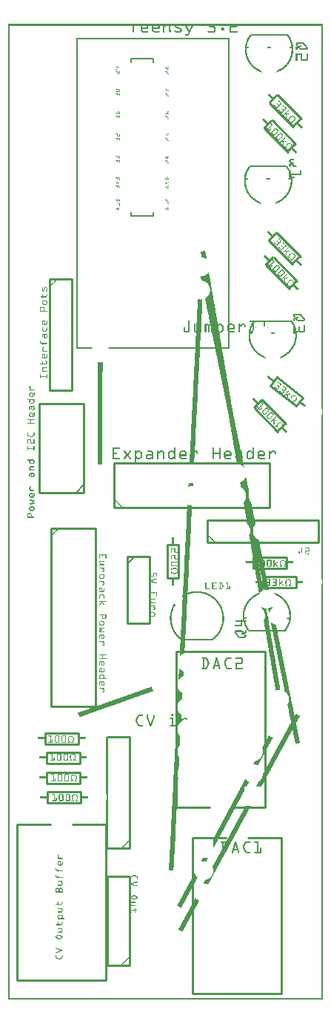
<source format=gto>
G04 MADE WITH FRITZING*
G04 WWW.FRITZING.ORG*
G04 DOUBLE SIDED*
G04 HOLES PLATED*
G04 CONTOUR ON CENTER OF CONTOUR VECTOR*
%ASAXBY*%
%FSLAX23Y23*%
%MOIN*%
%OFA0B0*%
%SFA1.0B1.0*%
%ADD10C,0.010000*%
%ADD11C,0.005000*%
%ADD12C,0.008000*%
%ADD13C,0.006944*%
%ADD14R,0.001000X0.001000*%
%LNSILK1*%
G90*
G70*
G54D10*
X536Y1992D02*
X536Y1692D01*
D02*
X536Y1692D02*
X636Y1692D01*
D02*
X636Y1692D02*
X636Y1992D01*
D02*
X636Y1992D02*
X536Y1992D01*
G54D11*
D02*
X536Y1957D02*
X571Y1992D01*
G54D10*
D02*
X187Y3237D02*
X187Y2737D01*
D02*
X187Y2737D02*
X287Y2737D01*
D02*
X287Y2737D02*
X287Y3237D01*
D02*
X287Y3237D02*
X187Y3237D01*
D02*
X478Y2213D02*
X1178Y2213D01*
D02*
X1178Y2213D02*
X1178Y2413D01*
D02*
X1178Y2413D02*
X478Y2413D01*
D02*
X478Y2413D02*
X478Y2213D01*
D02*
X195Y2119D02*
X195Y1319D01*
D02*
X195Y1319D02*
X395Y1319D01*
D02*
X395Y1319D02*
X395Y2119D01*
D02*
X395Y2119D02*
X195Y2119D01*
D02*
X39Y790D02*
X39Y90D01*
D02*
X39Y90D02*
X439Y90D01*
D02*
X439Y90D02*
X439Y790D01*
D02*
X39Y790D02*
X189Y790D01*
D02*
X289Y790D02*
X439Y790D01*
D02*
X342Y2279D02*
X342Y2679D01*
D02*
X342Y2679D02*
X142Y2679D01*
D02*
X142Y2679D02*
X142Y2279D01*
D02*
X142Y2279D02*
X342Y2279D01*
G54D11*
D02*
X342Y2314D02*
X307Y2279D01*
G54D12*
D02*
X1259Y4334D02*
X1094Y4334D01*
D02*
X1254Y3744D02*
X1090Y3744D01*
D02*
X1083Y1660D02*
X1248Y1660D01*
D02*
X1275Y3050D02*
X1110Y3050D01*
G54D10*
D02*
X1259Y3809D02*
X1153Y3915D01*
D02*
X1189Y3951D02*
X1295Y3845D01*
D02*
X1267Y3194D02*
X1161Y3301D01*
D02*
X1196Y3336D02*
X1302Y3230D01*
D02*
X1253Y1939D02*
X1103Y1939D01*
D02*
X1103Y1939D02*
X1103Y1989D01*
D02*
X1103Y1989D02*
X1253Y1989D01*
D02*
X1253Y1989D02*
X1253Y1939D01*
D02*
X1215Y2553D02*
X1109Y2659D01*
D02*
X1144Y2695D02*
X1251Y2589D01*
D02*
X1213Y4064D02*
X1319Y3958D01*
D02*
X1284Y3922D02*
X1178Y4028D01*
D02*
X1210Y3446D02*
X1316Y3340D01*
D02*
X1281Y3305D02*
X1175Y3411D01*
D02*
X1146Y1903D02*
X1296Y1903D01*
D02*
X1296Y1903D02*
X1296Y1853D01*
D02*
X1296Y1853D02*
X1146Y1853D01*
D02*
X1146Y1853D02*
X1146Y1903D01*
D02*
X1211Y2799D02*
X1328Y2706D01*
D02*
X1328Y2706D02*
X1297Y2667D01*
D02*
X1297Y2667D02*
X1180Y2760D01*
D02*
X1180Y2760D02*
X1211Y2799D01*
D02*
X328Y885D02*
X178Y885D01*
D02*
X178Y885D02*
X178Y935D01*
D02*
X178Y935D02*
X328Y935D01*
D02*
X328Y935D02*
X328Y885D01*
D02*
X325Y973D02*
X175Y973D01*
D02*
X175Y973D02*
X175Y1023D01*
D02*
X175Y1023D02*
X325Y1023D01*
D02*
X325Y1023D02*
X325Y973D01*
D02*
X324Y1063D02*
X174Y1063D01*
D02*
X174Y1063D02*
X174Y1113D01*
D02*
X174Y1113D02*
X324Y1113D01*
D02*
X324Y1113D02*
X324Y1063D01*
D02*
X317Y1149D02*
X167Y1149D01*
D02*
X167Y1149D02*
X167Y1199D01*
D02*
X167Y1199D02*
X317Y1199D01*
D02*
X317Y1199D02*
X317Y1149D01*
D02*
X1156Y865D02*
X1156Y1565D01*
D02*
X1156Y1565D02*
X756Y1565D01*
D02*
X756Y1565D02*
X756Y865D01*
D02*
X1156Y865D02*
X1006Y865D01*
D02*
X906Y865D02*
X756Y865D01*
D02*
X832Y730D02*
X832Y30D01*
D02*
X832Y30D02*
X1232Y30D01*
D02*
X1232Y30D02*
X1232Y730D01*
D02*
X832Y730D02*
X982Y730D01*
D02*
X1082Y730D02*
X1232Y730D01*
D02*
X547Y156D02*
X547Y556D01*
D02*
X547Y556D02*
X447Y556D01*
D02*
X447Y556D02*
X447Y156D01*
D02*
X447Y156D02*
X547Y156D01*
D02*
X897Y2056D02*
X1397Y2056D01*
D02*
X1397Y2056D02*
X1397Y2156D01*
D02*
X1397Y2156D02*
X897Y2156D01*
D02*
X897Y2156D02*
X897Y2056D01*
D02*
X768Y2044D02*
X768Y1894D01*
D02*
X768Y1894D02*
X718Y1894D01*
D02*
X718Y1894D02*
X718Y2044D01*
D02*
X718Y2044D02*
X768Y2044D01*
D02*
X547Y681D02*
X547Y1181D01*
D02*
X547Y1181D02*
X447Y1181D01*
D02*
X447Y681D02*
X547Y681D01*
G54D13*
X654Y3539D02*
X654Y3521D01*
X553Y3521D01*
X553Y3539D01*
D02*
X553Y4211D02*
X553Y4230D01*
X654Y4230D01*
X654Y4211D01*
D02*
G54D14*
X0Y4384D02*
X1418Y4384D01*
X0Y4383D02*
X1418Y4383D01*
X0Y4382D02*
X1418Y4382D01*
X0Y4381D02*
X1418Y4381D01*
X0Y4380D02*
X1418Y4380D01*
X0Y4379D02*
X1418Y4379D01*
X0Y4378D02*
X1418Y4378D01*
X0Y4377D02*
X1418Y4377D01*
X0Y4376D02*
X7Y4376D01*
X561Y4376D02*
X567Y4376D01*
X598Y4376D02*
X606Y4376D01*
X624Y4376D02*
X631Y4376D01*
X649Y4376D02*
X656Y4376D01*
X674Y4376D02*
X681Y4376D01*
X698Y4376D02*
X712Y4376D01*
X725Y4376D02*
X731Y4376D01*
X749Y4376D02*
X755Y4376D01*
X777Y4376D02*
X780Y4376D01*
X799Y4376D02*
X805Y4376D01*
X826Y4376D02*
X832Y4376D01*
X908Y4376D02*
X932Y4376D01*
X1004Y4376D02*
X1033Y4376D01*
X1411Y4376D02*
X1418Y4376D01*
X0Y4375D02*
X7Y4375D01*
X561Y4375D02*
X567Y4375D01*
X598Y4375D02*
X605Y4375D01*
X625Y4375D02*
X631Y4375D01*
X648Y4375D02*
X655Y4375D01*
X675Y4375D02*
X681Y4375D01*
X698Y4375D02*
X710Y4375D01*
X725Y4375D02*
X731Y4375D01*
X750Y4375D02*
X756Y4375D01*
X799Y4375D02*
X805Y4375D01*
X825Y4375D02*
X832Y4375D01*
X907Y4375D02*
X931Y4375D01*
X1002Y4375D02*
X1033Y4375D01*
X1411Y4375D02*
X1418Y4375D01*
X0Y4374D02*
X7Y4374D01*
X561Y4374D02*
X567Y4374D01*
X598Y4374D02*
X604Y4374D01*
X625Y4374D02*
X631Y4374D01*
X648Y4374D02*
X654Y4374D01*
X675Y4374D02*
X682Y4374D01*
X698Y4374D02*
X709Y4374D01*
X725Y4374D02*
X731Y4374D01*
X750Y4374D02*
X758Y4374D01*
X799Y4374D02*
X806Y4374D01*
X825Y4374D02*
X832Y4374D01*
X906Y4374D02*
X931Y4374D01*
X1001Y4374D02*
X1032Y4374D01*
X1411Y4374D02*
X1418Y4374D01*
X0Y4373D02*
X7Y4373D01*
X561Y4373D02*
X567Y4373D01*
X598Y4373D02*
X604Y4373D01*
X625Y4373D02*
X631Y4373D01*
X648Y4373D02*
X654Y4373D01*
X676Y4373D02*
X682Y4373D01*
X698Y4373D02*
X707Y4373D01*
X725Y4373D02*
X731Y4373D01*
X750Y4373D02*
X760Y4373D01*
X800Y4373D02*
X806Y4373D01*
X824Y4373D02*
X831Y4373D01*
X906Y4373D02*
X930Y4373D01*
X1000Y4373D02*
X1032Y4373D01*
X1411Y4373D02*
X1418Y4373D01*
X0Y4372D02*
X7Y4372D01*
X561Y4372D02*
X567Y4372D01*
X598Y4372D02*
X604Y4372D01*
X625Y4372D02*
X631Y4372D01*
X648Y4372D02*
X654Y4372D01*
X676Y4372D02*
X682Y4372D01*
X698Y4372D02*
X706Y4372D01*
X725Y4372D02*
X731Y4372D01*
X751Y4372D02*
X763Y4372D01*
X800Y4372D02*
X807Y4372D01*
X824Y4372D02*
X831Y4372D01*
X906Y4372D02*
X931Y4372D01*
X1000Y4372D02*
X1031Y4372D01*
X1411Y4372D02*
X1418Y4372D01*
X0Y4371D02*
X7Y4371D01*
X561Y4371D02*
X567Y4371D01*
X598Y4371D02*
X604Y4371D01*
X625Y4371D02*
X631Y4371D01*
X648Y4371D02*
X654Y4371D01*
X676Y4371D02*
X682Y4371D01*
X698Y4371D02*
X704Y4371D01*
X725Y4371D02*
X731Y4371D01*
X751Y4371D02*
X765Y4371D01*
X800Y4371D02*
X807Y4371D01*
X824Y4371D02*
X830Y4371D01*
X907Y4371D02*
X931Y4371D01*
X1000Y4371D02*
X1030Y4371D01*
X1411Y4371D02*
X1418Y4371D01*
X0Y4370D02*
X7Y4370D01*
X561Y4370D02*
X567Y4370D01*
X598Y4370D02*
X604Y4370D01*
X625Y4370D02*
X631Y4370D01*
X648Y4370D02*
X654Y4370D01*
X676Y4370D02*
X682Y4370D01*
X698Y4370D02*
X704Y4370D01*
X725Y4370D02*
X731Y4370D01*
X752Y4370D02*
X767Y4370D01*
X801Y4370D02*
X808Y4370D01*
X823Y4370D02*
X830Y4370D01*
X908Y4370D02*
X932Y4370D01*
X999Y4370D02*
X1028Y4370D01*
X1411Y4370D02*
X1418Y4370D01*
X0Y4369D02*
X7Y4369D01*
X561Y4369D02*
X567Y4369D01*
X598Y4369D02*
X604Y4369D01*
X625Y4369D02*
X631Y4369D01*
X648Y4369D02*
X654Y4369D01*
X676Y4369D02*
X682Y4369D01*
X698Y4369D02*
X704Y4369D01*
X725Y4369D02*
X731Y4369D01*
X754Y4369D02*
X770Y4369D01*
X801Y4369D02*
X808Y4369D01*
X823Y4369D02*
X829Y4369D01*
X925Y4369D02*
X932Y4369D01*
X999Y4369D02*
X1005Y4369D01*
X1411Y4369D02*
X1418Y4369D01*
X0Y4368D02*
X7Y4368D01*
X561Y4368D02*
X567Y4368D01*
X598Y4368D02*
X604Y4368D01*
X625Y4368D02*
X631Y4368D01*
X648Y4368D02*
X654Y4368D01*
X675Y4368D02*
X682Y4368D01*
X698Y4368D02*
X704Y4368D01*
X725Y4368D02*
X731Y4368D01*
X755Y4368D02*
X772Y4368D01*
X802Y4368D02*
X808Y4368D01*
X822Y4368D02*
X829Y4368D01*
X926Y4368D02*
X932Y4368D01*
X999Y4368D02*
X1005Y4368D01*
X1411Y4368D02*
X1418Y4368D01*
X0Y4367D02*
X7Y4367D01*
X561Y4367D02*
X567Y4367D01*
X598Y4367D02*
X631Y4367D01*
X648Y4367D02*
X682Y4367D01*
X698Y4367D02*
X704Y4367D01*
X725Y4367D02*
X731Y4367D01*
X758Y4367D02*
X774Y4367D01*
X802Y4367D02*
X809Y4367D01*
X822Y4367D02*
X829Y4367D01*
X926Y4367D02*
X933Y4367D01*
X961Y4367D02*
X971Y4367D01*
X999Y4367D02*
X1005Y4367D01*
X1411Y4367D02*
X1418Y4367D01*
X0Y4366D02*
X7Y4366D01*
X561Y4366D02*
X567Y4366D01*
X598Y4366D02*
X631Y4366D01*
X648Y4366D02*
X682Y4366D01*
X698Y4366D02*
X704Y4366D01*
X725Y4366D02*
X731Y4366D01*
X760Y4366D02*
X776Y4366D01*
X803Y4366D02*
X809Y4366D01*
X821Y4366D02*
X828Y4366D01*
X927Y4366D02*
X933Y4366D01*
X960Y4366D02*
X972Y4366D01*
X999Y4366D02*
X1005Y4366D01*
X1411Y4366D02*
X1418Y4366D01*
X0Y4365D02*
X7Y4365D01*
X561Y4365D02*
X567Y4365D01*
X598Y4365D02*
X631Y4365D01*
X648Y4365D02*
X682Y4365D01*
X698Y4365D02*
X704Y4365D01*
X725Y4365D02*
X731Y4365D01*
X762Y4365D02*
X778Y4365D01*
X803Y4365D02*
X810Y4365D01*
X821Y4365D02*
X828Y4365D01*
X927Y4365D02*
X933Y4365D01*
X960Y4365D02*
X972Y4365D01*
X999Y4365D02*
X1005Y4365D01*
X1411Y4365D02*
X1418Y4365D01*
X0Y4364D02*
X7Y4364D01*
X561Y4364D02*
X567Y4364D01*
X598Y4364D02*
X631Y4364D01*
X648Y4364D02*
X682Y4364D01*
X698Y4364D02*
X704Y4364D01*
X725Y4364D02*
X731Y4364D01*
X765Y4364D02*
X779Y4364D01*
X804Y4364D02*
X810Y4364D01*
X821Y4364D02*
X827Y4364D01*
X927Y4364D02*
X933Y4364D01*
X960Y4364D02*
X972Y4364D01*
X999Y4364D02*
X1005Y4364D01*
X1411Y4364D02*
X1418Y4364D01*
X0Y4363D02*
X7Y4363D01*
X561Y4363D02*
X567Y4363D01*
X598Y4363D02*
X631Y4363D01*
X648Y4363D02*
X681Y4363D01*
X698Y4363D02*
X704Y4363D01*
X725Y4363D02*
X731Y4363D01*
X767Y4363D02*
X780Y4363D01*
X804Y4363D02*
X811Y4363D01*
X820Y4363D02*
X827Y4363D01*
X927Y4363D02*
X933Y4363D01*
X959Y4363D02*
X972Y4363D01*
X999Y4363D02*
X1005Y4363D01*
X1411Y4363D02*
X1418Y4363D01*
X0Y4362D02*
X7Y4362D01*
X561Y4362D02*
X567Y4362D01*
X598Y4362D02*
X631Y4362D01*
X648Y4362D02*
X681Y4362D01*
X698Y4362D02*
X704Y4362D01*
X725Y4362D02*
X731Y4362D01*
X769Y4362D02*
X780Y4362D01*
X804Y4362D02*
X811Y4362D01*
X820Y4362D02*
X826Y4362D01*
X927Y4362D02*
X933Y4362D01*
X959Y4362D02*
X972Y4362D01*
X999Y4362D02*
X1005Y4362D01*
X1411Y4362D02*
X1418Y4362D01*
X0Y4361D02*
X7Y4361D01*
X561Y4361D02*
X567Y4361D01*
X598Y4361D02*
X629Y4361D01*
X648Y4361D02*
X679Y4361D01*
X698Y4361D02*
X704Y4361D01*
X725Y4361D02*
X731Y4361D01*
X772Y4361D02*
X781Y4361D01*
X805Y4361D02*
X812Y4361D01*
X819Y4361D02*
X826Y4361D01*
X927Y4361D02*
X933Y4361D01*
X959Y4361D02*
X972Y4361D01*
X999Y4361D02*
X1005Y4361D01*
X1411Y4361D02*
X1418Y4361D01*
X0Y4360D02*
X7Y4360D01*
X561Y4360D02*
X567Y4360D01*
X598Y4360D02*
X604Y4360D01*
X648Y4360D02*
X654Y4360D01*
X698Y4360D02*
X704Y4360D01*
X725Y4360D02*
X731Y4360D01*
X774Y4360D02*
X781Y4360D01*
X805Y4360D02*
X812Y4360D01*
X819Y4360D02*
X825Y4360D01*
X927Y4360D02*
X933Y4360D01*
X959Y4360D02*
X972Y4360D01*
X999Y4360D02*
X1005Y4360D01*
X1411Y4360D02*
X1418Y4360D01*
X0Y4359D02*
X7Y4359D01*
X561Y4359D02*
X567Y4359D01*
X598Y4359D02*
X604Y4359D01*
X648Y4359D02*
X654Y4359D01*
X698Y4359D02*
X704Y4359D01*
X725Y4359D02*
X731Y4359D01*
X775Y4359D02*
X782Y4359D01*
X806Y4359D02*
X812Y4359D01*
X818Y4359D02*
X825Y4359D01*
X927Y4359D02*
X933Y4359D01*
X959Y4359D02*
X972Y4359D01*
X999Y4359D02*
X1005Y4359D01*
X1411Y4359D02*
X1418Y4359D01*
X0Y4358D02*
X7Y4358D01*
X561Y4358D02*
X567Y4358D01*
X598Y4358D02*
X604Y4358D01*
X648Y4358D02*
X654Y4358D01*
X698Y4358D02*
X704Y4358D01*
X726Y4358D02*
X731Y4358D01*
X776Y4358D02*
X782Y4358D01*
X806Y4358D02*
X813Y4358D01*
X818Y4358D02*
X825Y4358D01*
X927Y4358D02*
X933Y4358D01*
X960Y4358D02*
X972Y4358D01*
X999Y4358D02*
X1005Y4358D01*
X1411Y4358D02*
X1418Y4358D01*
X0Y4357D02*
X7Y4357D01*
X561Y4357D02*
X567Y4357D01*
X598Y4357D02*
X604Y4357D01*
X648Y4357D02*
X655Y4357D01*
X698Y4357D02*
X704Y4357D01*
X726Y4357D02*
X732Y4357D01*
X776Y4357D02*
X782Y4357D01*
X807Y4357D02*
X813Y4357D01*
X817Y4357D02*
X824Y4357D01*
X927Y4357D02*
X933Y4357D01*
X960Y4357D02*
X972Y4357D01*
X999Y4357D02*
X1005Y4357D01*
X1411Y4357D02*
X1418Y4357D01*
X0Y4356D02*
X7Y4356D01*
X561Y4356D02*
X567Y4356D01*
X598Y4356D02*
X605Y4356D01*
X648Y4356D02*
X655Y4356D01*
X698Y4356D02*
X704Y4356D01*
X726Y4356D02*
X732Y4356D01*
X776Y4356D02*
X782Y4356D01*
X807Y4356D02*
X814Y4356D01*
X817Y4356D02*
X824Y4356D01*
X927Y4356D02*
X933Y4356D01*
X960Y4356D02*
X971Y4356D01*
X999Y4356D02*
X1005Y4356D01*
X1411Y4356D02*
X1418Y4356D01*
X0Y4355D02*
X7Y4355D01*
X561Y4355D02*
X567Y4355D01*
X598Y4355D02*
X606Y4355D01*
X649Y4355D02*
X656Y4355D01*
X698Y4355D02*
X704Y4355D01*
X726Y4355D02*
X732Y4355D01*
X750Y4355D02*
X753Y4355D01*
X775Y4355D02*
X782Y4355D01*
X808Y4355D02*
X823Y4355D01*
X927Y4355D02*
X933Y4355D01*
X962Y4355D02*
X970Y4355D01*
X999Y4355D02*
X1005Y4355D01*
X1411Y4355D02*
X1418Y4355D01*
X0Y4354D02*
X7Y4354D01*
X561Y4354D02*
X567Y4354D01*
X599Y4354D02*
X607Y4354D01*
X649Y4354D02*
X658Y4354D01*
X698Y4354D02*
X704Y4354D01*
X726Y4354D02*
X732Y4354D01*
X749Y4354D02*
X755Y4354D01*
X775Y4354D02*
X782Y4354D01*
X808Y4354D02*
X823Y4354D01*
X927Y4354D02*
X933Y4354D01*
X999Y4354D02*
X1005Y4354D01*
X1411Y4354D02*
X1418Y4354D01*
X0Y4353D02*
X7Y4353D01*
X561Y4353D02*
X567Y4353D01*
X599Y4353D02*
X628Y4353D01*
X650Y4353D02*
X678Y4353D01*
X698Y4353D02*
X704Y4353D01*
X726Y4353D02*
X732Y4353D01*
X749Y4353D02*
X781Y4353D01*
X808Y4353D02*
X822Y4353D01*
X903Y4353D02*
X933Y4353D01*
X999Y4353D02*
X1029Y4353D01*
X1411Y4353D02*
X1418Y4353D01*
X0Y4352D02*
X7Y4352D01*
X561Y4352D02*
X567Y4352D01*
X600Y4352D02*
X630Y4352D01*
X650Y4352D02*
X680Y4352D01*
X698Y4352D02*
X704Y4352D01*
X726Y4352D02*
X732Y4352D01*
X749Y4352D02*
X781Y4352D01*
X809Y4352D02*
X822Y4352D01*
X900Y4352D02*
X933Y4352D01*
X999Y4352D02*
X1032Y4352D01*
X1411Y4352D02*
X1418Y4352D01*
X0Y4351D02*
X7Y4351D01*
X561Y4351D02*
X567Y4351D01*
X601Y4351D02*
X631Y4351D01*
X651Y4351D02*
X681Y4351D01*
X698Y4351D02*
X704Y4351D01*
X726Y4351D02*
X732Y4351D01*
X749Y4351D02*
X780Y4351D01*
X809Y4351D02*
X822Y4351D01*
X899Y4351D02*
X932Y4351D01*
X999Y4351D02*
X1033Y4351D01*
X1411Y4351D02*
X1418Y4351D01*
X0Y4350D02*
X7Y4350D01*
X561Y4350D02*
X567Y4350D01*
X602Y4350D02*
X631Y4350D01*
X652Y4350D02*
X682Y4350D01*
X698Y4350D02*
X704Y4350D01*
X726Y4350D02*
X732Y4350D01*
X750Y4350D02*
X780Y4350D01*
X810Y4350D02*
X821Y4350D01*
X899Y4350D02*
X932Y4350D01*
X999Y4350D02*
X1033Y4350D01*
X1411Y4350D02*
X1418Y4350D01*
X0Y4349D02*
X7Y4349D01*
X561Y4349D02*
X567Y4349D01*
X603Y4349D02*
X631Y4349D01*
X654Y4349D02*
X682Y4349D01*
X698Y4349D02*
X704Y4349D01*
X726Y4349D02*
X732Y4349D01*
X751Y4349D02*
X779Y4349D01*
X812Y4349D02*
X821Y4349D01*
X899Y4349D02*
X931Y4349D01*
X999Y4349D02*
X1033Y4349D01*
X1411Y4349D02*
X1418Y4349D01*
X0Y4348D02*
X7Y4348D01*
X562Y4348D02*
X567Y4348D01*
X605Y4348D02*
X631Y4348D01*
X655Y4348D02*
X681Y4348D01*
X699Y4348D02*
X704Y4348D01*
X726Y4348D02*
X731Y4348D01*
X752Y4348D02*
X777Y4348D01*
X814Y4348D02*
X820Y4348D01*
X899Y4348D02*
X930Y4348D01*
X999Y4348D02*
X1033Y4348D01*
X1411Y4348D02*
X1418Y4348D01*
X0Y4347D02*
X7Y4347D01*
X563Y4347D02*
X566Y4347D01*
X606Y4347D02*
X630Y4347D01*
X657Y4347D02*
X680Y4347D01*
X699Y4347D02*
X703Y4347D01*
X727Y4347D02*
X731Y4347D01*
X754Y4347D02*
X776Y4347D01*
X813Y4347D02*
X820Y4347D01*
X900Y4347D02*
X929Y4347D01*
X999Y4347D02*
X1032Y4347D01*
X1411Y4347D02*
X1418Y4347D01*
X0Y4346D02*
X7Y4346D01*
X611Y4346D02*
X628Y4346D01*
X661Y4346D02*
X678Y4346D01*
X759Y4346D02*
X771Y4346D01*
X813Y4346D02*
X819Y4346D01*
X903Y4346D02*
X925Y4346D01*
X1000Y4346D02*
X1029Y4346D01*
X1411Y4346D02*
X1418Y4346D01*
X0Y4345D02*
X7Y4345D01*
X812Y4345D02*
X819Y4345D01*
X1411Y4345D02*
X1418Y4345D01*
X0Y4344D02*
X7Y4344D01*
X812Y4344D02*
X818Y4344D01*
X1411Y4344D02*
X1418Y4344D01*
X0Y4343D02*
X7Y4343D01*
X811Y4343D02*
X818Y4343D01*
X1411Y4343D02*
X1418Y4343D01*
X0Y4342D02*
X7Y4342D01*
X811Y4342D02*
X818Y4342D01*
X1411Y4342D02*
X1418Y4342D01*
X0Y4341D02*
X7Y4341D01*
X810Y4341D02*
X817Y4341D01*
X1411Y4341D02*
X1418Y4341D01*
X0Y4340D02*
X7Y4340D01*
X810Y4340D02*
X817Y4340D01*
X1411Y4340D02*
X1418Y4340D01*
X0Y4339D02*
X7Y4339D01*
X810Y4339D02*
X816Y4339D01*
X1411Y4339D02*
X1418Y4339D01*
X0Y4338D02*
X7Y4338D01*
X801Y4338D02*
X816Y4338D01*
X1411Y4338D02*
X1418Y4338D01*
X0Y4337D02*
X7Y4337D01*
X799Y4337D02*
X815Y4337D01*
X1090Y4337D02*
X1090Y4337D01*
X1261Y4337D02*
X1261Y4337D01*
X1411Y4337D02*
X1418Y4337D01*
X0Y4336D02*
X7Y4336D01*
X799Y4336D02*
X815Y4336D01*
X1089Y4336D02*
X1091Y4336D01*
X1260Y4336D02*
X1262Y4336D01*
X1411Y4336D02*
X1418Y4336D01*
X0Y4335D02*
X7Y4335D01*
X799Y4335D02*
X815Y4335D01*
X1089Y4335D02*
X1092Y4335D01*
X1258Y4335D02*
X1262Y4335D01*
X1411Y4335D02*
X1418Y4335D01*
X0Y4334D02*
X7Y4334D01*
X799Y4334D02*
X814Y4334D01*
X1088Y4334D02*
X1094Y4334D01*
X1257Y4334D02*
X1263Y4334D01*
X1411Y4334D02*
X1418Y4334D01*
X0Y4333D02*
X7Y4333D01*
X799Y4333D02*
X814Y4333D01*
X1087Y4333D02*
X1095Y4333D01*
X1256Y4333D02*
X1264Y4333D01*
X1411Y4333D02*
X1418Y4333D01*
X0Y4332D02*
X7Y4332D01*
X800Y4332D02*
X813Y4332D01*
X1086Y4332D02*
X1095Y4332D01*
X1256Y4332D02*
X1264Y4332D01*
X1411Y4332D02*
X1418Y4332D01*
X0Y4331D02*
X7Y4331D01*
X1086Y4331D02*
X1095Y4331D01*
X1256Y4331D02*
X1265Y4331D01*
X1411Y4331D02*
X1418Y4331D01*
X0Y4330D02*
X7Y4330D01*
X1085Y4330D02*
X1094Y4330D01*
X1257Y4330D02*
X1266Y4330D01*
X1411Y4330D02*
X1418Y4330D01*
X0Y4329D02*
X7Y4329D01*
X1084Y4329D02*
X1093Y4329D01*
X1258Y4329D02*
X1266Y4329D01*
X1411Y4329D02*
X1418Y4329D01*
X0Y4328D02*
X7Y4328D01*
X1084Y4328D02*
X1092Y4328D01*
X1259Y4328D02*
X1267Y4328D01*
X1411Y4328D02*
X1418Y4328D01*
X0Y4327D02*
X7Y4327D01*
X1083Y4327D02*
X1092Y4327D01*
X1259Y4327D02*
X1268Y4327D01*
X1411Y4327D02*
X1418Y4327D01*
X0Y4326D02*
X7Y4326D01*
X1083Y4326D02*
X1091Y4326D01*
X1260Y4326D02*
X1268Y4326D01*
X1411Y4326D02*
X1418Y4326D01*
X0Y4325D02*
X7Y4325D01*
X1082Y4325D02*
X1090Y4325D01*
X1261Y4325D02*
X1269Y4325D01*
X1411Y4325D02*
X1418Y4325D01*
X0Y4324D02*
X7Y4324D01*
X1081Y4324D02*
X1090Y4324D01*
X1261Y4324D02*
X1269Y4324D01*
X1411Y4324D02*
X1418Y4324D01*
X0Y4323D02*
X7Y4323D01*
X309Y4323D02*
X998Y4323D01*
X1081Y4323D02*
X1089Y4323D01*
X1262Y4323D02*
X1270Y4323D01*
X1411Y4323D02*
X1418Y4323D01*
X0Y4322D02*
X7Y4322D01*
X309Y4322D02*
X998Y4322D01*
X1080Y4322D02*
X1088Y4322D01*
X1262Y4322D02*
X1271Y4322D01*
X1411Y4322D02*
X1418Y4322D01*
X0Y4321D02*
X7Y4321D01*
X309Y4321D02*
X998Y4321D01*
X1080Y4321D02*
X1088Y4321D01*
X1263Y4321D02*
X1271Y4321D01*
X1411Y4321D02*
X1418Y4321D01*
X0Y4320D02*
X7Y4320D01*
X309Y4320D02*
X998Y4320D01*
X1079Y4320D02*
X1087Y4320D01*
X1264Y4320D02*
X1272Y4320D01*
X1411Y4320D02*
X1418Y4320D01*
X0Y4319D02*
X7Y4319D01*
X309Y4319D02*
X998Y4319D01*
X1079Y4319D02*
X1087Y4319D01*
X1264Y4319D02*
X1272Y4319D01*
X1411Y4319D02*
X1418Y4319D01*
X0Y4318D02*
X7Y4318D01*
X309Y4318D02*
X998Y4318D01*
X1078Y4318D02*
X1086Y4318D01*
X1265Y4318D02*
X1273Y4318D01*
X1411Y4318D02*
X1418Y4318D01*
X0Y4317D02*
X7Y4317D01*
X309Y4317D02*
X998Y4317D01*
X1078Y4317D02*
X1086Y4317D01*
X1265Y4317D02*
X1273Y4317D01*
X1411Y4317D02*
X1418Y4317D01*
X0Y4316D02*
X7Y4316D01*
X309Y4316D02*
X315Y4316D01*
X992Y4316D02*
X998Y4316D01*
X1077Y4316D02*
X1085Y4316D01*
X1266Y4316D02*
X1274Y4316D01*
X1411Y4316D02*
X1418Y4316D01*
X0Y4315D02*
X7Y4315D01*
X309Y4315D02*
X315Y4315D01*
X992Y4315D02*
X998Y4315D01*
X1077Y4315D02*
X1085Y4315D01*
X1266Y4315D02*
X1274Y4315D01*
X1411Y4315D02*
X1418Y4315D01*
X0Y4314D02*
X7Y4314D01*
X309Y4314D02*
X315Y4314D01*
X992Y4314D02*
X998Y4314D01*
X1076Y4314D02*
X1084Y4314D01*
X1267Y4314D02*
X1274Y4314D01*
X1411Y4314D02*
X1418Y4314D01*
X0Y4313D02*
X7Y4313D01*
X309Y4313D02*
X315Y4313D01*
X992Y4313D02*
X998Y4313D01*
X1076Y4313D02*
X1084Y4313D01*
X1267Y4313D02*
X1275Y4313D01*
X1411Y4313D02*
X1418Y4313D01*
X0Y4312D02*
X7Y4312D01*
X309Y4312D02*
X315Y4312D01*
X992Y4312D02*
X998Y4312D01*
X1076Y4312D02*
X1083Y4312D01*
X1268Y4312D02*
X1275Y4312D01*
X1411Y4312D02*
X1418Y4312D01*
X0Y4311D02*
X7Y4311D01*
X309Y4311D02*
X315Y4311D01*
X992Y4311D02*
X998Y4311D01*
X1075Y4311D02*
X1083Y4311D01*
X1268Y4311D02*
X1276Y4311D01*
X1411Y4311D02*
X1418Y4311D01*
X0Y4310D02*
X7Y4310D01*
X309Y4310D02*
X315Y4310D01*
X992Y4310D02*
X998Y4310D01*
X1075Y4310D02*
X1082Y4310D01*
X1269Y4310D02*
X1276Y4310D01*
X1411Y4310D02*
X1418Y4310D01*
X0Y4309D02*
X7Y4309D01*
X309Y4309D02*
X315Y4309D01*
X992Y4309D02*
X998Y4309D01*
X1074Y4309D02*
X1082Y4309D01*
X1269Y4309D02*
X1277Y4309D01*
X1411Y4309D02*
X1418Y4309D01*
X0Y4308D02*
X7Y4308D01*
X309Y4308D02*
X315Y4308D01*
X992Y4308D02*
X998Y4308D01*
X1074Y4308D02*
X1081Y4308D01*
X1269Y4308D02*
X1277Y4308D01*
X1411Y4308D02*
X1418Y4308D01*
X0Y4307D02*
X7Y4307D01*
X309Y4307D02*
X315Y4307D01*
X992Y4307D02*
X998Y4307D01*
X1074Y4307D02*
X1081Y4307D01*
X1270Y4307D02*
X1277Y4307D01*
X1411Y4307D02*
X1418Y4307D01*
X0Y4306D02*
X7Y4306D01*
X309Y4306D02*
X315Y4306D01*
X992Y4306D02*
X998Y4306D01*
X1073Y4306D02*
X1081Y4306D01*
X1270Y4306D02*
X1278Y4306D01*
X1411Y4306D02*
X1418Y4306D01*
X0Y4305D02*
X7Y4305D01*
X309Y4305D02*
X315Y4305D01*
X992Y4305D02*
X998Y4305D01*
X1073Y4305D02*
X1080Y4305D01*
X1271Y4305D02*
X1278Y4305D01*
X1411Y4305D02*
X1418Y4305D01*
X0Y4304D02*
X7Y4304D01*
X309Y4304D02*
X315Y4304D01*
X992Y4304D02*
X998Y4304D01*
X1073Y4304D02*
X1080Y4304D01*
X1271Y4304D02*
X1278Y4304D01*
X1411Y4304D02*
X1418Y4304D01*
X0Y4303D02*
X7Y4303D01*
X309Y4303D02*
X315Y4303D01*
X992Y4303D02*
X998Y4303D01*
X1072Y4303D02*
X1079Y4303D01*
X1271Y4303D02*
X1279Y4303D01*
X1411Y4303D02*
X1418Y4303D01*
X0Y4302D02*
X7Y4302D01*
X309Y4302D02*
X315Y4302D01*
X992Y4302D02*
X998Y4302D01*
X1072Y4302D02*
X1079Y4302D01*
X1272Y4302D02*
X1279Y4302D01*
X1411Y4302D02*
X1418Y4302D01*
X0Y4301D02*
X7Y4301D01*
X309Y4301D02*
X315Y4301D01*
X992Y4301D02*
X998Y4301D01*
X1072Y4301D02*
X1079Y4301D01*
X1272Y4301D02*
X1279Y4301D01*
X1301Y4301D02*
X1328Y4301D01*
X1411Y4301D02*
X1418Y4301D01*
X0Y4300D02*
X7Y4300D01*
X309Y4300D02*
X315Y4300D01*
X992Y4300D02*
X998Y4300D01*
X1071Y4300D02*
X1078Y4300D01*
X1272Y4300D02*
X1280Y4300D01*
X1299Y4300D02*
X1330Y4300D01*
X1411Y4300D02*
X1418Y4300D01*
X0Y4299D02*
X7Y4299D01*
X309Y4299D02*
X315Y4299D01*
X992Y4299D02*
X998Y4299D01*
X1071Y4299D02*
X1078Y4299D01*
X1273Y4299D02*
X1280Y4299D01*
X1298Y4299D02*
X1332Y4299D01*
X1411Y4299D02*
X1418Y4299D01*
X0Y4298D02*
X7Y4298D01*
X309Y4298D02*
X315Y4298D01*
X992Y4298D02*
X998Y4298D01*
X1071Y4298D02*
X1078Y4298D01*
X1273Y4298D02*
X1280Y4298D01*
X1297Y4298D02*
X1333Y4298D01*
X1411Y4298D02*
X1418Y4298D01*
X0Y4297D02*
X7Y4297D01*
X309Y4297D02*
X315Y4297D01*
X992Y4297D02*
X998Y4297D01*
X1070Y4297D02*
X1078Y4297D01*
X1273Y4297D02*
X1280Y4297D01*
X1297Y4297D02*
X1334Y4297D01*
X1411Y4297D02*
X1418Y4297D01*
X0Y4296D02*
X7Y4296D01*
X309Y4296D02*
X315Y4296D01*
X992Y4296D02*
X998Y4296D01*
X1070Y4296D02*
X1077Y4296D01*
X1274Y4296D02*
X1281Y4296D01*
X1296Y4296D02*
X1335Y4296D01*
X1411Y4296D02*
X1418Y4296D01*
X0Y4295D02*
X7Y4295D01*
X309Y4295D02*
X315Y4295D01*
X992Y4295D02*
X998Y4295D01*
X1070Y4295D02*
X1077Y4295D01*
X1274Y4295D02*
X1281Y4295D01*
X1296Y4295D02*
X1335Y4295D01*
X1411Y4295D02*
X1418Y4295D01*
X0Y4294D02*
X7Y4294D01*
X309Y4294D02*
X315Y4294D01*
X992Y4294D02*
X998Y4294D01*
X1070Y4294D02*
X1077Y4294D01*
X1274Y4294D02*
X1281Y4294D01*
X1296Y4294D02*
X1302Y4294D01*
X1327Y4294D02*
X1336Y4294D01*
X1411Y4294D02*
X1418Y4294D01*
X0Y4293D02*
X7Y4293D01*
X309Y4293D02*
X315Y4293D01*
X992Y4293D02*
X998Y4293D01*
X1070Y4293D02*
X1077Y4293D01*
X1274Y4293D02*
X1281Y4293D01*
X1296Y4293D02*
X1302Y4293D01*
X1329Y4293D02*
X1337Y4293D01*
X1411Y4293D02*
X1418Y4293D01*
X0Y4292D02*
X7Y4292D01*
X309Y4292D02*
X315Y4292D01*
X992Y4292D02*
X998Y4292D01*
X1069Y4292D02*
X1076Y4292D01*
X1275Y4292D02*
X1281Y4292D01*
X1296Y4292D02*
X1303Y4292D01*
X1330Y4292D02*
X1338Y4292D01*
X1411Y4292D02*
X1418Y4292D01*
X0Y4291D02*
X7Y4291D01*
X309Y4291D02*
X315Y4291D01*
X992Y4291D02*
X998Y4291D01*
X1069Y4291D02*
X1076Y4291D01*
X1275Y4291D02*
X1282Y4291D01*
X1296Y4291D02*
X1303Y4291D01*
X1331Y4291D02*
X1339Y4291D01*
X1411Y4291D02*
X1418Y4291D01*
X0Y4290D02*
X7Y4290D01*
X309Y4290D02*
X315Y4290D01*
X992Y4290D02*
X998Y4290D01*
X1069Y4290D02*
X1076Y4290D01*
X1275Y4290D02*
X1282Y4290D01*
X1297Y4290D02*
X1304Y4290D01*
X1331Y4290D02*
X1340Y4290D01*
X1411Y4290D02*
X1418Y4290D01*
X0Y4289D02*
X7Y4289D01*
X309Y4289D02*
X315Y4289D01*
X992Y4289D02*
X998Y4289D01*
X1069Y4289D02*
X1076Y4289D01*
X1275Y4289D02*
X1282Y4289D01*
X1297Y4289D02*
X1305Y4289D01*
X1332Y4289D02*
X1340Y4289D01*
X1411Y4289D02*
X1418Y4289D01*
X0Y4288D02*
X7Y4288D01*
X309Y4288D02*
X315Y4288D01*
X992Y4288D02*
X998Y4288D01*
X1069Y4288D02*
X1075Y4288D01*
X1275Y4288D02*
X1282Y4288D01*
X1298Y4288D02*
X1306Y4288D01*
X1316Y4288D02*
X1317Y4288D01*
X1333Y4288D02*
X1341Y4288D01*
X1411Y4288D02*
X1418Y4288D01*
X0Y4287D02*
X7Y4287D01*
X309Y4287D02*
X315Y4287D01*
X992Y4287D02*
X998Y4287D01*
X1068Y4287D02*
X1075Y4287D01*
X1276Y4287D02*
X1282Y4287D01*
X1299Y4287D02*
X1307Y4287D01*
X1313Y4287D02*
X1319Y4287D01*
X1334Y4287D02*
X1342Y4287D01*
X1411Y4287D02*
X1418Y4287D01*
X0Y4286D02*
X7Y4286D01*
X309Y4286D02*
X315Y4286D01*
X992Y4286D02*
X998Y4286D01*
X1068Y4286D02*
X1075Y4286D01*
X1276Y4286D02*
X1283Y4286D01*
X1300Y4286D02*
X1308Y4286D01*
X1311Y4286D02*
X1319Y4286D01*
X1335Y4286D02*
X1343Y4286D01*
X1411Y4286D02*
X1418Y4286D01*
X0Y4285D02*
X7Y4285D01*
X309Y4285D02*
X315Y4285D01*
X992Y4285D02*
X998Y4285D01*
X1068Y4285D02*
X1075Y4285D01*
X1276Y4285D02*
X1283Y4285D01*
X1300Y4285D02*
X1319Y4285D01*
X1336Y4285D02*
X1344Y4285D01*
X1411Y4285D02*
X1418Y4285D01*
X0Y4284D02*
X7Y4284D01*
X309Y4284D02*
X315Y4284D01*
X992Y4284D02*
X998Y4284D01*
X1068Y4284D02*
X1075Y4284D01*
X1276Y4284D02*
X1283Y4284D01*
X1301Y4284D02*
X1319Y4284D01*
X1337Y4284D02*
X1345Y4284D01*
X1411Y4284D02*
X1418Y4284D01*
X0Y4283D02*
X7Y4283D01*
X309Y4283D02*
X315Y4283D01*
X992Y4283D02*
X998Y4283D01*
X1068Y4283D02*
X1085Y4283D01*
X1166Y4283D02*
X1185Y4283D01*
X1266Y4283D02*
X1283Y4283D01*
X1302Y4283D02*
X1319Y4283D01*
X1337Y4283D02*
X1346Y4283D01*
X1411Y4283D02*
X1418Y4283D01*
X0Y4282D02*
X7Y4282D01*
X309Y4282D02*
X315Y4282D01*
X992Y4282D02*
X998Y4282D01*
X1068Y4282D02*
X1085Y4282D01*
X1166Y4282D02*
X1185Y4282D01*
X1266Y4282D02*
X1283Y4282D01*
X1300Y4282D02*
X1318Y4282D01*
X1338Y4282D02*
X1346Y4282D01*
X1411Y4282D02*
X1418Y4282D01*
X0Y4281D02*
X7Y4281D01*
X309Y4281D02*
X315Y4281D01*
X992Y4281D02*
X998Y4281D01*
X1068Y4281D02*
X1085Y4281D01*
X1166Y4281D02*
X1185Y4281D01*
X1266Y4281D02*
X1283Y4281D01*
X1298Y4281D02*
X1316Y4281D01*
X1339Y4281D02*
X1347Y4281D01*
X1411Y4281D02*
X1418Y4281D01*
X0Y4280D02*
X7Y4280D01*
X309Y4280D02*
X315Y4280D01*
X992Y4280D02*
X998Y4280D01*
X1067Y4280D02*
X1084Y4280D01*
X1167Y4280D02*
X1184Y4280D01*
X1267Y4280D02*
X1283Y4280D01*
X1296Y4280D02*
X1314Y4280D01*
X1340Y4280D02*
X1348Y4280D01*
X1411Y4280D02*
X1418Y4280D01*
X0Y4279D02*
X7Y4279D01*
X309Y4279D02*
X315Y4279D01*
X992Y4279D02*
X998Y4279D01*
X1067Y4279D02*
X1084Y4279D01*
X1167Y4279D02*
X1184Y4279D01*
X1267Y4279D02*
X1283Y4279D01*
X1296Y4279D02*
X1314Y4279D01*
X1341Y4279D02*
X1348Y4279D01*
X1411Y4279D02*
X1418Y4279D01*
X0Y4278D02*
X7Y4278D01*
X309Y4278D02*
X315Y4278D01*
X992Y4278D02*
X998Y4278D01*
X1067Y4278D02*
X1084Y4278D01*
X1167Y4278D02*
X1184Y4278D01*
X1267Y4278D02*
X1283Y4278D01*
X1296Y4278D02*
X1314Y4278D01*
X1342Y4278D02*
X1349Y4278D01*
X1411Y4278D02*
X1418Y4278D01*
X0Y4277D02*
X7Y4277D01*
X309Y4277D02*
X315Y4277D01*
X992Y4277D02*
X998Y4277D01*
X1067Y4277D02*
X1084Y4277D01*
X1167Y4277D02*
X1184Y4277D01*
X1267Y4277D02*
X1284Y4277D01*
X1296Y4277D02*
X1315Y4277D01*
X1342Y4277D02*
X1349Y4277D01*
X1411Y4277D02*
X1418Y4277D01*
X0Y4276D02*
X7Y4276D01*
X309Y4276D02*
X315Y4276D01*
X992Y4276D02*
X998Y4276D01*
X1067Y4276D02*
X1083Y4276D01*
X1167Y4276D02*
X1183Y4276D01*
X1267Y4276D02*
X1284Y4276D01*
X1296Y4276D02*
X1303Y4276D01*
X1308Y4276D02*
X1316Y4276D01*
X1343Y4276D02*
X1349Y4276D01*
X1411Y4276D02*
X1418Y4276D01*
X0Y4275D02*
X7Y4275D01*
X309Y4275D02*
X315Y4275D01*
X992Y4275D02*
X998Y4275D01*
X1067Y4275D02*
X1074Y4275D01*
X1277Y4275D02*
X1284Y4275D01*
X1296Y4275D02*
X1302Y4275D01*
X1309Y4275D02*
X1318Y4275D01*
X1342Y4275D02*
X1349Y4275D01*
X1411Y4275D02*
X1418Y4275D01*
X0Y4274D02*
X7Y4274D01*
X309Y4274D02*
X315Y4274D01*
X992Y4274D02*
X998Y4274D01*
X1067Y4274D02*
X1074Y4274D01*
X1277Y4274D02*
X1284Y4274D01*
X1296Y4274D02*
X1302Y4274D01*
X1310Y4274D02*
X1349Y4274D01*
X1411Y4274D02*
X1418Y4274D01*
X0Y4273D02*
X7Y4273D01*
X309Y4273D02*
X315Y4273D01*
X992Y4273D02*
X998Y4273D01*
X1067Y4273D02*
X1074Y4273D01*
X1277Y4273D02*
X1284Y4273D01*
X1296Y4273D02*
X1302Y4273D01*
X1310Y4273D02*
X1348Y4273D01*
X1411Y4273D02*
X1418Y4273D01*
X0Y4272D02*
X7Y4272D01*
X309Y4272D02*
X315Y4272D01*
X992Y4272D02*
X998Y4272D01*
X1067Y4272D02*
X1074Y4272D01*
X1277Y4272D02*
X1284Y4272D01*
X1296Y4272D02*
X1302Y4272D01*
X1311Y4272D02*
X1348Y4272D01*
X1411Y4272D02*
X1418Y4272D01*
X0Y4271D02*
X7Y4271D01*
X309Y4271D02*
X315Y4271D01*
X992Y4271D02*
X998Y4271D01*
X1067Y4271D02*
X1074Y4271D01*
X1277Y4271D02*
X1284Y4271D01*
X1296Y4271D02*
X1302Y4271D01*
X1312Y4271D02*
X1347Y4271D01*
X1411Y4271D02*
X1418Y4271D01*
X0Y4270D02*
X7Y4270D01*
X309Y4270D02*
X315Y4270D01*
X992Y4270D02*
X998Y4270D01*
X1067Y4270D02*
X1074Y4270D01*
X1277Y4270D02*
X1284Y4270D01*
X1296Y4270D02*
X1302Y4270D01*
X1314Y4270D02*
X1346Y4270D01*
X1411Y4270D02*
X1418Y4270D01*
X0Y4269D02*
X7Y4269D01*
X309Y4269D02*
X315Y4269D01*
X992Y4269D02*
X998Y4269D01*
X1067Y4269D02*
X1074Y4269D01*
X1277Y4269D02*
X1284Y4269D01*
X1296Y4269D02*
X1301Y4269D01*
X1315Y4269D02*
X1345Y4269D01*
X1411Y4269D02*
X1418Y4269D01*
X0Y4268D02*
X7Y4268D01*
X309Y4268D02*
X315Y4268D01*
X992Y4268D02*
X998Y4268D01*
X1067Y4268D02*
X1074Y4268D01*
X1277Y4268D02*
X1284Y4268D01*
X1297Y4268D02*
X1300Y4268D01*
X1318Y4268D02*
X1344Y4268D01*
X1411Y4268D02*
X1418Y4268D01*
X0Y4267D02*
X7Y4267D01*
X309Y4267D02*
X315Y4267D01*
X992Y4267D02*
X998Y4267D01*
X1067Y4267D02*
X1074Y4267D01*
X1277Y4267D02*
X1284Y4267D01*
X1411Y4267D02*
X1418Y4267D01*
X0Y4266D02*
X7Y4266D01*
X309Y4266D02*
X315Y4266D01*
X992Y4266D02*
X998Y4266D01*
X1067Y4266D02*
X1074Y4266D01*
X1277Y4266D02*
X1284Y4266D01*
X1411Y4266D02*
X1418Y4266D01*
X0Y4265D02*
X7Y4265D01*
X309Y4265D02*
X315Y4265D01*
X992Y4265D02*
X998Y4265D01*
X1067Y4265D02*
X1074Y4265D01*
X1277Y4265D02*
X1284Y4265D01*
X1411Y4265D02*
X1418Y4265D01*
X0Y4264D02*
X7Y4264D01*
X309Y4264D02*
X315Y4264D01*
X992Y4264D02*
X998Y4264D01*
X1067Y4264D02*
X1074Y4264D01*
X1277Y4264D02*
X1284Y4264D01*
X1411Y4264D02*
X1418Y4264D01*
X0Y4263D02*
X7Y4263D01*
X309Y4263D02*
X315Y4263D01*
X992Y4263D02*
X998Y4263D01*
X1067Y4263D02*
X1074Y4263D01*
X1277Y4263D02*
X1284Y4263D01*
X1411Y4263D02*
X1418Y4263D01*
X0Y4262D02*
X7Y4262D01*
X309Y4262D02*
X315Y4262D01*
X992Y4262D02*
X998Y4262D01*
X1067Y4262D02*
X1074Y4262D01*
X1277Y4262D02*
X1284Y4262D01*
X1411Y4262D02*
X1418Y4262D01*
X0Y4261D02*
X7Y4261D01*
X309Y4261D02*
X315Y4261D01*
X992Y4261D02*
X998Y4261D01*
X1067Y4261D02*
X1074Y4261D01*
X1277Y4261D02*
X1283Y4261D01*
X1411Y4261D02*
X1418Y4261D01*
X0Y4260D02*
X7Y4260D01*
X309Y4260D02*
X315Y4260D01*
X992Y4260D02*
X998Y4260D01*
X1067Y4260D02*
X1074Y4260D01*
X1276Y4260D02*
X1283Y4260D01*
X1411Y4260D02*
X1418Y4260D01*
X0Y4259D02*
X7Y4259D01*
X309Y4259D02*
X315Y4259D01*
X992Y4259D02*
X998Y4259D01*
X1068Y4259D02*
X1075Y4259D01*
X1276Y4259D02*
X1283Y4259D01*
X1411Y4259D02*
X1418Y4259D01*
X0Y4258D02*
X7Y4258D01*
X309Y4258D02*
X315Y4258D01*
X992Y4258D02*
X998Y4258D01*
X1068Y4258D02*
X1075Y4258D01*
X1276Y4258D02*
X1283Y4258D01*
X1411Y4258D02*
X1418Y4258D01*
X0Y4257D02*
X7Y4257D01*
X309Y4257D02*
X315Y4257D01*
X992Y4257D02*
X998Y4257D01*
X1068Y4257D02*
X1075Y4257D01*
X1276Y4257D02*
X1283Y4257D01*
X1411Y4257D02*
X1418Y4257D01*
X0Y4256D02*
X7Y4256D01*
X309Y4256D02*
X315Y4256D01*
X992Y4256D02*
X998Y4256D01*
X1068Y4256D02*
X1075Y4256D01*
X1276Y4256D02*
X1283Y4256D01*
X1411Y4256D02*
X1418Y4256D01*
X0Y4255D02*
X7Y4255D01*
X309Y4255D02*
X315Y4255D01*
X992Y4255D02*
X998Y4255D01*
X1068Y4255D02*
X1075Y4255D01*
X1276Y4255D02*
X1283Y4255D01*
X1411Y4255D02*
X1418Y4255D01*
X0Y4254D02*
X7Y4254D01*
X309Y4254D02*
X315Y4254D01*
X992Y4254D02*
X998Y4254D01*
X1068Y4254D02*
X1075Y4254D01*
X1276Y4254D02*
X1283Y4254D01*
X1411Y4254D02*
X1418Y4254D01*
X0Y4253D02*
X7Y4253D01*
X309Y4253D02*
X315Y4253D01*
X992Y4253D02*
X998Y4253D01*
X1068Y4253D02*
X1075Y4253D01*
X1275Y4253D02*
X1283Y4253D01*
X1411Y4253D02*
X1418Y4253D01*
X0Y4252D02*
X7Y4252D01*
X309Y4252D02*
X315Y4252D01*
X992Y4252D02*
X998Y4252D01*
X1068Y4252D02*
X1076Y4252D01*
X1275Y4252D02*
X1282Y4252D01*
X1411Y4252D02*
X1418Y4252D01*
X0Y4251D02*
X7Y4251D01*
X309Y4251D02*
X315Y4251D01*
X992Y4251D02*
X998Y4251D01*
X1069Y4251D02*
X1076Y4251D01*
X1275Y4251D02*
X1282Y4251D01*
X1296Y4251D02*
X1321Y4251D01*
X1344Y4251D02*
X1347Y4251D01*
X1411Y4251D02*
X1418Y4251D01*
X0Y4250D02*
X7Y4250D01*
X309Y4250D02*
X315Y4250D01*
X992Y4250D02*
X998Y4250D01*
X1069Y4250D02*
X1076Y4250D01*
X1275Y4250D02*
X1282Y4250D01*
X1296Y4250D02*
X1323Y4250D01*
X1343Y4250D02*
X1348Y4250D01*
X1411Y4250D02*
X1418Y4250D01*
X0Y4249D02*
X7Y4249D01*
X309Y4249D02*
X315Y4249D01*
X992Y4249D02*
X998Y4249D01*
X1069Y4249D02*
X1076Y4249D01*
X1275Y4249D02*
X1282Y4249D01*
X1296Y4249D02*
X1324Y4249D01*
X1343Y4249D02*
X1349Y4249D01*
X1411Y4249D02*
X1418Y4249D01*
X0Y4248D02*
X7Y4248D01*
X309Y4248D02*
X315Y4248D01*
X992Y4248D02*
X998Y4248D01*
X1069Y4248D02*
X1076Y4248D01*
X1274Y4248D02*
X1282Y4248D01*
X1296Y4248D02*
X1324Y4248D01*
X1343Y4248D02*
X1349Y4248D01*
X1411Y4248D02*
X1418Y4248D01*
X0Y4247D02*
X7Y4247D01*
X309Y4247D02*
X315Y4247D01*
X992Y4247D02*
X998Y4247D01*
X1069Y4247D02*
X1077Y4247D01*
X1274Y4247D02*
X1281Y4247D01*
X1296Y4247D02*
X1325Y4247D01*
X1343Y4247D02*
X1349Y4247D01*
X1411Y4247D02*
X1418Y4247D01*
X0Y4246D02*
X7Y4246D01*
X309Y4246D02*
X315Y4246D01*
X992Y4246D02*
X998Y4246D01*
X1070Y4246D02*
X1077Y4246D01*
X1274Y4246D02*
X1281Y4246D01*
X1296Y4246D02*
X1325Y4246D01*
X1343Y4246D02*
X1349Y4246D01*
X1411Y4246D02*
X1418Y4246D01*
X0Y4245D02*
X7Y4245D01*
X309Y4245D02*
X315Y4245D01*
X992Y4245D02*
X998Y4245D01*
X1070Y4245D02*
X1077Y4245D01*
X1274Y4245D02*
X1281Y4245D01*
X1296Y4245D02*
X1325Y4245D01*
X1343Y4245D02*
X1349Y4245D01*
X1411Y4245D02*
X1418Y4245D01*
X0Y4244D02*
X7Y4244D01*
X309Y4244D02*
X315Y4244D01*
X992Y4244D02*
X998Y4244D01*
X1070Y4244D02*
X1077Y4244D01*
X1273Y4244D02*
X1281Y4244D01*
X1296Y4244D02*
X1302Y4244D01*
X1319Y4244D02*
X1325Y4244D01*
X1343Y4244D02*
X1349Y4244D01*
X1411Y4244D02*
X1418Y4244D01*
X0Y4243D02*
X7Y4243D01*
X309Y4243D02*
X315Y4243D01*
X992Y4243D02*
X998Y4243D01*
X1070Y4243D02*
X1078Y4243D01*
X1273Y4243D02*
X1281Y4243D01*
X1296Y4243D02*
X1302Y4243D01*
X1319Y4243D02*
X1325Y4243D01*
X1343Y4243D02*
X1349Y4243D01*
X1411Y4243D02*
X1418Y4243D01*
X0Y4242D02*
X7Y4242D01*
X309Y4242D02*
X315Y4242D01*
X992Y4242D02*
X998Y4242D01*
X1071Y4242D02*
X1078Y4242D01*
X1273Y4242D02*
X1280Y4242D01*
X1296Y4242D02*
X1302Y4242D01*
X1319Y4242D02*
X1325Y4242D01*
X1343Y4242D02*
X1349Y4242D01*
X1411Y4242D02*
X1418Y4242D01*
X0Y4241D02*
X7Y4241D01*
X309Y4241D02*
X315Y4241D01*
X992Y4241D02*
X998Y4241D01*
X1071Y4241D02*
X1078Y4241D01*
X1273Y4241D02*
X1280Y4241D01*
X1296Y4241D02*
X1302Y4241D01*
X1319Y4241D02*
X1325Y4241D01*
X1343Y4241D02*
X1349Y4241D01*
X1411Y4241D02*
X1418Y4241D01*
X0Y4240D02*
X7Y4240D01*
X309Y4240D02*
X315Y4240D01*
X992Y4240D02*
X998Y4240D01*
X1071Y4240D02*
X1078Y4240D01*
X1272Y4240D02*
X1280Y4240D01*
X1296Y4240D02*
X1302Y4240D01*
X1319Y4240D02*
X1325Y4240D01*
X1343Y4240D02*
X1349Y4240D01*
X1411Y4240D02*
X1418Y4240D01*
X0Y4239D02*
X7Y4239D01*
X309Y4239D02*
X315Y4239D01*
X992Y4239D02*
X998Y4239D01*
X1071Y4239D02*
X1079Y4239D01*
X1272Y4239D02*
X1279Y4239D01*
X1296Y4239D02*
X1302Y4239D01*
X1319Y4239D02*
X1325Y4239D01*
X1343Y4239D02*
X1349Y4239D01*
X1411Y4239D02*
X1418Y4239D01*
X0Y4238D02*
X7Y4238D01*
X309Y4238D02*
X315Y4238D01*
X992Y4238D02*
X998Y4238D01*
X1072Y4238D02*
X1079Y4238D01*
X1272Y4238D02*
X1279Y4238D01*
X1296Y4238D02*
X1302Y4238D01*
X1319Y4238D02*
X1325Y4238D01*
X1343Y4238D02*
X1349Y4238D01*
X1411Y4238D02*
X1418Y4238D01*
X0Y4237D02*
X7Y4237D01*
X309Y4237D02*
X315Y4237D01*
X992Y4237D02*
X998Y4237D01*
X1072Y4237D02*
X1079Y4237D01*
X1271Y4237D02*
X1279Y4237D01*
X1296Y4237D02*
X1302Y4237D01*
X1319Y4237D02*
X1325Y4237D01*
X1343Y4237D02*
X1349Y4237D01*
X1411Y4237D02*
X1418Y4237D01*
X0Y4236D02*
X7Y4236D01*
X309Y4236D02*
X315Y4236D01*
X992Y4236D02*
X998Y4236D01*
X1072Y4236D02*
X1080Y4236D01*
X1271Y4236D02*
X1278Y4236D01*
X1296Y4236D02*
X1302Y4236D01*
X1319Y4236D02*
X1325Y4236D01*
X1343Y4236D02*
X1349Y4236D01*
X1411Y4236D02*
X1418Y4236D01*
X0Y4235D02*
X7Y4235D01*
X309Y4235D02*
X315Y4235D01*
X992Y4235D02*
X998Y4235D01*
X1073Y4235D02*
X1080Y4235D01*
X1271Y4235D02*
X1278Y4235D01*
X1296Y4235D02*
X1302Y4235D01*
X1319Y4235D02*
X1325Y4235D01*
X1343Y4235D02*
X1349Y4235D01*
X1411Y4235D02*
X1418Y4235D01*
X0Y4234D02*
X7Y4234D01*
X309Y4234D02*
X315Y4234D01*
X992Y4234D02*
X998Y4234D01*
X1073Y4234D02*
X1081Y4234D01*
X1270Y4234D02*
X1278Y4234D01*
X1296Y4234D02*
X1302Y4234D01*
X1319Y4234D02*
X1325Y4234D01*
X1343Y4234D02*
X1349Y4234D01*
X1411Y4234D02*
X1418Y4234D01*
X0Y4233D02*
X7Y4233D01*
X309Y4233D02*
X315Y4233D01*
X992Y4233D02*
X998Y4233D01*
X1073Y4233D02*
X1081Y4233D01*
X1270Y4233D02*
X1277Y4233D01*
X1296Y4233D02*
X1302Y4233D01*
X1319Y4233D02*
X1325Y4233D01*
X1343Y4233D02*
X1349Y4233D01*
X1411Y4233D02*
X1418Y4233D01*
X0Y4232D02*
X7Y4232D01*
X309Y4232D02*
X315Y4232D01*
X992Y4232D02*
X998Y4232D01*
X1074Y4232D02*
X1081Y4232D01*
X1269Y4232D02*
X1277Y4232D01*
X1296Y4232D02*
X1302Y4232D01*
X1319Y4232D02*
X1325Y4232D01*
X1343Y4232D02*
X1349Y4232D01*
X1411Y4232D02*
X1418Y4232D01*
X0Y4231D02*
X7Y4231D01*
X309Y4231D02*
X315Y4231D01*
X992Y4231D02*
X998Y4231D01*
X1074Y4231D02*
X1082Y4231D01*
X1269Y4231D02*
X1277Y4231D01*
X1296Y4231D02*
X1302Y4231D01*
X1319Y4231D02*
X1325Y4231D01*
X1343Y4231D02*
X1349Y4231D01*
X1411Y4231D02*
X1418Y4231D01*
X0Y4230D02*
X7Y4230D01*
X309Y4230D02*
X315Y4230D01*
X992Y4230D02*
X998Y4230D01*
X1075Y4230D02*
X1082Y4230D01*
X1269Y4230D02*
X1276Y4230D01*
X1296Y4230D02*
X1302Y4230D01*
X1319Y4230D02*
X1325Y4230D01*
X1343Y4230D02*
X1349Y4230D01*
X1411Y4230D02*
X1418Y4230D01*
X0Y4229D02*
X7Y4229D01*
X309Y4229D02*
X315Y4229D01*
X992Y4229D02*
X998Y4229D01*
X1075Y4229D02*
X1083Y4229D01*
X1268Y4229D02*
X1276Y4229D01*
X1296Y4229D02*
X1302Y4229D01*
X1319Y4229D02*
X1325Y4229D01*
X1343Y4229D02*
X1349Y4229D01*
X1411Y4229D02*
X1418Y4229D01*
X0Y4228D02*
X7Y4228D01*
X309Y4228D02*
X315Y4228D01*
X992Y4228D02*
X998Y4228D01*
X1075Y4228D02*
X1083Y4228D01*
X1268Y4228D02*
X1275Y4228D01*
X1296Y4228D02*
X1302Y4228D01*
X1319Y4228D02*
X1325Y4228D01*
X1343Y4228D02*
X1349Y4228D01*
X1411Y4228D02*
X1418Y4228D01*
X0Y4227D02*
X7Y4227D01*
X309Y4227D02*
X315Y4227D01*
X992Y4227D02*
X998Y4227D01*
X1076Y4227D02*
X1084Y4227D01*
X1267Y4227D02*
X1275Y4227D01*
X1296Y4227D02*
X1302Y4227D01*
X1319Y4227D02*
X1325Y4227D01*
X1343Y4227D02*
X1349Y4227D01*
X1411Y4227D02*
X1418Y4227D01*
X0Y4226D02*
X7Y4226D01*
X309Y4226D02*
X315Y4226D01*
X992Y4226D02*
X998Y4226D01*
X1076Y4226D02*
X1084Y4226D01*
X1267Y4226D02*
X1275Y4226D01*
X1296Y4226D02*
X1302Y4226D01*
X1319Y4226D02*
X1325Y4226D01*
X1343Y4226D02*
X1349Y4226D01*
X1411Y4226D02*
X1418Y4226D01*
X0Y4225D02*
X7Y4225D01*
X309Y4225D02*
X315Y4225D01*
X992Y4225D02*
X998Y4225D01*
X1077Y4225D02*
X1084Y4225D01*
X1266Y4225D02*
X1274Y4225D01*
X1296Y4225D02*
X1302Y4225D01*
X1319Y4225D02*
X1325Y4225D01*
X1343Y4225D02*
X1349Y4225D01*
X1411Y4225D02*
X1418Y4225D01*
X0Y4224D02*
X7Y4224D01*
X309Y4224D02*
X315Y4224D01*
X992Y4224D02*
X998Y4224D01*
X1077Y4224D02*
X1085Y4224D01*
X1266Y4224D02*
X1274Y4224D01*
X1296Y4224D02*
X1302Y4224D01*
X1319Y4224D02*
X1349Y4224D01*
X1411Y4224D02*
X1418Y4224D01*
X0Y4223D02*
X7Y4223D01*
X309Y4223D02*
X315Y4223D01*
X992Y4223D02*
X998Y4223D01*
X1078Y4223D02*
X1085Y4223D01*
X1265Y4223D02*
X1273Y4223D01*
X1296Y4223D02*
X1302Y4223D01*
X1320Y4223D02*
X1349Y4223D01*
X1411Y4223D02*
X1418Y4223D01*
X0Y4222D02*
X7Y4222D01*
X309Y4222D02*
X315Y4222D01*
X992Y4222D02*
X998Y4222D01*
X1078Y4222D02*
X1086Y4222D01*
X1265Y4222D02*
X1273Y4222D01*
X1296Y4222D02*
X1302Y4222D01*
X1320Y4222D02*
X1349Y4222D01*
X1411Y4222D02*
X1418Y4222D01*
X0Y4221D02*
X7Y4221D01*
X309Y4221D02*
X315Y4221D01*
X992Y4221D02*
X998Y4221D01*
X1079Y4221D02*
X1087Y4221D01*
X1264Y4221D02*
X1272Y4221D01*
X1296Y4221D02*
X1302Y4221D01*
X1320Y4221D02*
X1348Y4221D01*
X1411Y4221D02*
X1418Y4221D01*
X0Y4220D02*
X7Y4220D01*
X309Y4220D02*
X315Y4220D01*
X992Y4220D02*
X998Y4220D01*
X1079Y4220D02*
X1087Y4220D01*
X1264Y4220D02*
X1272Y4220D01*
X1296Y4220D02*
X1302Y4220D01*
X1321Y4220D02*
X1347Y4220D01*
X1411Y4220D02*
X1418Y4220D01*
X0Y4219D02*
X7Y4219D01*
X309Y4219D02*
X315Y4219D01*
X992Y4219D02*
X998Y4219D01*
X1080Y4219D02*
X1088Y4219D01*
X1263Y4219D02*
X1271Y4219D01*
X1296Y4219D02*
X1301Y4219D01*
X1322Y4219D02*
X1347Y4219D01*
X1411Y4219D02*
X1418Y4219D01*
X0Y4218D02*
X7Y4218D01*
X309Y4218D02*
X315Y4218D01*
X992Y4218D02*
X998Y4218D01*
X1080Y4218D02*
X1088Y4218D01*
X1263Y4218D02*
X1271Y4218D01*
X1297Y4218D02*
X1300Y4218D01*
X1323Y4218D02*
X1345Y4218D01*
X1411Y4218D02*
X1418Y4218D01*
X0Y4217D02*
X7Y4217D01*
X309Y4217D02*
X315Y4217D01*
X992Y4217D02*
X998Y4217D01*
X1081Y4217D02*
X1089Y4217D01*
X1262Y4217D02*
X1270Y4217D01*
X1411Y4217D02*
X1418Y4217D01*
X0Y4216D02*
X7Y4216D01*
X309Y4216D02*
X315Y4216D01*
X992Y4216D02*
X998Y4216D01*
X1081Y4216D02*
X1089Y4216D01*
X1261Y4216D02*
X1270Y4216D01*
X1411Y4216D02*
X1418Y4216D01*
X0Y4215D02*
X7Y4215D01*
X309Y4215D02*
X315Y4215D01*
X992Y4215D02*
X998Y4215D01*
X1082Y4215D02*
X1090Y4215D01*
X1261Y4215D02*
X1269Y4215D01*
X1411Y4215D02*
X1418Y4215D01*
X0Y4214D02*
X7Y4214D01*
X309Y4214D02*
X315Y4214D01*
X992Y4214D02*
X998Y4214D01*
X1082Y4214D02*
X1091Y4214D01*
X1260Y4214D02*
X1268Y4214D01*
X1411Y4214D02*
X1418Y4214D01*
X0Y4213D02*
X7Y4213D01*
X309Y4213D02*
X315Y4213D01*
X992Y4213D02*
X998Y4213D01*
X1083Y4213D02*
X1091Y4213D01*
X1259Y4213D02*
X1268Y4213D01*
X1411Y4213D02*
X1418Y4213D01*
X0Y4212D02*
X7Y4212D01*
X309Y4212D02*
X315Y4212D01*
X992Y4212D02*
X998Y4212D01*
X1084Y4212D02*
X1092Y4212D01*
X1259Y4212D02*
X1267Y4212D01*
X1411Y4212D02*
X1418Y4212D01*
X0Y4211D02*
X7Y4211D01*
X309Y4211D02*
X315Y4211D01*
X992Y4211D02*
X998Y4211D01*
X1084Y4211D02*
X1093Y4211D01*
X1258Y4211D02*
X1266Y4211D01*
X1411Y4211D02*
X1418Y4211D01*
X0Y4210D02*
X7Y4210D01*
X309Y4210D02*
X315Y4210D01*
X992Y4210D02*
X998Y4210D01*
X1085Y4210D02*
X1094Y4210D01*
X1257Y4210D02*
X1266Y4210D01*
X1411Y4210D02*
X1418Y4210D01*
X0Y4209D02*
X7Y4209D01*
X309Y4209D02*
X315Y4209D01*
X992Y4209D02*
X998Y4209D01*
X1086Y4209D02*
X1094Y4209D01*
X1257Y4209D02*
X1265Y4209D01*
X1411Y4209D02*
X1418Y4209D01*
X0Y4208D02*
X7Y4208D01*
X309Y4208D02*
X315Y4208D01*
X992Y4208D02*
X998Y4208D01*
X1086Y4208D02*
X1095Y4208D01*
X1256Y4208D02*
X1265Y4208D01*
X1411Y4208D02*
X1418Y4208D01*
X0Y4207D02*
X7Y4207D01*
X309Y4207D02*
X315Y4207D01*
X992Y4207D02*
X998Y4207D01*
X1087Y4207D02*
X1096Y4207D01*
X1255Y4207D02*
X1264Y4207D01*
X1411Y4207D02*
X1418Y4207D01*
X0Y4206D02*
X7Y4206D01*
X309Y4206D02*
X315Y4206D01*
X992Y4206D02*
X998Y4206D01*
X1088Y4206D02*
X1097Y4206D01*
X1254Y4206D02*
X1263Y4206D01*
X1411Y4206D02*
X1418Y4206D01*
X0Y4205D02*
X7Y4205D01*
X309Y4205D02*
X315Y4205D01*
X992Y4205D02*
X998Y4205D01*
X1089Y4205D02*
X1097Y4205D01*
X1253Y4205D02*
X1262Y4205D01*
X1411Y4205D02*
X1418Y4205D01*
X0Y4204D02*
X7Y4204D01*
X309Y4204D02*
X315Y4204D01*
X992Y4204D02*
X998Y4204D01*
X1089Y4204D02*
X1098Y4204D01*
X1253Y4204D02*
X1262Y4204D01*
X1411Y4204D02*
X1418Y4204D01*
X0Y4203D02*
X7Y4203D01*
X309Y4203D02*
X315Y4203D01*
X992Y4203D02*
X998Y4203D01*
X1090Y4203D02*
X1099Y4203D01*
X1252Y4203D02*
X1261Y4203D01*
X1411Y4203D02*
X1418Y4203D01*
X0Y4202D02*
X7Y4202D01*
X309Y4202D02*
X315Y4202D01*
X992Y4202D02*
X998Y4202D01*
X1091Y4202D02*
X1100Y4202D01*
X1251Y4202D02*
X1260Y4202D01*
X1411Y4202D02*
X1418Y4202D01*
X0Y4201D02*
X7Y4201D01*
X309Y4201D02*
X315Y4201D01*
X992Y4201D02*
X998Y4201D01*
X1092Y4201D02*
X1101Y4201D01*
X1250Y4201D02*
X1259Y4201D01*
X1411Y4201D02*
X1418Y4201D01*
X0Y4200D02*
X7Y4200D01*
X309Y4200D02*
X315Y4200D01*
X992Y4200D02*
X998Y4200D01*
X1093Y4200D02*
X1102Y4200D01*
X1249Y4200D02*
X1258Y4200D01*
X1411Y4200D02*
X1418Y4200D01*
X0Y4199D02*
X7Y4199D01*
X309Y4199D02*
X315Y4199D01*
X992Y4199D02*
X998Y4199D01*
X1093Y4199D02*
X1103Y4199D01*
X1248Y4199D02*
X1257Y4199D01*
X1411Y4199D02*
X1418Y4199D01*
X0Y4198D02*
X7Y4198D01*
X309Y4198D02*
X315Y4198D01*
X992Y4198D02*
X998Y4198D01*
X1094Y4198D02*
X1104Y4198D01*
X1247Y4198D02*
X1257Y4198D01*
X1411Y4198D02*
X1418Y4198D01*
X0Y4197D02*
X7Y4197D01*
X309Y4197D02*
X315Y4197D01*
X992Y4197D02*
X998Y4197D01*
X1095Y4197D02*
X1105Y4197D01*
X1246Y4197D02*
X1256Y4197D01*
X1411Y4197D02*
X1418Y4197D01*
X0Y4196D02*
X7Y4196D01*
X309Y4196D02*
X315Y4196D01*
X992Y4196D02*
X998Y4196D01*
X1096Y4196D02*
X1106Y4196D01*
X1245Y4196D02*
X1255Y4196D01*
X1411Y4196D02*
X1418Y4196D01*
X0Y4195D02*
X7Y4195D01*
X309Y4195D02*
X315Y4195D01*
X992Y4195D02*
X998Y4195D01*
X1097Y4195D02*
X1107Y4195D01*
X1244Y4195D02*
X1254Y4195D01*
X1411Y4195D02*
X1418Y4195D01*
X0Y4194D02*
X7Y4194D01*
X309Y4194D02*
X315Y4194D01*
X992Y4194D02*
X998Y4194D01*
X1098Y4194D02*
X1108Y4194D01*
X1243Y4194D02*
X1253Y4194D01*
X1411Y4194D02*
X1418Y4194D01*
X0Y4193D02*
X7Y4193D01*
X309Y4193D02*
X315Y4193D01*
X992Y4193D02*
X998Y4193D01*
X1099Y4193D02*
X1109Y4193D01*
X1241Y4193D02*
X1252Y4193D01*
X1411Y4193D02*
X1418Y4193D01*
X0Y4192D02*
X7Y4192D01*
X309Y4192D02*
X315Y4192D01*
X992Y4192D02*
X998Y4192D01*
X1100Y4192D02*
X1111Y4192D01*
X1240Y4192D02*
X1251Y4192D01*
X1411Y4192D02*
X1418Y4192D01*
X0Y4191D02*
X7Y4191D01*
X309Y4191D02*
X315Y4191D01*
X992Y4191D02*
X998Y4191D01*
X1101Y4191D02*
X1112Y4191D01*
X1239Y4191D02*
X1250Y4191D01*
X1411Y4191D02*
X1418Y4191D01*
X0Y4190D02*
X7Y4190D01*
X309Y4190D02*
X315Y4190D01*
X484Y4190D02*
X501Y4190D01*
X717Y4190D02*
X724Y4190D01*
X992Y4190D02*
X998Y4190D01*
X1102Y4190D02*
X1113Y4190D01*
X1238Y4190D02*
X1249Y4190D01*
X1411Y4190D02*
X1418Y4190D01*
X0Y4189D02*
X7Y4189D01*
X309Y4189D02*
X315Y4189D01*
X483Y4189D02*
X502Y4189D01*
X716Y4189D02*
X725Y4189D01*
X992Y4189D02*
X998Y4189D01*
X1103Y4189D02*
X1114Y4189D01*
X1236Y4189D02*
X1248Y4189D01*
X1411Y4189D02*
X1418Y4189D01*
X0Y4188D02*
X7Y4188D01*
X309Y4188D02*
X315Y4188D01*
X483Y4188D02*
X502Y4188D01*
X715Y4188D02*
X725Y4188D01*
X992Y4188D02*
X998Y4188D01*
X1104Y4188D02*
X1116Y4188D01*
X1235Y4188D02*
X1247Y4188D01*
X1411Y4188D02*
X1418Y4188D01*
X0Y4187D02*
X7Y4187D01*
X309Y4187D02*
X315Y4187D01*
X483Y4187D02*
X485Y4187D01*
X490Y4187D02*
X491Y4187D01*
X501Y4187D02*
X501Y4187D01*
X707Y4187D02*
X717Y4187D01*
X724Y4187D02*
X725Y4187D01*
X992Y4187D02*
X998Y4187D01*
X1105Y4187D02*
X1117Y4187D01*
X1234Y4187D02*
X1245Y4187D01*
X1411Y4187D02*
X1418Y4187D01*
X0Y4186D02*
X7Y4186D01*
X309Y4186D02*
X315Y4186D01*
X483Y4186D02*
X485Y4186D01*
X490Y4186D02*
X491Y4186D01*
X707Y4186D02*
X717Y4186D01*
X724Y4186D02*
X725Y4186D01*
X992Y4186D02*
X998Y4186D01*
X1107Y4186D02*
X1119Y4186D01*
X1232Y4186D02*
X1244Y4186D01*
X1411Y4186D02*
X1418Y4186D01*
X0Y4185D02*
X7Y4185D01*
X309Y4185D02*
X315Y4185D01*
X483Y4185D02*
X485Y4185D01*
X490Y4185D02*
X491Y4185D01*
X707Y4185D02*
X708Y4185D01*
X715Y4185D02*
X717Y4185D01*
X724Y4185D02*
X725Y4185D01*
X992Y4185D02*
X998Y4185D01*
X1108Y4185D02*
X1120Y4185D01*
X1231Y4185D02*
X1243Y4185D01*
X1411Y4185D02*
X1418Y4185D01*
X0Y4184D02*
X7Y4184D01*
X309Y4184D02*
X315Y4184D01*
X483Y4184D02*
X485Y4184D01*
X490Y4184D02*
X491Y4184D01*
X707Y4184D02*
X708Y4184D01*
X715Y4184D02*
X717Y4184D01*
X724Y4184D02*
X725Y4184D01*
X992Y4184D02*
X998Y4184D01*
X1109Y4184D02*
X1122Y4184D01*
X1229Y4184D02*
X1242Y4184D01*
X1411Y4184D02*
X1418Y4184D01*
X0Y4183D02*
X7Y4183D01*
X309Y4183D02*
X315Y4183D01*
X483Y4183D02*
X485Y4183D01*
X490Y4183D02*
X491Y4183D01*
X707Y4183D02*
X709Y4183D01*
X715Y4183D02*
X717Y4183D01*
X724Y4183D02*
X725Y4183D01*
X992Y4183D02*
X998Y4183D01*
X1110Y4183D02*
X1123Y4183D01*
X1227Y4183D02*
X1240Y4183D01*
X1411Y4183D02*
X1418Y4183D01*
X0Y4182D02*
X7Y4182D01*
X309Y4182D02*
X315Y4182D01*
X483Y4182D02*
X485Y4182D01*
X490Y4182D02*
X491Y4182D01*
X707Y4182D02*
X717Y4182D01*
X724Y4182D02*
X725Y4182D01*
X992Y4182D02*
X998Y4182D01*
X1112Y4182D02*
X1125Y4182D01*
X1226Y4182D02*
X1239Y4182D01*
X1411Y4182D02*
X1418Y4182D01*
X0Y4181D02*
X7Y4181D01*
X309Y4181D02*
X315Y4181D01*
X483Y4181D02*
X485Y4181D01*
X490Y4181D02*
X491Y4181D01*
X707Y4181D02*
X717Y4181D01*
X724Y4181D02*
X725Y4181D01*
X992Y4181D02*
X998Y4181D01*
X1113Y4181D02*
X1127Y4181D01*
X1224Y4181D02*
X1238Y4181D01*
X1411Y4181D02*
X1418Y4181D01*
X0Y4180D02*
X7Y4180D01*
X309Y4180D02*
X315Y4180D01*
X483Y4180D02*
X491Y4180D01*
X715Y4180D02*
X725Y4180D01*
X992Y4180D02*
X998Y4180D01*
X1114Y4180D02*
X1129Y4180D01*
X1222Y4180D02*
X1236Y4180D01*
X1411Y4180D02*
X1418Y4180D01*
X0Y4179D02*
X7Y4179D01*
X309Y4179D02*
X315Y4179D01*
X483Y4179D02*
X491Y4179D01*
X716Y4179D02*
X725Y4179D01*
X992Y4179D02*
X998Y4179D01*
X1116Y4179D02*
X1131Y4179D01*
X1220Y4179D02*
X1235Y4179D01*
X1411Y4179D02*
X1418Y4179D01*
X0Y4178D02*
X7Y4178D01*
X309Y4178D02*
X315Y4178D01*
X484Y4178D02*
X490Y4178D01*
X717Y4178D02*
X723Y4178D01*
X992Y4178D02*
X998Y4178D01*
X1118Y4178D02*
X1133Y4178D01*
X1218Y4178D02*
X1233Y4178D01*
X1411Y4178D02*
X1418Y4178D01*
X0Y4177D02*
X7Y4177D01*
X309Y4177D02*
X315Y4177D01*
X992Y4177D02*
X998Y4177D01*
X1119Y4177D02*
X1135Y4177D01*
X1215Y4177D02*
X1232Y4177D01*
X1411Y4177D02*
X1418Y4177D01*
X0Y4176D02*
X7Y4176D01*
X309Y4176D02*
X315Y4176D01*
X992Y4176D02*
X998Y4176D01*
X1121Y4176D02*
X1137Y4176D01*
X1213Y4176D02*
X1230Y4176D01*
X1411Y4176D02*
X1418Y4176D01*
X0Y4175D02*
X7Y4175D01*
X309Y4175D02*
X315Y4175D01*
X992Y4175D02*
X998Y4175D01*
X1123Y4175D02*
X1138Y4175D01*
X1213Y4175D02*
X1228Y4175D01*
X1411Y4175D02*
X1418Y4175D01*
X0Y4174D02*
X7Y4174D01*
X309Y4174D02*
X315Y4174D01*
X992Y4174D02*
X998Y4174D01*
X1124Y4174D02*
X1139Y4174D01*
X1212Y4174D02*
X1227Y4174D01*
X1411Y4174D02*
X1418Y4174D01*
X0Y4173D02*
X7Y4173D01*
X309Y4173D02*
X315Y4173D01*
X992Y4173D02*
X998Y4173D01*
X1126Y4173D02*
X1139Y4173D01*
X1212Y4173D02*
X1225Y4173D01*
X1411Y4173D02*
X1418Y4173D01*
X0Y4172D02*
X7Y4172D01*
X309Y4172D02*
X315Y4172D01*
X485Y4172D02*
X492Y4172D01*
X501Y4172D02*
X501Y4172D01*
X708Y4172D02*
X715Y4172D01*
X724Y4172D02*
X725Y4172D01*
X992Y4172D02*
X998Y4172D01*
X1128Y4172D02*
X1140Y4172D01*
X1211Y4172D02*
X1223Y4172D01*
X1411Y4172D02*
X1418Y4172D01*
X0Y4171D02*
X7Y4171D01*
X309Y4171D02*
X315Y4171D01*
X484Y4171D02*
X493Y4171D01*
X500Y4171D02*
X502Y4171D01*
X707Y4171D02*
X716Y4171D01*
X724Y4171D02*
X725Y4171D01*
X992Y4171D02*
X998Y4171D01*
X1130Y4171D02*
X1141Y4171D01*
X1210Y4171D02*
X1221Y4171D01*
X1411Y4171D02*
X1418Y4171D01*
X0Y4170D02*
X7Y4170D01*
X309Y4170D02*
X315Y4170D01*
X483Y4170D02*
X493Y4170D01*
X500Y4170D02*
X502Y4170D01*
X707Y4170D02*
X717Y4170D01*
X724Y4170D02*
X725Y4170D01*
X992Y4170D02*
X998Y4170D01*
X1132Y4170D02*
X1141Y4170D01*
X1210Y4170D02*
X1218Y4170D01*
X1411Y4170D02*
X1418Y4170D01*
X0Y4169D02*
X7Y4169D01*
X309Y4169D02*
X315Y4169D01*
X483Y4169D02*
X485Y4169D01*
X492Y4169D02*
X493Y4169D01*
X500Y4169D02*
X502Y4169D01*
X707Y4169D02*
X708Y4169D01*
X715Y4169D02*
X717Y4169D01*
X724Y4169D02*
X725Y4169D01*
X992Y4169D02*
X998Y4169D01*
X1135Y4169D02*
X1142Y4169D01*
X1209Y4169D02*
X1216Y4169D01*
X1411Y4169D02*
X1418Y4169D01*
X0Y4168D02*
X7Y4168D01*
X309Y4168D02*
X315Y4168D01*
X483Y4168D02*
X485Y4168D01*
X492Y4168D02*
X493Y4168D01*
X500Y4168D02*
X502Y4168D01*
X707Y4168D02*
X708Y4168D01*
X715Y4168D02*
X717Y4168D01*
X724Y4168D02*
X725Y4168D01*
X992Y4168D02*
X998Y4168D01*
X1137Y4168D02*
X1143Y4168D01*
X1208Y4168D02*
X1214Y4168D01*
X1411Y4168D02*
X1418Y4168D01*
X0Y4167D02*
X7Y4167D01*
X309Y4167D02*
X315Y4167D01*
X483Y4167D02*
X485Y4167D01*
X492Y4167D02*
X493Y4167D01*
X500Y4167D02*
X502Y4167D01*
X707Y4167D02*
X708Y4167D01*
X715Y4167D02*
X717Y4167D01*
X724Y4167D02*
X725Y4167D01*
X992Y4167D02*
X998Y4167D01*
X1140Y4167D02*
X1143Y4167D01*
X1208Y4167D02*
X1211Y4167D01*
X1411Y4167D02*
X1418Y4167D01*
X0Y4166D02*
X7Y4166D01*
X309Y4166D02*
X315Y4166D01*
X483Y4166D02*
X485Y4166D01*
X492Y4166D02*
X493Y4166D01*
X500Y4166D02*
X502Y4166D01*
X707Y4166D02*
X708Y4166D01*
X715Y4166D02*
X717Y4166D01*
X724Y4166D02*
X725Y4166D01*
X992Y4166D02*
X998Y4166D01*
X1143Y4166D02*
X1143Y4166D01*
X1208Y4166D02*
X1208Y4166D01*
X1411Y4166D02*
X1418Y4166D01*
X0Y4165D02*
X7Y4165D01*
X309Y4165D02*
X315Y4165D01*
X483Y4165D02*
X485Y4165D01*
X492Y4165D02*
X493Y4165D01*
X500Y4165D02*
X502Y4165D01*
X707Y4165D02*
X708Y4165D01*
X715Y4165D02*
X717Y4165D01*
X724Y4165D02*
X725Y4165D01*
X992Y4165D02*
X998Y4165D01*
X1411Y4165D02*
X1418Y4165D01*
X0Y4164D02*
X7Y4164D01*
X309Y4164D02*
X315Y4164D01*
X483Y4164D02*
X485Y4164D01*
X492Y4164D02*
X493Y4164D01*
X500Y4164D02*
X502Y4164D01*
X707Y4164D02*
X708Y4164D01*
X715Y4164D02*
X717Y4164D01*
X724Y4164D02*
X725Y4164D01*
X992Y4164D02*
X998Y4164D01*
X1411Y4164D02*
X1418Y4164D01*
X0Y4163D02*
X7Y4163D01*
X309Y4163D02*
X315Y4163D01*
X483Y4163D02*
X485Y4163D01*
X492Y4163D02*
X493Y4163D01*
X500Y4163D02*
X502Y4163D01*
X707Y4163D02*
X708Y4163D01*
X715Y4163D02*
X717Y4163D01*
X724Y4163D02*
X725Y4163D01*
X992Y4163D02*
X998Y4163D01*
X1411Y4163D02*
X1418Y4163D01*
X0Y4162D02*
X7Y4162D01*
X309Y4162D02*
X315Y4162D01*
X483Y4162D02*
X485Y4162D01*
X492Y4162D02*
X502Y4162D01*
X707Y4162D02*
X708Y4162D01*
X715Y4162D02*
X725Y4162D01*
X992Y4162D02*
X998Y4162D01*
X1411Y4162D02*
X1418Y4162D01*
X0Y4161D02*
X7Y4161D01*
X309Y4161D02*
X315Y4161D01*
X483Y4161D02*
X485Y4161D01*
X492Y4161D02*
X502Y4161D01*
X707Y4161D02*
X708Y4161D01*
X716Y4161D02*
X725Y4161D01*
X992Y4161D02*
X998Y4161D01*
X1411Y4161D02*
X1418Y4161D01*
X0Y4160D02*
X7Y4160D01*
X309Y4160D02*
X315Y4160D01*
X484Y4160D02*
X484Y4160D01*
X493Y4160D02*
X501Y4160D01*
X708Y4160D02*
X708Y4160D01*
X717Y4160D02*
X725Y4160D01*
X992Y4160D02*
X998Y4160D01*
X1411Y4160D02*
X1418Y4160D01*
X0Y4159D02*
X7Y4159D01*
X309Y4159D02*
X315Y4159D01*
X992Y4159D02*
X998Y4159D01*
X1411Y4159D02*
X1418Y4159D01*
X0Y4158D02*
X7Y4158D01*
X309Y4158D02*
X315Y4158D01*
X992Y4158D02*
X998Y4158D01*
X1411Y4158D02*
X1418Y4158D01*
X0Y4157D02*
X7Y4157D01*
X309Y4157D02*
X315Y4157D01*
X992Y4157D02*
X998Y4157D01*
X1411Y4157D02*
X1418Y4157D01*
X0Y4156D02*
X7Y4156D01*
X309Y4156D02*
X315Y4156D01*
X992Y4156D02*
X998Y4156D01*
X1411Y4156D02*
X1418Y4156D01*
X0Y4155D02*
X7Y4155D01*
X309Y4155D02*
X315Y4155D01*
X992Y4155D02*
X998Y4155D01*
X1411Y4155D02*
X1418Y4155D01*
X0Y4154D02*
X7Y4154D01*
X309Y4154D02*
X315Y4154D01*
X992Y4154D02*
X998Y4154D01*
X1411Y4154D02*
X1418Y4154D01*
X0Y4153D02*
X7Y4153D01*
X309Y4153D02*
X315Y4153D01*
X992Y4153D02*
X998Y4153D01*
X1411Y4153D02*
X1418Y4153D01*
X0Y4152D02*
X7Y4152D01*
X309Y4152D02*
X315Y4152D01*
X992Y4152D02*
X998Y4152D01*
X1411Y4152D02*
X1418Y4152D01*
X0Y4151D02*
X7Y4151D01*
X309Y4151D02*
X315Y4151D01*
X992Y4151D02*
X998Y4151D01*
X1411Y4151D02*
X1418Y4151D01*
X0Y4150D02*
X7Y4150D01*
X309Y4150D02*
X315Y4150D01*
X992Y4150D02*
X998Y4150D01*
X1411Y4150D02*
X1418Y4150D01*
X0Y4149D02*
X7Y4149D01*
X309Y4149D02*
X315Y4149D01*
X992Y4149D02*
X998Y4149D01*
X1411Y4149D02*
X1418Y4149D01*
X0Y4148D02*
X7Y4148D01*
X309Y4148D02*
X315Y4148D01*
X992Y4148D02*
X998Y4148D01*
X1411Y4148D02*
X1418Y4148D01*
X0Y4147D02*
X7Y4147D01*
X309Y4147D02*
X315Y4147D01*
X992Y4147D02*
X998Y4147D01*
X1411Y4147D02*
X1418Y4147D01*
X0Y4146D02*
X7Y4146D01*
X309Y4146D02*
X315Y4146D01*
X992Y4146D02*
X998Y4146D01*
X1411Y4146D02*
X1418Y4146D01*
X0Y4145D02*
X7Y4145D01*
X309Y4145D02*
X315Y4145D01*
X992Y4145D02*
X998Y4145D01*
X1411Y4145D02*
X1418Y4145D01*
X0Y4144D02*
X7Y4144D01*
X309Y4144D02*
X315Y4144D01*
X992Y4144D02*
X998Y4144D01*
X1411Y4144D02*
X1418Y4144D01*
X0Y4143D02*
X7Y4143D01*
X309Y4143D02*
X315Y4143D01*
X992Y4143D02*
X998Y4143D01*
X1411Y4143D02*
X1418Y4143D01*
X0Y4142D02*
X7Y4142D01*
X309Y4142D02*
X315Y4142D01*
X992Y4142D02*
X998Y4142D01*
X1411Y4142D02*
X1418Y4142D01*
X0Y4141D02*
X7Y4141D01*
X309Y4141D02*
X315Y4141D01*
X992Y4141D02*
X998Y4141D01*
X1411Y4141D02*
X1418Y4141D01*
X0Y4140D02*
X7Y4140D01*
X309Y4140D02*
X315Y4140D01*
X992Y4140D02*
X998Y4140D01*
X1411Y4140D02*
X1418Y4140D01*
X0Y4139D02*
X7Y4139D01*
X309Y4139D02*
X315Y4139D01*
X992Y4139D02*
X998Y4139D01*
X1411Y4139D02*
X1418Y4139D01*
X0Y4138D02*
X7Y4138D01*
X309Y4138D02*
X315Y4138D01*
X992Y4138D02*
X998Y4138D01*
X1411Y4138D02*
X1418Y4138D01*
X0Y4137D02*
X7Y4137D01*
X309Y4137D02*
X315Y4137D01*
X992Y4137D02*
X998Y4137D01*
X1411Y4137D02*
X1418Y4137D01*
X0Y4136D02*
X7Y4136D01*
X309Y4136D02*
X315Y4136D01*
X992Y4136D02*
X998Y4136D01*
X1411Y4136D02*
X1418Y4136D01*
X0Y4135D02*
X7Y4135D01*
X309Y4135D02*
X315Y4135D01*
X992Y4135D02*
X998Y4135D01*
X1411Y4135D02*
X1418Y4135D01*
X0Y4134D02*
X7Y4134D01*
X309Y4134D02*
X315Y4134D01*
X992Y4134D02*
X998Y4134D01*
X1411Y4134D02*
X1418Y4134D01*
X0Y4133D02*
X7Y4133D01*
X309Y4133D02*
X315Y4133D01*
X992Y4133D02*
X998Y4133D01*
X1411Y4133D02*
X1418Y4133D01*
X0Y4132D02*
X7Y4132D01*
X309Y4132D02*
X315Y4132D01*
X992Y4132D02*
X998Y4132D01*
X1411Y4132D02*
X1418Y4132D01*
X0Y4131D02*
X7Y4131D01*
X309Y4131D02*
X315Y4131D01*
X992Y4131D02*
X998Y4131D01*
X1411Y4131D02*
X1418Y4131D01*
X0Y4130D02*
X7Y4130D01*
X309Y4130D02*
X315Y4130D01*
X992Y4130D02*
X998Y4130D01*
X1411Y4130D02*
X1418Y4130D01*
X0Y4129D02*
X7Y4129D01*
X309Y4129D02*
X315Y4129D01*
X992Y4129D02*
X998Y4129D01*
X1411Y4129D02*
X1418Y4129D01*
X0Y4128D02*
X7Y4128D01*
X309Y4128D02*
X315Y4128D01*
X992Y4128D02*
X998Y4128D01*
X1411Y4128D02*
X1418Y4128D01*
X0Y4127D02*
X7Y4127D01*
X309Y4127D02*
X315Y4127D01*
X992Y4127D02*
X998Y4127D01*
X1411Y4127D02*
X1418Y4127D01*
X0Y4126D02*
X7Y4126D01*
X309Y4126D02*
X315Y4126D01*
X992Y4126D02*
X998Y4126D01*
X1411Y4126D02*
X1418Y4126D01*
X0Y4125D02*
X7Y4125D01*
X309Y4125D02*
X315Y4125D01*
X992Y4125D02*
X998Y4125D01*
X1411Y4125D02*
X1418Y4125D01*
X0Y4124D02*
X7Y4124D01*
X309Y4124D02*
X315Y4124D01*
X992Y4124D02*
X998Y4124D01*
X1411Y4124D02*
X1418Y4124D01*
X0Y4123D02*
X7Y4123D01*
X309Y4123D02*
X315Y4123D01*
X992Y4123D02*
X998Y4123D01*
X1411Y4123D02*
X1418Y4123D01*
X0Y4122D02*
X7Y4122D01*
X309Y4122D02*
X315Y4122D01*
X992Y4122D02*
X998Y4122D01*
X1411Y4122D02*
X1418Y4122D01*
X0Y4121D02*
X7Y4121D01*
X309Y4121D02*
X315Y4121D01*
X992Y4121D02*
X998Y4121D01*
X1411Y4121D02*
X1418Y4121D01*
X0Y4120D02*
X7Y4120D01*
X309Y4120D02*
X315Y4120D01*
X992Y4120D02*
X998Y4120D01*
X1411Y4120D02*
X1418Y4120D01*
X0Y4119D02*
X7Y4119D01*
X309Y4119D02*
X315Y4119D01*
X992Y4119D02*
X998Y4119D01*
X1411Y4119D02*
X1418Y4119D01*
X0Y4118D02*
X7Y4118D01*
X309Y4118D02*
X315Y4118D01*
X992Y4118D02*
X998Y4118D01*
X1411Y4118D02*
X1418Y4118D01*
X0Y4117D02*
X7Y4117D01*
X309Y4117D02*
X315Y4117D01*
X992Y4117D02*
X998Y4117D01*
X1411Y4117D02*
X1418Y4117D01*
X0Y4116D02*
X7Y4116D01*
X309Y4116D02*
X315Y4116D01*
X992Y4116D02*
X998Y4116D01*
X1411Y4116D02*
X1418Y4116D01*
X0Y4115D02*
X7Y4115D01*
X309Y4115D02*
X315Y4115D01*
X992Y4115D02*
X998Y4115D01*
X1411Y4115D02*
X1418Y4115D01*
X0Y4114D02*
X7Y4114D01*
X309Y4114D02*
X315Y4114D01*
X992Y4114D02*
X998Y4114D01*
X1411Y4114D02*
X1418Y4114D01*
X0Y4113D02*
X7Y4113D01*
X309Y4113D02*
X315Y4113D01*
X992Y4113D02*
X998Y4113D01*
X1411Y4113D02*
X1418Y4113D01*
X0Y4112D02*
X7Y4112D01*
X309Y4112D02*
X315Y4112D01*
X992Y4112D02*
X998Y4112D01*
X1411Y4112D02*
X1418Y4112D01*
X0Y4111D02*
X7Y4111D01*
X309Y4111D02*
X315Y4111D01*
X992Y4111D02*
X998Y4111D01*
X1411Y4111D02*
X1418Y4111D01*
X0Y4110D02*
X7Y4110D01*
X309Y4110D02*
X315Y4110D01*
X992Y4110D02*
X998Y4110D01*
X1411Y4110D02*
X1418Y4110D01*
X0Y4109D02*
X7Y4109D01*
X309Y4109D02*
X315Y4109D01*
X992Y4109D02*
X998Y4109D01*
X1411Y4109D02*
X1418Y4109D01*
X0Y4108D02*
X7Y4108D01*
X309Y4108D02*
X315Y4108D01*
X992Y4108D02*
X998Y4108D01*
X1411Y4108D02*
X1418Y4108D01*
X0Y4107D02*
X7Y4107D01*
X309Y4107D02*
X315Y4107D01*
X992Y4107D02*
X998Y4107D01*
X1411Y4107D02*
X1418Y4107D01*
X0Y4106D02*
X7Y4106D01*
X309Y4106D02*
X315Y4106D01*
X992Y4106D02*
X998Y4106D01*
X1411Y4106D02*
X1418Y4106D01*
X0Y4105D02*
X7Y4105D01*
X309Y4105D02*
X315Y4105D01*
X992Y4105D02*
X998Y4105D01*
X1411Y4105D02*
X1418Y4105D01*
X0Y4104D02*
X7Y4104D01*
X309Y4104D02*
X315Y4104D01*
X992Y4104D02*
X998Y4104D01*
X1411Y4104D02*
X1418Y4104D01*
X0Y4103D02*
X7Y4103D01*
X309Y4103D02*
X315Y4103D01*
X992Y4103D02*
X998Y4103D01*
X1411Y4103D02*
X1418Y4103D01*
X0Y4102D02*
X7Y4102D01*
X309Y4102D02*
X315Y4102D01*
X992Y4102D02*
X998Y4102D01*
X1411Y4102D02*
X1418Y4102D01*
X0Y4101D02*
X7Y4101D01*
X309Y4101D02*
X315Y4101D01*
X992Y4101D02*
X998Y4101D01*
X1411Y4101D02*
X1418Y4101D01*
X0Y4100D02*
X7Y4100D01*
X309Y4100D02*
X315Y4100D01*
X992Y4100D02*
X998Y4100D01*
X1411Y4100D02*
X1418Y4100D01*
X0Y4099D02*
X7Y4099D01*
X309Y4099D02*
X315Y4099D01*
X992Y4099D02*
X998Y4099D01*
X1411Y4099D02*
X1418Y4099D01*
X0Y4098D02*
X7Y4098D01*
X309Y4098D02*
X315Y4098D01*
X992Y4098D02*
X998Y4098D01*
X1411Y4098D02*
X1418Y4098D01*
X0Y4097D02*
X7Y4097D01*
X309Y4097D02*
X315Y4097D01*
X992Y4097D02*
X998Y4097D01*
X1411Y4097D02*
X1418Y4097D01*
X0Y4096D02*
X7Y4096D01*
X309Y4096D02*
X315Y4096D01*
X992Y4096D02*
X998Y4096D01*
X1411Y4096D02*
X1418Y4096D01*
X0Y4095D02*
X7Y4095D01*
X309Y4095D02*
X315Y4095D01*
X992Y4095D02*
X998Y4095D01*
X1411Y4095D02*
X1418Y4095D01*
X0Y4094D02*
X7Y4094D01*
X309Y4094D02*
X315Y4094D01*
X992Y4094D02*
X998Y4094D01*
X1411Y4094D02*
X1418Y4094D01*
X0Y4093D02*
X7Y4093D01*
X309Y4093D02*
X315Y4093D01*
X992Y4093D02*
X998Y4093D01*
X1411Y4093D02*
X1418Y4093D01*
X0Y4092D02*
X7Y4092D01*
X309Y4092D02*
X315Y4092D01*
X992Y4092D02*
X998Y4092D01*
X1411Y4092D02*
X1418Y4092D01*
X0Y4091D02*
X7Y4091D01*
X309Y4091D02*
X315Y4091D01*
X992Y4091D02*
X998Y4091D01*
X1411Y4091D02*
X1418Y4091D01*
X0Y4090D02*
X7Y4090D01*
X309Y4090D02*
X315Y4090D01*
X485Y4090D02*
X500Y4090D01*
X707Y4090D02*
X714Y4090D01*
X992Y4090D02*
X998Y4090D01*
X1411Y4090D02*
X1418Y4090D01*
X0Y4089D02*
X7Y4089D01*
X309Y4089D02*
X315Y4089D01*
X484Y4089D02*
X501Y4089D01*
X707Y4089D02*
X715Y4089D01*
X992Y4089D02*
X998Y4089D01*
X1411Y4089D02*
X1418Y4089D01*
X0Y4088D02*
X7Y4088D01*
X309Y4088D02*
X315Y4088D01*
X483Y4088D02*
X502Y4088D01*
X707Y4088D02*
X716Y4088D01*
X992Y4088D02*
X998Y4088D01*
X1411Y4088D02*
X1418Y4088D01*
X0Y4087D02*
X7Y4087D01*
X309Y4087D02*
X315Y4087D01*
X483Y4087D02*
X485Y4087D01*
X500Y4087D02*
X502Y4087D01*
X707Y4087D02*
X708Y4087D01*
X715Y4087D02*
X717Y4087D01*
X992Y4087D02*
X998Y4087D01*
X1411Y4087D02*
X1418Y4087D01*
X0Y4086D02*
X7Y4086D01*
X309Y4086D02*
X315Y4086D01*
X483Y4086D02*
X485Y4086D01*
X500Y4086D02*
X502Y4086D01*
X707Y4086D02*
X708Y4086D01*
X715Y4086D02*
X718Y4086D01*
X992Y4086D02*
X998Y4086D01*
X1411Y4086D02*
X1418Y4086D01*
X0Y4085D02*
X7Y4085D01*
X309Y4085D02*
X315Y4085D01*
X483Y4085D02*
X485Y4085D01*
X500Y4085D02*
X502Y4085D01*
X707Y4085D02*
X708Y4085D01*
X716Y4085D02*
X725Y4085D01*
X992Y4085D02*
X998Y4085D01*
X1411Y4085D02*
X1418Y4085D01*
X0Y4084D02*
X7Y4084D01*
X309Y4084D02*
X315Y4084D01*
X483Y4084D02*
X485Y4084D01*
X500Y4084D02*
X502Y4084D01*
X707Y4084D02*
X708Y4084D01*
X717Y4084D02*
X725Y4084D01*
X992Y4084D02*
X998Y4084D01*
X1411Y4084D02*
X1418Y4084D01*
X0Y4083D02*
X7Y4083D01*
X309Y4083D02*
X315Y4083D01*
X483Y4083D02*
X485Y4083D01*
X500Y4083D02*
X502Y4083D01*
X707Y4083D02*
X708Y4083D01*
X718Y4083D02*
X724Y4083D01*
X992Y4083D02*
X998Y4083D01*
X1411Y4083D02*
X1418Y4083D01*
X0Y4082D02*
X7Y4082D01*
X309Y4082D02*
X315Y4082D01*
X483Y4082D02*
X485Y4082D01*
X500Y4082D02*
X502Y4082D01*
X707Y4082D02*
X708Y4082D01*
X992Y4082D02*
X998Y4082D01*
X1411Y4082D02*
X1418Y4082D01*
X0Y4081D02*
X7Y4081D01*
X309Y4081D02*
X315Y4081D01*
X483Y4081D02*
X485Y4081D01*
X500Y4081D02*
X502Y4081D01*
X707Y4081D02*
X708Y4081D01*
X992Y4081D02*
X998Y4081D01*
X1411Y4081D02*
X1418Y4081D01*
X0Y4080D02*
X7Y4080D01*
X309Y4080D02*
X315Y4080D01*
X483Y4080D02*
X502Y4080D01*
X707Y4080D02*
X709Y4080D01*
X992Y4080D02*
X998Y4080D01*
X1411Y4080D02*
X1418Y4080D01*
X0Y4079D02*
X7Y4079D01*
X309Y4079D02*
X315Y4079D01*
X484Y4079D02*
X501Y4079D01*
X707Y4079D02*
X709Y4079D01*
X992Y4079D02*
X998Y4079D01*
X1411Y4079D02*
X1418Y4079D01*
X0Y4078D02*
X7Y4078D01*
X309Y4078D02*
X315Y4078D01*
X485Y4078D02*
X500Y4078D01*
X708Y4078D02*
X708Y4078D01*
X992Y4078D02*
X998Y4078D01*
X1411Y4078D02*
X1418Y4078D01*
X0Y4077D02*
X7Y4077D01*
X309Y4077D02*
X315Y4077D01*
X992Y4077D02*
X998Y4077D01*
X1411Y4077D02*
X1418Y4077D01*
X0Y4076D02*
X7Y4076D01*
X309Y4076D02*
X315Y4076D01*
X992Y4076D02*
X998Y4076D01*
X1411Y4076D02*
X1418Y4076D01*
X0Y4075D02*
X7Y4075D01*
X309Y4075D02*
X315Y4075D01*
X992Y4075D02*
X998Y4075D01*
X1411Y4075D02*
X1418Y4075D01*
X0Y4074D02*
X7Y4074D01*
X309Y4074D02*
X315Y4074D01*
X992Y4074D02*
X998Y4074D01*
X1411Y4074D02*
X1418Y4074D01*
X0Y4073D02*
X7Y4073D01*
X309Y4073D02*
X315Y4073D01*
X992Y4073D02*
X998Y4073D01*
X1411Y4073D02*
X1418Y4073D01*
X0Y4072D02*
X7Y4072D01*
X309Y4072D02*
X315Y4072D01*
X485Y4072D02*
X491Y4072D01*
X494Y4072D02*
X500Y4072D01*
X708Y4072D02*
X715Y4072D01*
X724Y4072D02*
X725Y4072D01*
X992Y4072D02*
X998Y4072D01*
X1175Y4072D02*
X1176Y4072D01*
X1411Y4072D02*
X1418Y4072D01*
X0Y4071D02*
X7Y4071D01*
X309Y4071D02*
X315Y4071D01*
X484Y4071D02*
X501Y4071D01*
X707Y4071D02*
X716Y4071D01*
X724Y4071D02*
X725Y4071D01*
X992Y4071D02*
X998Y4071D01*
X1174Y4071D02*
X1177Y4071D01*
X1411Y4071D02*
X1418Y4071D01*
X0Y4070D02*
X7Y4070D01*
X309Y4070D02*
X315Y4070D01*
X483Y4070D02*
X502Y4070D01*
X707Y4070D02*
X717Y4070D01*
X724Y4070D02*
X725Y4070D01*
X992Y4070D02*
X998Y4070D01*
X1173Y4070D02*
X1178Y4070D01*
X1411Y4070D02*
X1418Y4070D01*
X0Y4069D02*
X7Y4069D01*
X309Y4069D02*
X315Y4069D01*
X483Y4069D02*
X485Y4069D01*
X491Y4069D02*
X493Y4069D01*
X500Y4069D02*
X502Y4069D01*
X707Y4069D02*
X708Y4069D01*
X715Y4069D02*
X717Y4069D01*
X724Y4069D02*
X725Y4069D01*
X992Y4069D02*
X998Y4069D01*
X1172Y4069D02*
X1179Y4069D01*
X1411Y4069D02*
X1418Y4069D01*
X0Y4068D02*
X7Y4068D01*
X309Y4068D02*
X315Y4068D01*
X483Y4068D02*
X485Y4068D01*
X492Y4068D02*
X493Y4068D01*
X500Y4068D02*
X502Y4068D01*
X707Y4068D02*
X708Y4068D01*
X715Y4068D02*
X717Y4068D01*
X724Y4068D02*
X725Y4068D01*
X992Y4068D02*
X998Y4068D01*
X1171Y4068D02*
X1180Y4068D01*
X1411Y4068D02*
X1418Y4068D01*
X0Y4067D02*
X7Y4067D01*
X309Y4067D02*
X315Y4067D01*
X483Y4067D02*
X485Y4067D01*
X492Y4067D02*
X493Y4067D01*
X500Y4067D02*
X502Y4067D01*
X707Y4067D02*
X708Y4067D01*
X715Y4067D02*
X717Y4067D01*
X724Y4067D02*
X725Y4067D01*
X992Y4067D02*
X998Y4067D01*
X1170Y4067D02*
X1181Y4067D01*
X1208Y4067D02*
X1209Y4067D01*
X1411Y4067D02*
X1418Y4067D01*
X0Y4066D02*
X7Y4066D01*
X309Y4066D02*
X315Y4066D01*
X483Y4066D02*
X485Y4066D01*
X492Y4066D02*
X493Y4066D01*
X500Y4066D02*
X502Y4066D01*
X707Y4066D02*
X708Y4066D01*
X715Y4066D02*
X717Y4066D01*
X724Y4066D02*
X725Y4066D01*
X992Y4066D02*
X998Y4066D01*
X1169Y4066D02*
X1182Y4066D01*
X1207Y4066D02*
X1210Y4066D01*
X1411Y4066D02*
X1418Y4066D01*
X0Y4065D02*
X7Y4065D01*
X309Y4065D02*
X315Y4065D01*
X483Y4065D02*
X485Y4065D01*
X492Y4065D02*
X493Y4065D01*
X500Y4065D02*
X502Y4065D01*
X707Y4065D02*
X708Y4065D01*
X715Y4065D02*
X717Y4065D01*
X724Y4065D02*
X725Y4065D01*
X992Y4065D02*
X998Y4065D01*
X1170Y4065D02*
X1183Y4065D01*
X1206Y4065D02*
X1211Y4065D01*
X1411Y4065D02*
X1418Y4065D01*
X0Y4064D02*
X7Y4064D01*
X309Y4064D02*
X315Y4064D01*
X483Y4064D02*
X485Y4064D01*
X492Y4064D02*
X493Y4064D01*
X500Y4064D02*
X502Y4064D01*
X707Y4064D02*
X708Y4064D01*
X715Y4064D02*
X717Y4064D01*
X724Y4064D02*
X725Y4064D01*
X992Y4064D02*
X998Y4064D01*
X1171Y4064D02*
X1184Y4064D01*
X1205Y4064D02*
X1212Y4064D01*
X1411Y4064D02*
X1418Y4064D01*
X0Y4063D02*
X7Y4063D01*
X309Y4063D02*
X315Y4063D01*
X483Y4063D02*
X485Y4063D01*
X492Y4063D02*
X493Y4063D01*
X500Y4063D02*
X502Y4063D01*
X707Y4063D02*
X708Y4063D01*
X715Y4063D02*
X717Y4063D01*
X724Y4063D02*
X725Y4063D01*
X992Y4063D02*
X998Y4063D01*
X1172Y4063D02*
X1185Y4063D01*
X1204Y4063D02*
X1213Y4063D01*
X1411Y4063D02*
X1418Y4063D01*
X0Y4062D02*
X7Y4062D01*
X309Y4062D02*
X315Y4062D01*
X483Y4062D02*
X485Y4062D01*
X500Y4062D02*
X502Y4062D01*
X707Y4062D02*
X708Y4062D01*
X715Y4062D02*
X725Y4062D01*
X992Y4062D02*
X998Y4062D01*
X1173Y4062D02*
X1186Y4062D01*
X1203Y4062D02*
X1214Y4062D01*
X1411Y4062D02*
X1418Y4062D01*
X0Y4061D02*
X7Y4061D01*
X309Y4061D02*
X315Y4061D01*
X483Y4061D02*
X485Y4061D01*
X500Y4061D02*
X502Y4061D01*
X707Y4061D02*
X708Y4061D01*
X716Y4061D02*
X725Y4061D01*
X992Y4061D02*
X998Y4061D01*
X1174Y4061D02*
X1187Y4061D01*
X1202Y4061D02*
X1215Y4061D01*
X1411Y4061D02*
X1418Y4061D01*
X0Y4060D02*
X7Y4060D01*
X309Y4060D02*
X315Y4060D01*
X484Y4060D02*
X484Y4060D01*
X501Y4060D02*
X501Y4060D01*
X717Y4060D02*
X725Y4060D01*
X992Y4060D02*
X998Y4060D01*
X1175Y4060D02*
X1188Y4060D01*
X1201Y4060D02*
X1214Y4060D01*
X1411Y4060D02*
X1418Y4060D01*
X0Y4059D02*
X7Y4059D01*
X309Y4059D02*
X315Y4059D01*
X992Y4059D02*
X998Y4059D01*
X1176Y4059D02*
X1189Y4059D01*
X1200Y4059D02*
X1213Y4059D01*
X1411Y4059D02*
X1418Y4059D01*
X0Y4058D02*
X7Y4058D01*
X309Y4058D02*
X315Y4058D01*
X992Y4058D02*
X998Y4058D01*
X1177Y4058D02*
X1190Y4058D01*
X1199Y4058D02*
X1212Y4058D01*
X1411Y4058D02*
X1418Y4058D01*
X0Y4057D02*
X7Y4057D01*
X309Y4057D02*
X315Y4057D01*
X992Y4057D02*
X998Y4057D01*
X1178Y4057D02*
X1191Y4057D01*
X1198Y4057D02*
X1211Y4057D01*
X1411Y4057D02*
X1418Y4057D01*
X0Y4056D02*
X7Y4056D01*
X309Y4056D02*
X315Y4056D01*
X992Y4056D02*
X998Y4056D01*
X1179Y4056D02*
X1192Y4056D01*
X1197Y4056D02*
X1210Y4056D01*
X1411Y4056D02*
X1418Y4056D01*
X0Y4055D02*
X7Y4055D01*
X309Y4055D02*
X315Y4055D01*
X992Y4055D02*
X998Y4055D01*
X1180Y4055D02*
X1193Y4055D01*
X1196Y4055D02*
X1209Y4055D01*
X1411Y4055D02*
X1418Y4055D01*
X0Y4054D02*
X7Y4054D01*
X309Y4054D02*
X315Y4054D01*
X992Y4054D02*
X998Y4054D01*
X1181Y4054D02*
X1208Y4054D01*
X1411Y4054D02*
X1418Y4054D01*
X0Y4053D02*
X7Y4053D01*
X309Y4053D02*
X315Y4053D01*
X992Y4053D02*
X998Y4053D01*
X1182Y4053D02*
X1207Y4053D01*
X1411Y4053D02*
X1418Y4053D01*
X0Y4052D02*
X7Y4052D01*
X309Y4052D02*
X315Y4052D01*
X992Y4052D02*
X998Y4052D01*
X1183Y4052D02*
X1206Y4052D01*
X1411Y4052D02*
X1418Y4052D01*
X0Y4051D02*
X7Y4051D01*
X309Y4051D02*
X315Y4051D01*
X992Y4051D02*
X998Y4051D01*
X1184Y4051D02*
X1205Y4051D01*
X1411Y4051D02*
X1418Y4051D01*
X0Y4050D02*
X7Y4050D01*
X309Y4050D02*
X315Y4050D01*
X992Y4050D02*
X998Y4050D01*
X1185Y4050D02*
X1204Y4050D01*
X1411Y4050D02*
X1418Y4050D01*
X0Y4049D02*
X7Y4049D01*
X309Y4049D02*
X315Y4049D01*
X992Y4049D02*
X998Y4049D01*
X1186Y4049D02*
X1203Y4049D01*
X1411Y4049D02*
X1418Y4049D01*
X0Y4048D02*
X7Y4048D01*
X309Y4048D02*
X315Y4048D01*
X992Y4048D02*
X998Y4048D01*
X1187Y4048D02*
X1202Y4048D01*
X1411Y4048D02*
X1418Y4048D01*
X0Y4047D02*
X7Y4047D01*
X309Y4047D02*
X315Y4047D01*
X992Y4047D02*
X998Y4047D01*
X1188Y4047D02*
X1201Y4047D01*
X1411Y4047D02*
X1418Y4047D01*
X0Y4046D02*
X7Y4046D01*
X309Y4046D02*
X315Y4046D01*
X992Y4046D02*
X998Y4046D01*
X1187Y4046D02*
X1200Y4046D01*
X1411Y4046D02*
X1418Y4046D01*
X0Y4045D02*
X7Y4045D01*
X309Y4045D02*
X315Y4045D01*
X992Y4045D02*
X998Y4045D01*
X1186Y4045D02*
X1199Y4045D01*
X1411Y4045D02*
X1418Y4045D01*
X0Y4044D02*
X7Y4044D01*
X309Y4044D02*
X315Y4044D01*
X992Y4044D02*
X998Y4044D01*
X1185Y4044D02*
X1198Y4044D01*
X1411Y4044D02*
X1418Y4044D01*
X0Y4043D02*
X7Y4043D01*
X309Y4043D02*
X315Y4043D01*
X992Y4043D02*
X998Y4043D01*
X1184Y4043D02*
X1197Y4043D01*
X1411Y4043D02*
X1418Y4043D01*
X0Y4042D02*
X7Y4042D01*
X309Y4042D02*
X315Y4042D01*
X992Y4042D02*
X998Y4042D01*
X1183Y4042D02*
X1196Y4042D01*
X1411Y4042D02*
X1418Y4042D01*
X0Y4041D02*
X7Y4041D01*
X309Y4041D02*
X315Y4041D01*
X992Y4041D02*
X998Y4041D01*
X1182Y4041D02*
X1195Y4041D01*
X1411Y4041D02*
X1418Y4041D01*
X0Y4040D02*
X7Y4040D01*
X309Y4040D02*
X315Y4040D01*
X992Y4040D02*
X998Y4040D01*
X1181Y4040D02*
X1194Y4040D01*
X1218Y4040D02*
X1219Y4040D01*
X1411Y4040D02*
X1418Y4040D01*
X0Y4039D02*
X7Y4039D01*
X309Y4039D02*
X315Y4039D01*
X992Y4039D02*
X998Y4039D01*
X1180Y4039D02*
X1193Y4039D01*
X1217Y4039D02*
X1220Y4039D01*
X1411Y4039D02*
X1418Y4039D01*
X0Y4038D02*
X7Y4038D01*
X309Y4038D02*
X315Y4038D01*
X992Y4038D02*
X998Y4038D01*
X1179Y4038D02*
X1192Y4038D01*
X1217Y4038D02*
X1221Y4038D01*
X1411Y4038D02*
X1418Y4038D01*
X0Y4037D02*
X7Y4037D01*
X309Y4037D02*
X315Y4037D01*
X992Y4037D02*
X998Y4037D01*
X1178Y4037D02*
X1191Y4037D01*
X1217Y4037D02*
X1222Y4037D01*
X1411Y4037D02*
X1418Y4037D01*
X0Y4036D02*
X7Y4036D01*
X309Y4036D02*
X315Y4036D01*
X992Y4036D02*
X998Y4036D01*
X1177Y4036D02*
X1190Y4036D01*
X1218Y4036D02*
X1223Y4036D01*
X1411Y4036D02*
X1418Y4036D01*
X0Y4035D02*
X7Y4035D01*
X309Y4035D02*
X315Y4035D01*
X992Y4035D02*
X998Y4035D01*
X1176Y4035D02*
X1189Y4035D01*
X1219Y4035D02*
X1224Y4035D01*
X1411Y4035D02*
X1418Y4035D01*
X0Y4034D02*
X7Y4034D01*
X309Y4034D02*
X315Y4034D01*
X992Y4034D02*
X998Y4034D01*
X1175Y4034D02*
X1188Y4034D01*
X1220Y4034D02*
X1225Y4034D01*
X1411Y4034D02*
X1418Y4034D01*
X0Y4033D02*
X7Y4033D01*
X309Y4033D02*
X315Y4033D01*
X992Y4033D02*
X998Y4033D01*
X1174Y4033D02*
X1187Y4033D01*
X1221Y4033D02*
X1226Y4033D01*
X1411Y4033D02*
X1418Y4033D01*
X0Y4032D02*
X7Y4032D01*
X309Y4032D02*
X315Y4032D01*
X992Y4032D02*
X998Y4032D01*
X1175Y4032D02*
X1186Y4032D01*
X1222Y4032D02*
X1227Y4032D01*
X1411Y4032D02*
X1418Y4032D01*
X0Y4031D02*
X7Y4031D01*
X309Y4031D02*
X315Y4031D01*
X992Y4031D02*
X998Y4031D01*
X1176Y4031D02*
X1185Y4031D01*
X1223Y4031D02*
X1228Y4031D01*
X1411Y4031D02*
X1418Y4031D01*
X0Y4030D02*
X7Y4030D01*
X309Y4030D02*
X315Y4030D01*
X992Y4030D02*
X998Y4030D01*
X1177Y4030D02*
X1184Y4030D01*
X1224Y4030D02*
X1229Y4030D01*
X1411Y4030D02*
X1418Y4030D01*
X0Y4029D02*
X7Y4029D01*
X309Y4029D02*
X315Y4029D01*
X992Y4029D02*
X998Y4029D01*
X1178Y4029D02*
X1183Y4029D01*
X1225Y4029D02*
X1230Y4029D01*
X1411Y4029D02*
X1418Y4029D01*
X0Y4028D02*
X7Y4028D01*
X309Y4028D02*
X315Y4028D01*
X992Y4028D02*
X998Y4028D01*
X1179Y4028D02*
X1182Y4028D01*
X1226Y4028D02*
X1230Y4028D01*
X1411Y4028D02*
X1418Y4028D01*
X0Y4027D02*
X7Y4027D01*
X309Y4027D02*
X315Y4027D01*
X992Y4027D02*
X998Y4027D01*
X1180Y4027D02*
X1181Y4027D01*
X1211Y4027D02*
X1212Y4027D01*
X1227Y4027D02*
X1231Y4027D01*
X1411Y4027D02*
X1418Y4027D01*
X0Y4026D02*
X7Y4026D01*
X309Y4026D02*
X315Y4026D01*
X992Y4026D02*
X998Y4026D01*
X1210Y4026D02*
X1213Y4026D01*
X1227Y4026D02*
X1231Y4026D01*
X1411Y4026D02*
X1418Y4026D01*
X0Y4025D02*
X7Y4025D01*
X309Y4025D02*
X315Y4025D01*
X992Y4025D02*
X998Y4025D01*
X1210Y4025D02*
X1214Y4025D01*
X1226Y4025D02*
X1231Y4025D01*
X1411Y4025D02*
X1418Y4025D01*
X0Y4024D02*
X7Y4024D01*
X309Y4024D02*
X315Y4024D01*
X992Y4024D02*
X998Y4024D01*
X1210Y4024D02*
X1215Y4024D01*
X1225Y4024D02*
X1230Y4024D01*
X1411Y4024D02*
X1418Y4024D01*
X0Y4023D02*
X7Y4023D01*
X309Y4023D02*
X315Y4023D01*
X992Y4023D02*
X998Y4023D01*
X1211Y4023D02*
X1216Y4023D01*
X1224Y4023D02*
X1229Y4023D01*
X1411Y4023D02*
X1418Y4023D01*
X0Y4022D02*
X7Y4022D01*
X309Y4022D02*
X315Y4022D01*
X992Y4022D02*
X998Y4022D01*
X1212Y4022D02*
X1217Y4022D01*
X1223Y4022D02*
X1228Y4022D01*
X1411Y4022D02*
X1418Y4022D01*
X0Y4021D02*
X7Y4021D01*
X309Y4021D02*
X315Y4021D01*
X992Y4021D02*
X998Y4021D01*
X1213Y4021D02*
X1218Y4021D01*
X1222Y4021D02*
X1227Y4021D01*
X1411Y4021D02*
X1418Y4021D01*
X0Y4020D02*
X7Y4020D01*
X309Y4020D02*
X315Y4020D01*
X992Y4020D02*
X998Y4020D01*
X1198Y4020D02*
X1199Y4020D01*
X1214Y4020D02*
X1226Y4020D01*
X1411Y4020D02*
X1418Y4020D01*
X0Y4019D02*
X7Y4019D01*
X309Y4019D02*
X315Y4019D01*
X992Y4019D02*
X998Y4019D01*
X1197Y4019D02*
X1200Y4019D01*
X1215Y4019D02*
X1225Y4019D01*
X1411Y4019D02*
X1418Y4019D01*
X0Y4018D02*
X7Y4018D01*
X309Y4018D02*
X315Y4018D01*
X992Y4018D02*
X998Y4018D01*
X1197Y4018D02*
X1201Y4018D01*
X1216Y4018D02*
X1224Y4018D01*
X1239Y4018D02*
X1241Y4018D01*
X1411Y4018D02*
X1418Y4018D01*
X0Y4017D02*
X7Y4017D01*
X309Y4017D02*
X315Y4017D01*
X992Y4017D02*
X998Y4017D01*
X1197Y4017D02*
X1202Y4017D01*
X1217Y4017D02*
X1223Y4017D01*
X1238Y4017D02*
X1242Y4017D01*
X1411Y4017D02*
X1418Y4017D01*
X0Y4016D02*
X7Y4016D01*
X309Y4016D02*
X315Y4016D01*
X992Y4016D02*
X998Y4016D01*
X1198Y4016D02*
X1203Y4016D01*
X1217Y4016D02*
X1220Y4016D01*
X1238Y4016D02*
X1243Y4016D01*
X1411Y4016D02*
X1418Y4016D01*
X0Y4015D02*
X7Y4015D01*
X309Y4015D02*
X315Y4015D01*
X992Y4015D02*
X998Y4015D01*
X1199Y4015D02*
X1204Y4015D01*
X1216Y4015D02*
X1220Y4015D01*
X1239Y4015D02*
X1244Y4015D01*
X1411Y4015D02*
X1418Y4015D01*
X0Y4014D02*
X7Y4014D01*
X309Y4014D02*
X315Y4014D01*
X992Y4014D02*
X998Y4014D01*
X1200Y4014D02*
X1205Y4014D01*
X1215Y4014D02*
X1219Y4014D01*
X1240Y4014D02*
X1245Y4014D01*
X1411Y4014D02*
X1418Y4014D01*
X0Y4013D02*
X7Y4013D01*
X309Y4013D02*
X315Y4013D01*
X992Y4013D02*
X998Y4013D01*
X1201Y4013D02*
X1206Y4013D01*
X1214Y4013D02*
X1219Y4013D01*
X1241Y4013D02*
X1246Y4013D01*
X1411Y4013D02*
X1418Y4013D01*
X0Y4012D02*
X7Y4012D01*
X309Y4012D02*
X315Y4012D01*
X992Y4012D02*
X998Y4012D01*
X1202Y4012D02*
X1207Y4012D01*
X1213Y4012D02*
X1218Y4012D01*
X1242Y4012D02*
X1247Y4012D01*
X1411Y4012D02*
X1418Y4012D01*
X0Y4011D02*
X7Y4011D01*
X309Y4011D02*
X315Y4011D01*
X992Y4011D02*
X998Y4011D01*
X1203Y4011D02*
X1208Y4011D01*
X1212Y4011D02*
X1217Y4011D01*
X1243Y4011D02*
X1248Y4011D01*
X1411Y4011D02*
X1418Y4011D01*
X0Y4010D02*
X7Y4010D01*
X309Y4010D02*
X315Y4010D01*
X992Y4010D02*
X998Y4010D01*
X1204Y4010D02*
X1209Y4010D01*
X1211Y4010D02*
X1216Y4010D01*
X1244Y4010D02*
X1249Y4010D01*
X1411Y4010D02*
X1418Y4010D01*
X0Y4009D02*
X7Y4009D01*
X309Y4009D02*
X315Y4009D01*
X992Y4009D02*
X998Y4009D01*
X1205Y4009D02*
X1215Y4009D01*
X1245Y4009D02*
X1250Y4009D01*
X1411Y4009D02*
X1418Y4009D01*
X0Y4008D02*
X7Y4008D01*
X309Y4008D02*
X315Y4008D01*
X992Y4008D02*
X998Y4008D01*
X1206Y4008D02*
X1214Y4008D01*
X1246Y4008D02*
X1251Y4008D01*
X1411Y4008D02*
X1418Y4008D01*
X0Y4007D02*
X7Y4007D01*
X309Y4007D02*
X315Y4007D01*
X992Y4007D02*
X998Y4007D01*
X1207Y4007D02*
X1213Y4007D01*
X1247Y4007D02*
X1252Y4007D01*
X1411Y4007D02*
X1418Y4007D01*
X0Y4006D02*
X7Y4006D01*
X309Y4006D02*
X315Y4006D01*
X992Y4006D02*
X998Y4006D01*
X1208Y4006D02*
X1212Y4006D01*
X1248Y4006D02*
X1252Y4006D01*
X1411Y4006D02*
X1418Y4006D01*
X0Y4005D02*
X7Y4005D01*
X309Y4005D02*
X315Y4005D01*
X992Y4005D02*
X998Y4005D01*
X1231Y4005D02*
X1234Y4005D01*
X1249Y4005D02*
X1252Y4005D01*
X1411Y4005D02*
X1418Y4005D01*
X0Y4004D02*
X7Y4004D01*
X309Y4004D02*
X315Y4004D01*
X992Y4004D02*
X998Y4004D01*
X1231Y4004D02*
X1235Y4004D01*
X1248Y4004D02*
X1252Y4004D01*
X1411Y4004D02*
X1418Y4004D01*
X0Y4003D02*
X7Y4003D01*
X309Y4003D02*
X315Y4003D01*
X992Y4003D02*
X998Y4003D01*
X1231Y4003D02*
X1236Y4003D01*
X1247Y4003D02*
X1252Y4003D01*
X1411Y4003D02*
X1418Y4003D01*
X0Y4002D02*
X7Y4002D01*
X309Y4002D02*
X315Y4002D01*
X992Y4002D02*
X998Y4002D01*
X1232Y4002D02*
X1237Y4002D01*
X1246Y4002D02*
X1251Y4002D01*
X1411Y4002D02*
X1418Y4002D01*
X0Y4001D02*
X7Y4001D01*
X309Y4001D02*
X315Y4001D01*
X992Y4001D02*
X998Y4001D01*
X1233Y4001D02*
X1238Y4001D01*
X1245Y4001D02*
X1250Y4001D01*
X1411Y4001D02*
X1418Y4001D01*
X0Y4000D02*
X7Y4000D01*
X309Y4000D02*
X315Y4000D01*
X992Y4000D02*
X998Y4000D01*
X1234Y4000D02*
X1239Y4000D01*
X1244Y4000D02*
X1249Y4000D01*
X1411Y4000D02*
X1418Y4000D01*
X0Y3999D02*
X7Y3999D01*
X309Y3999D02*
X315Y3999D01*
X992Y3999D02*
X998Y3999D01*
X1235Y3999D02*
X1248Y3999D01*
X1411Y3999D02*
X1418Y3999D01*
X0Y3998D02*
X7Y3998D01*
X309Y3998D02*
X315Y3998D01*
X992Y3998D02*
X998Y3998D01*
X1219Y3998D02*
X1221Y3998D01*
X1236Y3998D02*
X1247Y3998D01*
X1411Y3998D02*
X1418Y3998D01*
X0Y3997D02*
X7Y3997D01*
X309Y3997D02*
X315Y3997D01*
X992Y3997D02*
X998Y3997D01*
X1218Y3997D02*
X1222Y3997D01*
X1237Y3997D02*
X1246Y3997D01*
X1260Y3997D02*
X1262Y3997D01*
X1411Y3997D02*
X1418Y3997D01*
X0Y3996D02*
X7Y3996D01*
X309Y3996D02*
X315Y3996D01*
X992Y3996D02*
X998Y3996D01*
X1218Y3996D02*
X1223Y3996D01*
X1238Y3996D02*
X1245Y3996D01*
X1259Y3996D02*
X1263Y3996D01*
X1411Y3996D02*
X1418Y3996D01*
X0Y3995D02*
X7Y3995D01*
X309Y3995D02*
X315Y3995D01*
X992Y3995D02*
X998Y3995D01*
X1219Y3995D02*
X1224Y3995D01*
X1238Y3995D02*
X1242Y3995D01*
X1258Y3995D02*
X1263Y3995D01*
X1411Y3995D02*
X1418Y3995D01*
X0Y3994D02*
X7Y3994D01*
X309Y3994D02*
X315Y3994D01*
X992Y3994D02*
X998Y3994D01*
X1220Y3994D02*
X1225Y3994D01*
X1238Y3994D02*
X1241Y3994D01*
X1257Y3994D02*
X1262Y3994D01*
X1411Y3994D02*
X1418Y3994D01*
X0Y3993D02*
X7Y3993D01*
X309Y3993D02*
X315Y3993D01*
X992Y3993D02*
X998Y3993D01*
X1221Y3993D02*
X1226Y3993D01*
X1237Y3993D02*
X1241Y3993D01*
X1256Y3993D02*
X1261Y3993D01*
X1411Y3993D02*
X1418Y3993D01*
X0Y3992D02*
X7Y3992D01*
X309Y3992D02*
X315Y3992D01*
X992Y3992D02*
X998Y3992D01*
X1222Y3992D02*
X1227Y3992D01*
X1236Y3992D02*
X1240Y3992D01*
X1255Y3992D02*
X1260Y3992D01*
X1411Y3992D02*
X1418Y3992D01*
X0Y3991D02*
X7Y3991D01*
X309Y3991D02*
X315Y3991D01*
X992Y3991D02*
X998Y3991D01*
X1223Y3991D02*
X1228Y3991D01*
X1235Y3991D02*
X1240Y3991D01*
X1254Y3991D02*
X1259Y3991D01*
X1411Y3991D02*
X1418Y3991D01*
X0Y3990D02*
X7Y3990D01*
X309Y3990D02*
X315Y3990D01*
X494Y3990D02*
X501Y3990D01*
X718Y3990D02*
X725Y3990D01*
X992Y3990D02*
X998Y3990D01*
X1224Y3990D02*
X1229Y3990D01*
X1234Y3990D02*
X1239Y3990D01*
X1253Y3990D02*
X1258Y3990D01*
X1411Y3990D02*
X1418Y3990D01*
X0Y3989D02*
X7Y3989D01*
X309Y3989D02*
X315Y3989D01*
X494Y3989D02*
X502Y3989D01*
X717Y3989D02*
X725Y3989D01*
X992Y3989D02*
X998Y3989D01*
X1225Y3989D02*
X1230Y3989D01*
X1233Y3989D02*
X1238Y3989D01*
X1252Y3989D02*
X1257Y3989D01*
X1411Y3989D02*
X1418Y3989D01*
X0Y3988D02*
X7Y3988D01*
X309Y3988D02*
X315Y3988D01*
X495Y3988D02*
X502Y3988D01*
X717Y3988D02*
X725Y3988D01*
X992Y3988D02*
X998Y3988D01*
X1226Y3988D02*
X1237Y3988D01*
X1251Y3988D02*
X1256Y3988D01*
X1411Y3988D02*
X1418Y3988D01*
X0Y3987D02*
X7Y3987D01*
X309Y3987D02*
X315Y3987D01*
X500Y3987D02*
X502Y3987D01*
X717Y3987D02*
X719Y3987D01*
X724Y3987D02*
X725Y3987D01*
X992Y3987D02*
X998Y3987D01*
X1227Y3987D02*
X1236Y3987D01*
X1250Y3987D02*
X1255Y3987D01*
X1411Y3987D02*
X1418Y3987D01*
X0Y3986D02*
X7Y3986D01*
X309Y3986D02*
X315Y3986D01*
X500Y3986D02*
X502Y3986D01*
X717Y3986D02*
X719Y3986D01*
X724Y3986D02*
X725Y3986D01*
X992Y3986D02*
X998Y3986D01*
X1228Y3986D02*
X1235Y3986D01*
X1249Y3986D02*
X1254Y3986D01*
X1411Y3986D02*
X1418Y3986D01*
X0Y3985D02*
X7Y3985D01*
X309Y3985D02*
X315Y3985D01*
X483Y3985D02*
X502Y3985D01*
X717Y3985D02*
X719Y3985D01*
X724Y3985D02*
X725Y3985D01*
X992Y3985D02*
X998Y3985D01*
X1229Y3985D02*
X1234Y3985D01*
X1248Y3985D02*
X1253Y3985D01*
X1411Y3985D02*
X1418Y3985D01*
X0Y3984D02*
X7Y3984D01*
X309Y3984D02*
X315Y3984D01*
X483Y3984D02*
X502Y3984D01*
X717Y3984D02*
X719Y3984D01*
X724Y3984D02*
X725Y3984D01*
X992Y3984D02*
X998Y3984D01*
X1231Y3984D02*
X1232Y3984D01*
X1247Y3984D02*
X1252Y3984D01*
X1411Y3984D02*
X1418Y3984D01*
X0Y3983D02*
X7Y3983D01*
X309Y3983D02*
X315Y3983D01*
X483Y3983D02*
X502Y3983D01*
X717Y3983D02*
X719Y3983D01*
X724Y3983D02*
X725Y3983D01*
X992Y3983D02*
X998Y3983D01*
X1246Y3983D02*
X1251Y3983D01*
X1411Y3983D02*
X1418Y3983D01*
X0Y3982D02*
X7Y3982D01*
X309Y3982D02*
X315Y3982D01*
X483Y3982D02*
X485Y3982D01*
X500Y3982D02*
X502Y3982D01*
X717Y3982D02*
X719Y3982D01*
X724Y3982D02*
X725Y3982D01*
X992Y3982D02*
X998Y3982D01*
X1245Y3982D02*
X1253Y3982D01*
X1411Y3982D02*
X1418Y3982D01*
X0Y3981D02*
X7Y3981D01*
X309Y3981D02*
X315Y3981D01*
X483Y3981D02*
X485Y3981D01*
X500Y3981D02*
X502Y3981D01*
X707Y3981D02*
X708Y3981D01*
X717Y3981D02*
X719Y3981D01*
X724Y3981D02*
X725Y3981D01*
X992Y3981D02*
X998Y3981D01*
X1244Y3981D02*
X1265Y3981D01*
X1411Y3981D02*
X1418Y3981D01*
X0Y3980D02*
X7Y3980D01*
X309Y3980D02*
X315Y3980D01*
X483Y3980D02*
X485Y3980D01*
X500Y3980D02*
X502Y3980D01*
X707Y3980D02*
X725Y3980D01*
X992Y3980D02*
X998Y3980D01*
X1243Y3980D02*
X1266Y3980D01*
X1411Y3980D02*
X1418Y3980D01*
X0Y3979D02*
X7Y3979D01*
X309Y3979D02*
X315Y3979D01*
X483Y3979D02*
X485Y3979D01*
X500Y3979D02*
X502Y3979D01*
X707Y3979D02*
X725Y3979D01*
X992Y3979D02*
X998Y3979D01*
X1242Y3979D02*
X1267Y3979D01*
X1411Y3979D02*
X1418Y3979D01*
X0Y3978D02*
X7Y3978D01*
X309Y3978D02*
X315Y3978D01*
X708Y3978D02*
X724Y3978D01*
X992Y3978D02*
X998Y3978D01*
X1241Y3978D02*
X1246Y3978D01*
X1250Y3978D02*
X1266Y3978D01*
X1411Y3978D02*
X1418Y3978D01*
X0Y3977D02*
X7Y3977D01*
X309Y3977D02*
X315Y3977D01*
X992Y3977D02*
X998Y3977D01*
X1240Y3977D02*
X1245Y3977D01*
X1250Y3977D02*
X1253Y3977D01*
X1264Y3977D02*
X1265Y3977D01*
X1411Y3977D02*
X1418Y3977D01*
X0Y3976D02*
X7Y3976D01*
X309Y3976D02*
X315Y3976D01*
X992Y3976D02*
X998Y3976D01*
X1240Y3976D02*
X1244Y3976D01*
X1250Y3976D02*
X1253Y3976D01*
X1411Y3976D02*
X1418Y3976D01*
X0Y3975D02*
X7Y3975D01*
X309Y3975D02*
X315Y3975D01*
X992Y3975D02*
X998Y3975D01*
X1239Y3975D02*
X1243Y3975D01*
X1250Y3975D02*
X1253Y3975D01*
X1411Y3975D02*
X1418Y3975D01*
X0Y3974D02*
X7Y3974D01*
X309Y3974D02*
X315Y3974D01*
X992Y3974D02*
X998Y3974D01*
X1240Y3974D02*
X1242Y3974D01*
X1250Y3974D02*
X1254Y3974D01*
X1411Y3974D02*
X1418Y3974D01*
X0Y3973D02*
X7Y3973D01*
X309Y3973D02*
X315Y3973D01*
X992Y3973D02*
X998Y3973D01*
X1250Y3973D02*
X1254Y3973D01*
X1411Y3973D02*
X1418Y3973D01*
X0Y3972D02*
X7Y3972D01*
X309Y3972D02*
X315Y3972D01*
X485Y3972D02*
X491Y3972D01*
X494Y3972D02*
X500Y3972D01*
X708Y3972D02*
X715Y3972D01*
X724Y3972D02*
X725Y3972D01*
X992Y3972D02*
X998Y3972D01*
X1250Y3972D02*
X1254Y3972D01*
X1411Y3972D02*
X1418Y3972D01*
X0Y3971D02*
X7Y3971D01*
X309Y3971D02*
X315Y3971D01*
X484Y3971D02*
X501Y3971D01*
X707Y3971D02*
X716Y3971D01*
X724Y3971D02*
X725Y3971D01*
X992Y3971D02*
X998Y3971D01*
X1251Y3971D02*
X1254Y3971D01*
X1275Y3971D02*
X1284Y3971D01*
X1411Y3971D02*
X1418Y3971D01*
X0Y3970D02*
X7Y3970D01*
X309Y3970D02*
X315Y3970D01*
X483Y3970D02*
X502Y3970D01*
X707Y3970D02*
X717Y3970D01*
X724Y3970D02*
X725Y3970D01*
X992Y3970D02*
X998Y3970D01*
X1251Y3970D02*
X1254Y3970D01*
X1273Y3970D02*
X1286Y3970D01*
X1411Y3970D02*
X1418Y3970D01*
X0Y3969D02*
X7Y3969D01*
X309Y3969D02*
X315Y3969D01*
X483Y3969D02*
X485Y3969D01*
X491Y3969D02*
X493Y3969D01*
X500Y3969D02*
X502Y3969D01*
X707Y3969D02*
X708Y3969D01*
X715Y3969D02*
X717Y3969D01*
X724Y3969D02*
X725Y3969D01*
X992Y3969D02*
X998Y3969D01*
X1251Y3969D02*
X1254Y3969D01*
X1272Y3969D02*
X1287Y3969D01*
X1411Y3969D02*
X1418Y3969D01*
X0Y3968D02*
X7Y3968D01*
X309Y3968D02*
X315Y3968D01*
X483Y3968D02*
X485Y3968D01*
X492Y3968D02*
X493Y3968D01*
X500Y3968D02*
X502Y3968D01*
X707Y3968D02*
X708Y3968D01*
X715Y3968D02*
X717Y3968D01*
X724Y3968D02*
X725Y3968D01*
X992Y3968D02*
X998Y3968D01*
X1251Y3968D02*
X1254Y3968D01*
X1271Y3968D02*
X1278Y3968D01*
X1283Y3968D02*
X1289Y3968D01*
X1411Y3968D02*
X1418Y3968D01*
X0Y3967D02*
X7Y3967D01*
X309Y3967D02*
X315Y3967D01*
X483Y3967D02*
X485Y3967D01*
X492Y3967D02*
X493Y3967D01*
X500Y3967D02*
X502Y3967D01*
X707Y3967D02*
X708Y3967D01*
X715Y3967D02*
X717Y3967D01*
X724Y3967D02*
X725Y3967D01*
X992Y3967D02*
X998Y3967D01*
X1251Y3967D02*
X1254Y3967D01*
X1270Y3967D02*
X1276Y3967D01*
X1286Y3967D02*
X1290Y3967D01*
X1411Y3967D02*
X1418Y3967D01*
X0Y3966D02*
X7Y3966D01*
X309Y3966D02*
X315Y3966D01*
X483Y3966D02*
X485Y3966D01*
X492Y3966D02*
X493Y3966D01*
X500Y3966D02*
X502Y3966D01*
X707Y3966D02*
X708Y3966D01*
X715Y3966D02*
X717Y3966D01*
X724Y3966D02*
X725Y3966D01*
X992Y3966D02*
X998Y3966D01*
X1251Y3966D02*
X1254Y3966D01*
X1269Y3966D02*
X1274Y3966D01*
X1287Y3966D02*
X1290Y3966D01*
X1411Y3966D02*
X1418Y3966D01*
X0Y3965D02*
X7Y3965D01*
X309Y3965D02*
X315Y3965D01*
X483Y3965D02*
X485Y3965D01*
X492Y3965D02*
X493Y3965D01*
X500Y3965D02*
X502Y3965D01*
X707Y3965D02*
X708Y3965D01*
X715Y3965D02*
X717Y3965D01*
X724Y3965D02*
X725Y3965D01*
X992Y3965D02*
X998Y3965D01*
X1251Y3965D02*
X1254Y3965D01*
X1268Y3965D02*
X1273Y3965D01*
X1288Y3965D02*
X1291Y3965D01*
X1411Y3965D02*
X1418Y3965D01*
X0Y3964D02*
X7Y3964D01*
X309Y3964D02*
X315Y3964D01*
X483Y3964D02*
X485Y3964D01*
X492Y3964D02*
X493Y3964D01*
X500Y3964D02*
X502Y3964D01*
X707Y3964D02*
X708Y3964D01*
X715Y3964D02*
X717Y3964D01*
X724Y3964D02*
X725Y3964D01*
X992Y3964D02*
X998Y3964D01*
X1251Y3964D02*
X1254Y3964D01*
X1267Y3964D02*
X1272Y3964D01*
X1289Y3964D02*
X1292Y3964D01*
X1411Y3964D02*
X1418Y3964D01*
X0Y3963D02*
X7Y3963D01*
X309Y3963D02*
X315Y3963D01*
X483Y3963D02*
X485Y3963D01*
X492Y3963D02*
X493Y3963D01*
X500Y3963D02*
X502Y3963D01*
X707Y3963D02*
X708Y3963D01*
X715Y3963D02*
X717Y3963D01*
X724Y3963D02*
X725Y3963D01*
X992Y3963D02*
X998Y3963D01*
X1251Y3963D02*
X1254Y3963D01*
X1267Y3963D02*
X1271Y3963D01*
X1290Y3963D02*
X1292Y3963D01*
X1411Y3963D02*
X1418Y3963D01*
X0Y3962D02*
X7Y3962D01*
X309Y3962D02*
X315Y3962D01*
X483Y3962D02*
X485Y3962D01*
X500Y3962D02*
X502Y3962D01*
X707Y3962D02*
X708Y3962D01*
X715Y3962D02*
X725Y3962D01*
X992Y3962D02*
X998Y3962D01*
X1252Y3962D02*
X1253Y3962D01*
X1267Y3962D02*
X1270Y3962D01*
X1290Y3962D02*
X1293Y3962D01*
X1411Y3962D02*
X1418Y3962D01*
X0Y3961D02*
X7Y3961D01*
X309Y3961D02*
X315Y3961D01*
X483Y3961D02*
X485Y3961D01*
X500Y3961D02*
X502Y3961D01*
X707Y3961D02*
X708Y3961D01*
X716Y3961D02*
X725Y3961D01*
X992Y3961D02*
X998Y3961D01*
X1266Y3961D02*
X1270Y3961D01*
X1290Y3961D02*
X1293Y3961D01*
X1314Y3961D02*
X1315Y3961D01*
X1411Y3961D02*
X1418Y3961D01*
X0Y3960D02*
X7Y3960D01*
X309Y3960D02*
X315Y3960D01*
X484Y3960D02*
X484Y3960D01*
X501Y3960D02*
X501Y3960D01*
X717Y3960D02*
X725Y3960D01*
X992Y3960D02*
X998Y3960D01*
X1150Y3960D02*
X1151Y3960D01*
X1266Y3960D02*
X1269Y3960D01*
X1291Y3960D02*
X1293Y3960D01*
X1313Y3960D02*
X1316Y3960D01*
X1411Y3960D02*
X1418Y3960D01*
X0Y3959D02*
X7Y3959D01*
X309Y3959D02*
X315Y3959D01*
X992Y3959D02*
X998Y3959D01*
X1149Y3959D02*
X1152Y3959D01*
X1266Y3959D02*
X1269Y3959D01*
X1291Y3959D02*
X1293Y3959D01*
X1312Y3959D02*
X1317Y3959D01*
X1411Y3959D02*
X1418Y3959D01*
X0Y3958D02*
X7Y3958D01*
X309Y3958D02*
X315Y3958D01*
X992Y3958D02*
X998Y3958D01*
X1148Y3958D02*
X1153Y3958D01*
X1259Y3958D02*
X1259Y3958D01*
X1266Y3958D02*
X1268Y3958D01*
X1291Y3958D02*
X1293Y3958D01*
X1311Y3958D02*
X1318Y3958D01*
X1411Y3958D02*
X1418Y3958D01*
X0Y3957D02*
X7Y3957D01*
X309Y3957D02*
X315Y3957D01*
X992Y3957D02*
X998Y3957D01*
X1147Y3957D02*
X1154Y3957D01*
X1258Y3957D02*
X1260Y3957D01*
X1265Y3957D02*
X1268Y3957D01*
X1290Y3957D02*
X1293Y3957D01*
X1310Y3957D02*
X1319Y3957D01*
X1411Y3957D02*
X1418Y3957D01*
X0Y3956D02*
X7Y3956D01*
X309Y3956D02*
X315Y3956D01*
X992Y3956D02*
X998Y3956D01*
X1146Y3956D02*
X1155Y3956D01*
X1258Y3956D02*
X1261Y3956D01*
X1265Y3956D02*
X1268Y3956D01*
X1290Y3956D02*
X1293Y3956D01*
X1309Y3956D02*
X1320Y3956D01*
X1411Y3956D02*
X1418Y3956D01*
X0Y3955D02*
X7Y3955D01*
X309Y3955D02*
X315Y3955D01*
X992Y3955D02*
X998Y3955D01*
X1145Y3955D02*
X1156Y3955D01*
X1259Y3955D02*
X1262Y3955D01*
X1266Y3955D02*
X1267Y3955D01*
X1290Y3955D02*
X1293Y3955D01*
X1308Y3955D02*
X1321Y3955D01*
X1411Y3955D02*
X1418Y3955D01*
X0Y3954D02*
X7Y3954D01*
X309Y3954D02*
X315Y3954D01*
X992Y3954D02*
X998Y3954D01*
X1144Y3954D02*
X1157Y3954D01*
X1184Y3954D02*
X1185Y3954D01*
X1260Y3954D02*
X1263Y3954D01*
X1266Y3954D02*
X1267Y3954D01*
X1289Y3954D02*
X1293Y3954D01*
X1307Y3954D02*
X1320Y3954D01*
X1411Y3954D02*
X1418Y3954D01*
X0Y3953D02*
X7Y3953D01*
X309Y3953D02*
X315Y3953D01*
X992Y3953D02*
X998Y3953D01*
X1145Y3953D02*
X1158Y3953D01*
X1183Y3953D02*
X1186Y3953D01*
X1261Y3953D02*
X1267Y3953D01*
X1289Y3953D02*
X1293Y3953D01*
X1306Y3953D02*
X1319Y3953D01*
X1411Y3953D02*
X1418Y3953D01*
X0Y3952D02*
X7Y3952D01*
X309Y3952D02*
X315Y3952D01*
X992Y3952D02*
X998Y3952D01*
X1146Y3952D02*
X1159Y3952D01*
X1182Y3952D02*
X1187Y3952D01*
X1262Y3952D02*
X1267Y3952D01*
X1288Y3952D02*
X1292Y3952D01*
X1305Y3952D02*
X1318Y3952D01*
X1411Y3952D02*
X1418Y3952D01*
X0Y3951D02*
X7Y3951D01*
X309Y3951D02*
X315Y3951D01*
X992Y3951D02*
X998Y3951D01*
X1147Y3951D02*
X1160Y3951D01*
X1181Y3951D02*
X1188Y3951D01*
X1263Y3951D02*
X1267Y3951D01*
X1287Y3951D02*
X1292Y3951D01*
X1304Y3951D02*
X1317Y3951D01*
X1411Y3951D02*
X1418Y3951D01*
X0Y3950D02*
X7Y3950D01*
X309Y3950D02*
X315Y3950D01*
X992Y3950D02*
X998Y3950D01*
X1148Y3950D02*
X1161Y3950D01*
X1180Y3950D02*
X1189Y3950D01*
X1264Y3950D02*
X1267Y3950D01*
X1286Y3950D02*
X1291Y3950D01*
X1303Y3950D02*
X1316Y3950D01*
X1411Y3950D02*
X1418Y3950D01*
X0Y3949D02*
X7Y3949D01*
X309Y3949D02*
X315Y3949D01*
X992Y3949D02*
X998Y3949D01*
X1149Y3949D02*
X1162Y3949D01*
X1179Y3949D02*
X1190Y3949D01*
X1265Y3949D02*
X1267Y3949D01*
X1285Y3949D02*
X1290Y3949D01*
X1302Y3949D02*
X1315Y3949D01*
X1411Y3949D02*
X1418Y3949D01*
X0Y3948D02*
X7Y3948D01*
X309Y3948D02*
X315Y3948D01*
X992Y3948D02*
X998Y3948D01*
X1150Y3948D02*
X1163Y3948D01*
X1178Y3948D02*
X1191Y3948D01*
X1266Y3948D02*
X1266Y3948D01*
X1283Y3948D02*
X1289Y3948D01*
X1301Y3948D02*
X1314Y3948D01*
X1411Y3948D02*
X1418Y3948D01*
X0Y3947D02*
X7Y3947D01*
X309Y3947D02*
X315Y3947D01*
X992Y3947D02*
X998Y3947D01*
X1151Y3947D02*
X1164Y3947D01*
X1177Y3947D02*
X1190Y3947D01*
X1281Y3947D02*
X1288Y3947D01*
X1300Y3947D02*
X1313Y3947D01*
X1411Y3947D02*
X1418Y3947D01*
X0Y3946D02*
X7Y3946D01*
X309Y3946D02*
X315Y3946D01*
X992Y3946D02*
X998Y3946D01*
X1152Y3946D02*
X1165Y3946D01*
X1176Y3946D02*
X1189Y3946D01*
X1272Y3946D02*
X1273Y3946D01*
X1277Y3946D02*
X1287Y3946D01*
X1299Y3946D02*
X1312Y3946D01*
X1411Y3946D02*
X1418Y3946D01*
X0Y3945D02*
X7Y3945D01*
X309Y3945D02*
X315Y3945D01*
X992Y3945D02*
X998Y3945D01*
X1153Y3945D02*
X1166Y3945D01*
X1175Y3945D02*
X1188Y3945D01*
X1271Y3945D02*
X1285Y3945D01*
X1298Y3945D02*
X1311Y3945D01*
X1411Y3945D02*
X1418Y3945D01*
X0Y3944D02*
X7Y3944D01*
X309Y3944D02*
X315Y3944D01*
X992Y3944D02*
X998Y3944D01*
X1154Y3944D02*
X1167Y3944D01*
X1174Y3944D02*
X1187Y3944D01*
X1270Y3944D02*
X1283Y3944D01*
X1297Y3944D02*
X1310Y3944D01*
X1411Y3944D02*
X1418Y3944D01*
X0Y3943D02*
X7Y3943D01*
X309Y3943D02*
X315Y3943D01*
X992Y3943D02*
X998Y3943D01*
X1155Y3943D02*
X1168Y3943D01*
X1173Y3943D02*
X1186Y3943D01*
X1271Y3943D02*
X1275Y3943D01*
X1296Y3943D02*
X1309Y3943D01*
X1411Y3943D02*
X1418Y3943D01*
X0Y3942D02*
X7Y3942D01*
X309Y3942D02*
X315Y3942D01*
X992Y3942D02*
X998Y3942D01*
X1156Y3942D02*
X1169Y3942D01*
X1172Y3942D02*
X1185Y3942D01*
X1272Y3942D02*
X1275Y3942D01*
X1295Y3942D02*
X1308Y3942D01*
X1411Y3942D02*
X1418Y3942D01*
X0Y3941D02*
X7Y3941D01*
X309Y3941D02*
X315Y3941D01*
X992Y3941D02*
X998Y3941D01*
X1157Y3941D02*
X1184Y3941D01*
X1273Y3941D02*
X1276Y3941D01*
X1294Y3941D02*
X1307Y3941D01*
X1411Y3941D02*
X1418Y3941D01*
X0Y3940D02*
X7Y3940D01*
X309Y3940D02*
X315Y3940D01*
X992Y3940D02*
X998Y3940D01*
X1158Y3940D02*
X1183Y3940D01*
X1274Y3940D02*
X1277Y3940D01*
X1293Y3940D02*
X1308Y3940D01*
X1411Y3940D02*
X1418Y3940D01*
X0Y3939D02*
X7Y3939D01*
X309Y3939D02*
X315Y3939D01*
X992Y3939D02*
X998Y3939D01*
X1159Y3939D02*
X1182Y3939D01*
X1275Y3939D02*
X1278Y3939D01*
X1292Y3939D02*
X1309Y3939D01*
X1411Y3939D02*
X1418Y3939D01*
X0Y3938D02*
X7Y3938D01*
X309Y3938D02*
X315Y3938D01*
X992Y3938D02*
X998Y3938D01*
X1160Y3938D02*
X1185Y3938D01*
X1276Y3938D02*
X1279Y3938D01*
X1291Y3938D02*
X1310Y3938D01*
X1411Y3938D02*
X1418Y3938D01*
X0Y3937D02*
X7Y3937D01*
X309Y3937D02*
X315Y3937D01*
X992Y3937D02*
X998Y3937D01*
X1161Y3937D02*
X1180Y3937D01*
X1182Y3937D02*
X1186Y3937D01*
X1277Y3937D02*
X1280Y3937D01*
X1290Y3937D02*
X1311Y3937D01*
X1411Y3937D02*
X1418Y3937D01*
X0Y3936D02*
X7Y3936D01*
X309Y3936D02*
X315Y3936D01*
X992Y3936D02*
X998Y3936D01*
X1162Y3936D02*
X1179Y3936D01*
X1182Y3936D02*
X1187Y3936D01*
X1278Y3936D02*
X1279Y3936D01*
X1289Y3936D02*
X1312Y3936D01*
X1411Y3936D02*
X1418Y3936D01*
X0Y3935D02*
X7Y3935D01*
X309Y3935D02*
X315Y3935D01*
X992Y3935D02*
X998Y3935D01*
X1163Y3935D02*
X1178Y3935D01*
X1183Y3935D02*
X1188Y3935D01*
X1288Y3935D02*
X1313Y3935D01*
X1411Y3935D02*
X1418Y3935D01*
X0Y3934D02*
X7Y3934D01*
X309Y3934D02*
X315Y3934D01*
X992Y3934D02*
X998Y3934D01*
X1164Y3934D02*
X1177Y3934D01*
X1184Y3934D02*
X1189Y3934D01*
X1287Y3934D02*
X1314Y3934D01*
X1411Y3934D02*
X1418Y3934D01*
X0Y3933D02*
X7Y3933D01*
X309Y3933D02*
X315Y3933D01*
X992Y3933D02*
X998Y3933D01*
X1163Y3933D02*
X1176Y3933D01*
X1185Y3933D02*
X1190Y3933D01*
X1286Y3933D02*
X1299Y3933D01*
X1302Y3933D02*
X1315Y3933D01*
X1411Y3933D02*
X1418Y3933D01*
X0Y3932D02*
X7Y3932D01*
X309Y3932D02*
X315Y3932D01*
X992Y3932D02*
X998Y3932D01*
X1162Y3932D02*
X1175Y3932D01*
X1186Y3932D02*
X1191Y3932D01*
X1285Y3932D02*
X1298Y3932D01*
X1303Y3932D02*
X1316Y3932D01*
X1411Y3932D02*
X1418Y3932D01*
X0Y3931D02*
X7Y3931D01*
X309Y3931D02*
X315Y3931D01*
X992Y3931D02*
X998Y3931D01*
X1161Y3931D02*
X1174Y3931D01*
X1186Y3931D02*
X1191Y3931D01*
X1284Y3931D02*
X1297Y3931D01*
X1304Y3931D02*
X1317Y3931D01*
X1411Y3931D02*
X1418Y3931D01*
X0Y3930D02*
X7Y3930D01*
X309Y3930D02*
X315Y3930D01*
X992Y3930D02*
X998Y3930D01*
X1160Y3930D02*
X1173Y3930D01*
X1186Y3930D02*
X1191Y3930D01*
X1283Y3930D02*
X1296Y3930D01*
X1305Y3930D02*
X1318Y3930D01*
X1411Y3930D02*
X1418Y3930D01*
X0Y3929D02*
X7Y3929D01*
X309Y3929D02*
X315Y3929D01*
X992Y3929D02*
X998Y3929D01*
X1159Y3929D02*
X1172Y3929D01*
X1185Y3929D02*
X1190Y3929D01*
X1282Y3929D02*
X1295Y3929D01*
X1306Y3929D02*
X1319Y3929D01*
X1411Y3929D02*
X1418Y3929D01*
X0Y3928D02*
X7Y3928D01*
X309Y3928D02*
X315Y3928D01*
X992Y3928D02*
X998Y3928D01*
X1158Y3928D02*
X1171Y3928D01*
X1184Y3928D02*
X1189Y3928D01*
X1281Y3928D02*
X1294Y3928D01*
X1307Y3928D02*
X1320Y3928D01*
X1411Y3928D02*
X1418Y3928D01*
X0Y3927D02*
X7Y3927D01*
X309Y3927D02*
X315Y3927D01*
X992Y3927D02*
X998Y3927D01*
X1157Y3927D02*
X1170Y3927D01*
X1183Y3927D02*
X1188Y3927D01*
X1280Y3927D02*
X1293Y3927D01*
X1308Y3927D02*
X1321Y3927D01*
X1411Y3927D02*
X1418Y3927D01*
X0Y3926D02*
X7Y3926D01*
X309Y3926D02*
X315Y3926D01*
X992Y3926D02*
X998Y3926D01*
X1156Y3926D02*
X1169Y3926D01*
X1182Y3926D02*
X1187Y3926D01*
X1281Y3926D02*
X1292Y3926D01*
X1309Y3926D02*
X1322Y3926D01*
X1411Y3926D02*
X1418Y3926D01*
X0Y3925D02*
X7Y3925D01*
X309Y3925D02*
X315Y3925D01*
X992Y3925D02*
X998Y3925D01*
X1155Y3925D02*
X1168Y3925D01*
X1181Y3925D02*
X1186Y3925D01*
X1282Y3925D02*
X1291Y3925D01*
X1310Y3925D02*
X1323Y3925D01*
X1411Y3925D02*
X1418Y3925D01*
X0Y3924D02*
X7Y3924D01*
X309Y3924D02*
X315Y3924D01*
X992Y3924D02*
X998Y3924D01*
X1154Y3924D02*
X1167Y3924D01*
X1180Y3924D02*
X1185Y3924D01*
X1283Y3924D02*
X1290Y3924D01*
X1311Y3924D02*
X1324Y3924D01*
X1411Y3924D02*
X1418Y3924D01*
X0Y3923D02*
X7Y3923D01*
X309Y3923D02*
X315Y3923D01*
X992Y3923D02*
X998Y3923D01*
X1153Y3923D02*
X1166Y3923D01*
X1179Y3923D02*
X1184Y3923D01*
X1284Y3923D02*
X1289Y3923D01*
X1312Y3923D02*
X1325Y3923D01*
X1411Y3923D02*
X1418Y3923D01*
X0Y3922D02*
X7Y3922D01*
X309Y3922D02*
X315Y3922D01*
X992Y3922D02*
X998Y3922D01*
X1152Y3922D02*
X1165Y3922D01*
X1178Y3922D02*
X1183Y3922D01*
X1285Y3922D02*
X1288Y3922D01*
X1313Y3922D02*
X1326Y3922D01*
X1411Y3922D02*
X1418Y3922D01*
X0Y3921D02*
X7Y3921D01*
X309Y3921D02*
X315Y3921D01*
X992Y3921D02*
X998Y3921D01*
X1151Y3921D02*
X1164Y3921D01*
X1177Y3921D02*
X1182Y3921D01*
X1286Y3921D02*
X1287Y3921D01*
X1314Y3921D02*
X1327Y3921D01*
X1411Y3921D02*
X1418Y3921D01*
X0Y3920D02*
X7Y3920D01*
X309Y3920D02*
X315Y3920D01*
X992Y3920D02*
X998Y3920D01*
X1150Y3920D02*
X1163Y3920D01*
X1176Y3920D02*
X1181Y3920D01*
X1315Y3920D02*
X1326Y3920D01*
X1411Y3920D02*
X1418Y3920D01*
X0Y3919D02*
X7Y3919D01*
X309Y3919D02*
X315Y3919D01*
X992Y3919D02*
X998Y3919D01*
X1150Y3919D02*
X1162Y3919D01*
X1175Y3919D02*
X1180Y3919D01*
X1316Y3919D02*
X1325Y3919D01*
X1411Y3919D02*
X1418Y3919D01*
X0Y3918D02*
X7Y3918D01*
X309Y3918D02*
X315Y3918D01*
X992Y3918D02*
X998Y3918D01*
X1151Y3918D02*
X1165Y3918D01*
X1174Y3918D02*
X1179Y3918D01*
X1317Y3918D02*
X1324Y3918D01*
X1411Y3918D02*
X1418Y3918D01*
X0Y3917D02*
X7Y3917D01*
X309Y3917D02*
X315Y3917D01*
X992Y3917D02*
X998Y3917D01*
X1152Y3917D02*
X1160Y3917D01*
X1162Y3917D02*
X1166Y3917D01*
X1173Y3917D02*
X1178Y3917D01*
X1318Y3917D02*
X1323Y3917D01*
X1411Y3917D02*
X1418Y3917D01*
X0Y3916D02*
X7Y3916D01*
X309Y3916D02*
X315Y3916D01*
X992Y3916D02*
X998Y3916D01*
X1153Y3916D02*
X1159Y3916D01*
X1162Y3916D02*
X1167Y3916D01*
X1172Y3916D02*
X1177Y3916D01*
X1203Y3916D02*
X1206Y3916D01*
X1319Y3916D02*
X1322Y3916D01*
X1411Y3916D02*
X1418Y3916D01*
X0Y3915D02*
X7Y3915D01*
X309Y3915D02*
X315Y3915D01*
X992Y3915D02*
X998Y3915D01*
X1154Y3915D02*
X1158Y3915D01*
X1163Y3915D02*
X1168Y3915D01*
X1171Y3915D02*
X1176Y3915D01*
X1202Y3915D02*
X1208Y3915D01*
X1320Y3915D02*
X1321Y3915D01*
X1411Y3915D02*
X1418Y3915D01*
X0Y3914D02*
X7Y3914D01*
X309Y3914D02*
X315Y3914D01*
X992Y3914D02*
X998Y3914D01*
X1155Y3914D02*
X1157Y3914D01*
X1164Y3914D02*
X1175Y3914D01*
X1181Y3914D02*
X1184Y3914D01*
X1201Y3914D02*
X1209Y3914D01*
X1321Y3914D02*
X1321Y3914D01*
X1411Y3914D02*
X1418Y3914D01*
X0Y3913D02*
X7Y3913D01*
X309Y3913D02*
X315Y3913D01*
X992Y3913D02*
X998Y3913D01*
X1156Y3913D02*
X1156Y3913D01*
X1165Y3913D02*
X1174Y3913D01*
X1180Y3913D02*
X1184Y3913D01*
X1200Y3913D02*
X1210Y3913D01*
X1411Y3913D02*
X1418Y3913D01*
X0Y3912D02*
X7Y3912D01*
X309Y3912D02*
X315Y3912D01*
X992Y3912D02*
X998Y3912D01*
X1166Y3912D02*
X1173Y3912D01*
X1179Y3912D02*
X1184Y3912D01*
X1199Y3912D02*
X1204Y3912D01*
X1206Y3912D02*
X1211Y3912D01*
X1411Y3912D02*
X1418Y3912D01*
X0Y3911D02*
X7Y3911D01*
X309Y3911D02*
X315Y3911D01*
X992Y3911D02*
X998Y3911D01*
X1167Y3911D02*
X1172Y3911D01*
X1178Y3911D02*
X1183Y3911D01*
X1198Y3911D02*
X1203Y3911D01*
X1207Y3911D02*
X1212Y3911D01*
X1411Y3911D02*
X1418Y3911D01*
X0Y3910D02*
X7Y3910D01*
X309Y3910D02*
X315Y3910D01*
X992Y3910D02*
X998Y3910D01*
X1168Y3910D02*
X1173Y3910D01*
X1177Y3910D02*
X1182Y3910D01*
X1197Y3910D02*
X1202Y3910D01*
X1208Y3910D02*
X1213Y3910D01*
X1411Y3910D02*
X1418Y3910D01*
X0Y3909D02*
X7Y3909D01*
X309Y3909D02*
X315Y3909D01*
X992Y3909D02*
X998Y3909D01*
X1169Y3909D02*
X1174Y3909D01*
X1176Y3909D02*
X1181Y3909D01*
X1196Y3909D02*
X1201Y3909D01*
X1209Y3909D02*
X1214Y3909D01*
X1411Y3909D02*
X1418Y3909D01*
X0Y3908D02*
X7Y3908D01*
X309Y3908D02*
X315Y3908D01*
X992Y3908D02*
X998Y3908D01*
X1170Y3908D02*
X1180Y3908D01*
X1195Y3908D02*
X1200Y3908D01*
X1210Y3908D02*
X1215Y3908D01*
X1411Y3908D02*
X1418Y3908D01*
X0Y3907D02*
X7Y3907D01*
X309Y3907D02*
X315Y3907D01*
X992Y3907D02*
X998Y3907D01*
X1171Y3907D02*
X1179Y3907D01*
X1194Y3907D02*
X1199Y3907D01*
X1211Y3907D02*
X1216Y3907D01*
X1411Y3907D02*
X1418Y3907D01*
X0Y3906D02*
X7Y3906D01*
X309Y3906D02*
X315Y3906D01*
X992Y3906D02*
X998Y3906D01*
X1172Y3906D02*
X1178Y3906D01*
X1193Y3906D02*
X1198Y3906D01*
X1212Y3906D02*
X1216Y3906D01*
X1411Y3906D02*
X1418Y3906D01*
X0Y3905D02*
X7Y3905D01*
X309Y3905D02*
X315Y3905D01*
X992Y3905D02*
X998Y3905D01*
X1173Y3905D02*
X1177Y3905D01*
X1192Y3905D02*
X1197Y3905D01*
X1213Y3905D02*
X1217Y3905D01*
X1411Y3905D02*
X1418Y3905D01*
X0Y3904D02*
X7Y3904D01*
X309Y3904D02*
X315Y3904D01*
X992Y3904D02*
X998Y3904D01*
X1174Y3904D02*
X1176Y3904D01*
X1191Y3904D02*
X1196Y3904D01*
X1214Y3904D02*
X1217Y3904D01*
X1411Y3904D02*
X1418Y3904D01*
X0Y3903D02*
X7Y3903D01*
X309Y3903D02*
X315Y3903D01*
X992Y3903D02*
X998Y3903D01*
X1190Y3903D02*
X1195Y3903D01*
X1213Y3903D02*
X1217Y3903D01*
X1411Y3903D02*
X1418Y3903D01*
X0Y3902D02*
X7Y3902D01*
X309Y3902D02*
X315Y3902D01*
X992Y3902D02*
X998Y3902D01*
X1189Y3902D02*
X1194Y3902D01*
X1212Y3902D02*
X1217Y3902D01*
X1411Y3902D02*
X1418Y3902D01*
X0Y3901D02*
X7Y3901D01*
X309Y3901D02*
X315Y3901D01*
X992Y3901D02*
X998Y3901D01*
X1188Y3901D02*
X1193Y3901D01*
X1211Y3901D02*
X1216Y3901D01*
X1411Y3901D02*
X1418Y3901D01*
X0Y3900D02*
X7Y3900D01*
X309Y3900D02*
X315Y3900D01*
X992Y3900D02*
X998Y3900D01*
X1187Y3900D02*
X1192Y3900D01*
X1210Y3900D02*
X1215Y3900D01*
X1411Y3900D02*
X1418Y3900D01*
X0Y3899D02*
X7Y3899D01*
X309Y3899D02*
X315Y3899D01*
X992Y3899D02*
X998Y3899D01*
X1186Y3899D02*
X1191Y3899D01*
X1209Y3899D02*
X1214Y3899D01*
X1411Y3899D02*
X1418Y3899D01*
X0Y3898D02*
X7Y3898D01*
X309Y3898D02*
X315Y3898D01*
X992Y3898D02*
X998Y3898D01*
X1185Y3898D02*
X1190Y3898D01*
X1208Y3898D02*
X1213Y3898D01*
X1411Y3898D02*
X1418Y3898D01*
X0Y3897D02*
X7Y3897D01*
X309Y3897D02*
X315Y3897D01*
X992Y3897D02*
X998Y3897D01*
X1184Y3897D02*
X1189Y3897D01*
X1207Y3897D02*
X1212Y3897D01*
X1411Y3897D02*
X1418Y3897D01*
X0Y3896D02*
X7Y3896D01*
X309Y3896D02*
X315Y3896D01*
X992Y3896D02*
X998Y3896D01*
X1184Y3896D02*
X1188Y3896D01*
X1206Y3896D02*
X1211Y3896D01*
X1411Y3896D02*
X1418Y3896D01*
X0Y3895D02*
X7Y3895D01*
X309Y3895D02*
X315Y3895D01*
X992Y3895D02*
X998Y3895D01*
X1184Y3895D02*
X1188Y3895D01*
X1205Y3895D02*
X1210Y3895D01*
X1225Y3895D02*
X1227Y3895D01*
X1411Y3895D02*
X1418Y3895D01*
X0Y3894D02*
X7Y3894D01*
X309Y3894D02*
X315Y3894D01*
X992Y3894D02*
X998Y3894D01*
X1184Y3894D02*
X1189Y3894D01*
X1204Y3894D02*
X1209Y3894D01*
X1223Y3894D02*
X1229Y3894D01*
X1411Y3894D02*
X1418Y3894D01*
X0Y3893D02*
X7Y3893D01*
X309Y3893D02*
X315Y3893D01*
X992Y3893D02*
X998Y3893D01*
X1185Y3893D02*
X1190Y3893D01*
X1203Y3893D02*
X1208Y3893D01*
X1222Y3893D02*
X1230Y3893D01*
X1411Y3893D02*
X1418Y3893D01*
X0Y3892D02*
X7Y3892D01*
X309Y3892D02*
X315Y3892D01*
X992Y3892D02*
X998Y3892D01*
X1186Y3892D02*
X1191Y3892D01*
X1202Y3892D02*
X1207Y3892D01*
X1221Y3892D02*
X1231Y3892D01*
X1411Y3892D02*
X1418Y3892D01*
X0Y3891D02*
X7Y3891D01*
X309Y3891D02*
X315Y3891D01*
X992Y3891D02*
X998Y3891D01*
X1187Y3891D02*
X1192Y3891D01*
X1201Y3891D02*
X1206Y3891D01*
X1220Y3891D02*
X1225Y3891D01*
X1227Y3891D02*
X1232Y3891D01*
X1411Y3891D02*
X1418Y3891D01*
X0Y3890D02*
X7Y3890D01*
X309Y3890D02*
X315Y3890D01*
X484Y3890D02*
X492Y3890D01*
X501Y3890D02*
X501Y3890D01*
X707Y3890D02*
X708Y3890D01*
X717Y3890D02*
X724Y3890D01*
X992Y3890D02*
X998Y3890D01*
X1188Y3890D02*
X1193Y3890D01*
X1200Y3890D02*
X1205Y3890D01*
X1219Y3890D02*
X1224Y3890D01*
X1228Y3890D02*
X1233Y3890D01*
X1411Y3890D02*
X1418Y3890D01*
X0Y3889D02*
X7Y3889D01*
X309Y3889D02*
X315Y3889D01*
X484Y3889D02*
X493Y3889D01*
X500Y3889D02*
X502Y3889D01*
X707Y3889D02*
X708Y3889D01*
X716Y3889D02*
X725Y3889D01*
X992Y3889D02*
X998Y3889D01*
X1189Y3889D02*
X1194Y3889D01*
X1199Y3889D02*
X1204Y3889D01*
X1218Y3889D02*
X1223Y3889D01*
X1229Y3889D02*
X1234Y3889D01*
X1411Y3889D02*
X1418Y3889D01*
X0Y3888D02*
X7Y3888D01*
X309Y3888D02*
X315Y3888D01*
X483Y3888D02*
X493Y3888D01*
X500Y3888D02*
X502Y3888D01*
X707Y3888D02*
X708Y3888D01*
X715Y3888D02*
X725Y3888D01*
X992Y3888D02*
X998Y3888D01*
X1190Y3888D02*
X1195Y3888D01*
X1198Y3888D02*
X1203Y3888D01*
X1217Y3888D02*
X1222Y3888D01*
X1230Y3888D02*
X1235Y3888D01*
X1411Y3888D02*
X1418Y3888D01*
X0Y3887D02*
X7Y3887D01*
X309Y3887D02*
X315Y3887D01*
X483Y3887D02*
X485Y3887D01*
X492Y3887D02*
X493Y3887D01*
X500Y3887D02*
X502Y3887D01*
X707Y3887D02*
X708Y3887D01*
X715Y3887D02*
X717Y3887D01*
X724Y3887D02*
X725Y3887D01*
X992Y3887D02*
X998Y3887D01*
X1191Y3887D02*
X1202Y3887D01*
X1216Y3887D02*
X1221Y3887D01*
X1231Y3887D02*
X1236Y3887D01*
X1411Y3887D02*
X1418Y3887D01*
X0Y3886D02*
X7Y3886D01*
X309Y3886D02*
X315Y3886D01*
X483Y3886D02*
X485Y3886D01*
X492Y3886D02*
X493Y3886D01*
X500Y3886D02*
X502Y3886D01*
X707Y3886D02*
X708Y3886D01*
X715Y3886D02*
X717Y3886D01*
X724Y3886D02*
X725Y3886D01*
X992Y3886D02*
X998Y3886D01*
X1192Y3886D02*
X1201Y3886D01*
X1215Y3886D02*
X1220Y3886D01*
X1232Y3886D02*
X1237Y3886D01*
X1411Y3886D02*
X1418Y3886D01*
X0Y3885D02*
X7Y3885D01*
X309Y3885D02*
X315Y3885D01*
X483Y3885D02*
X485Y3885D01*
X492Y3885D02*
X493Y3885D01*
X500Y3885D02*
X502Y3885D01*
X707Y3885D02*
X708Y3885D01*
X715Y3885D02*
X717Y3885D01*
X724Y3885D02*
X725Y3885D01*
X992Y3885D02*
X998Y3885D01*
X1193Y3885D02*
X1200Y3885D01*
X1214Y3885D02*
X1219Y3885D01*
X1233Y3885D02*
X1237Y3885D01*
X1411Y3885D02*
X1418Y3885D01*
X0Y3884D02*
X7Y3884D01*
X309Y3884D02*
X315Y3884D01*
X483Y3884D02*
X485Y3884D01*
X492Y3884D02*
X493Y3884D01*
X500Y3884D02*
X502Y3884D01*
X707Y3884D02*
X708Y3884D01*
X715Y3884D02*
X717Y3884D01*
X724Y3884D02*
X725Y3884D01*
X992Y3884D02*
X998Y3884D01*
X1194Y3884D02*
X1199Y3884D01*
X1213Y3884D02*
X1218Y3884D01*
X1234Y3884D02*
X1238Y3884D01*
X1411Y3884D02*
X1418Y3884D01*
X0Y3883D02*
X7Y3883D01*
X309Y3883D02*
X315Y3883D01*
X483Y3883D02*
X485Y3883D01*
X492Y3883D02*
X493Y3883D01*
X500Y3883D02*
X502Y3883D01*
X707Y3883D02*
X709Y3883D01*
X715Y3883D02*
X717Y3883D01*
X724Y3883D02*
X725Y3883D01*
X992Y3883D02*
X998Y3883D01*
X1195Y3883D02*
X1197Y3883D01*
X1212Y3883D02*
X1217Y3883D01*
X1235Y3883D02*
X1238Y3883D01*
X1411Y3883D02*
X1418Y3883D01*
X0Y3882D02*
X7Y3882D01*
X309Y3882D02*
X315Y3882D01*
X483Y3882D02*
X485Y3882D01*
X492Y3882D02*
X493Y3882D01*
X500Y3882D02*
X502Y3882D01*
X707Y3882D02*
X717Y3882D01*
X724Y3882D02*
X725Y3882D01*
X992Y3882D02*
X998Y3882D01*
X1211Y3882D02*
X1216Y3882D01*
X1235Y3882D02*
X1238Y3882D01*
X1411Y3882D02*
X1418Y3882D01*
X0Y3881D02*
X7Y3881D01*
X309Y3881D02*
X315Y3881D01*
X483Y3881D02*
X485Y3881D01*
X492Y3881D02*
X493Y3881D01*
X500Y3881D02*
X502Y3881D01*
X707Y3881D02*
X717Y3881D01*
X723Y3881D02*
X725Y3881D01*
X992Y3881D02*
X998Y3881D01*
X1210Y3881D02*
X1215Y3881D01*
X1234Y3881D02*
X1238Y3881D01*
X1411Y3881D02*
X1418Y3881D01*
X0Y3880D02*
X7Y3880D01*
X309Y3880D02*
X315Y3880D01*
X483Y3880D02*
X485Y3880D01*
X492Y3880D02*
X502Y3880D01*
X723Y3880D02*
X725Y3880D01*
X992Y3880D02*
X998Y3880D01*
X1209Y3880D02*
X1214Y3880D01*
X1233Y3880D02*
X1237Y3880D01*
X1411Y3880D02*
X1418Y3880D01*
X0Y3879D02*
X7Y3879D01*
X309Y3879D02*
X315Y3879D01*
X483Y3879D02*
X485Y3879D01*
X492Y3879D02*
X502Y3879D01*
X723Y3879D02*
X724Y3879D01*
X992Y3879D02*
X998Y3879D01*
X1208Y3879D02*
X1213Y3879D01*
X1232Y3879D02*
X1237Y3879D01*
X1411Y3879D02*
X1418Y3879D01*
X0Y3878D02*
X7Y3878D01*
X309Y3878D02*
X315Y3878D01*
X494Y3878D02*
X501Y3878D01*
X992Y3878D02*
X998Y3878D01*
X1207Y3878D02*
X1212Y3878D01*
X1231Y3878D02*
X1236Y3878D01*
X1411Y3878D02*
X1418Y3878D01*
X0Y3877D02*
X7Y3877D01*
X309Y3877D02*
X315Y3877D01*
X992Y3877D02*
X998Y3877D01*
X1206Y3877D02*
X1211Y3877D01*
X1230Y3877D02*
X1235Y3877D01*
X1411Y3877D02*
X1418Y3877D01*
X0Y3876D02*
X7Y3876D01*
X309Y3876D02*
X315Y3876D01*
X992Y3876D02*
X998Y3876D01*
X1206Y3876D02*
X1210Y3876D01*
X1229Y3876D02*
X1234Y3876D01*
X1411Y3876D02*
X1418Y3876D01*
X0Y3875D02*
X7Y3875D01*
X309Y3875D02*
X315Y3875D01*
X992Y3875D02*
X998Y3875D01*
X1205Y3875D02*
X1209Y3875D01*
X1228Y3875D02*
X1233Y3875D01*
X1411Y3875D02*
X1418Y3875D01*
X0Y3874D02*
X7Y3874D01*
X309Y3874D02*
X315Y3874D01*
X992Y3874D02*
X998Y3874D01*
X1205Y3874D02*
X1209Y3874D01*
X1227Y3874D02*
X1232Y3874D01*
X1246Y3874D02*
X1248Y3874D01*
X1411Y3874D02*
X1418Y3874D01*
X0Y3873D02*
X7Y3873D01*
X309Y3873D02*
X315Y3873D01*
X992Y3873D02*
X998Y3873D01*
X1205Y3873D02*
X1210Y3873D01*
X1226Y3873D02*
X1231Y3873D01*
X1245Y3873D02*
X1249Y3873D01*
X1411Y3873D02*
X1418Y3873D01*
X0Y3872D02*
X7Y3872D01*
X309Y3872D02*
X315Y3872D01*
X485Y3872D02*
X491Y3872D01*
X494Y3872D02*
X500Y3872D01*
X708Y3872D02*
X715Y3872D01*
X724Y3872D02*
X725Y3872D01*
X992Y3872D02*
X998Y3872D01*
X1206Y3872D02*
X1211Y3872D01*
X1225Y3872D02*
X1230Y3872D01*
X1244Y3872D02*
X1249Y3872D01*
X1411Y3872D02*
X1418Y3872D01*
X0Y3871D02*
X7Y3871D01*
X309Y3871D02*
X315Y3871D01*
X484Y3871D02*
X501Y3871D01*
X707Y3871D02*
X716Y3871D01*
X724Y3871D02*
X725Y3871D01*
X992Y3871D02*
X998Y3871D01*
X1207Y3871D02*
X1212Y3871D01*
X1224Y3871D02*
X1229Y3871D01*
X1243Y3871D02*
X1248Y3871D01*
X1411Y3871D02*
X1418Y3871D01*
X0Y3870D02*
X7Y3870D01*
X309Y3870D02*
X315Y3870D01*
X483Y3870D02*
X502Y3870D01*
X707Y3870D02*
X717Y3870D01*
X724Y3870D02*
X725Y3870D01*
X992Y3870D02*
X998Y3870D01*
X1208Y3870D02*
X1213Y3870D01*
X1223Y3870D02*
X1228Y3870D01*
X1242Y3870D02*
X1247Y3870D01*
X1411Y3870D02*
X1418Y3870D01*
X0Y3869D02*
X7Y3869D01*
X309Y3869D02*
X315Y3869D01*
X483Y3869D02*
X485Y3869D01*
X491Y3869D02*
X493Y3869D01*
X500Y3869D02*
X502Y3869D01*
X707Y3869D02*
X708Y3869D01*
X715Y3869D02*
X717Y3869D01*
X724Y3869D02*
X725Y3869D01*
X992Y3869D02*
X998Y3869D01*
X1209Y3869D02*
X1214Y3869D01*
X1222Y3869D02*
X1227Y3869D01*
X1241Y3869D02*
X1246Y3869D01*
X1411Y3869D02*
X1418Y3869D01*
X0Y3868D02*
X7Y3868D01*
X309Y3868D02*
X315Y3868D01*
X483Y3868D02*
X485Y3868D01*
X492Y3868D02*
X493Y3868D01*
X500Y3868D02*
X502Y3868D01*
X707Y3868D02*
X708Y3868D01*
X715Y3868D02*
X717Y3868D01*
X724Y3868D02*
X725Y3868D01*
X992Y3868D02*
X998Y3868D01*
X1210Y3868D02*
X1215Y3868D01*
X1221Y3868D02*
X1226Y3868D01*
X1240Y3868D02*
X1245Y3868D01*
X1411Y3868D02*
X1418Y3868D01*
X0Y3867D02*
X7Y3867D01*
X309Y3867D02*
X315Y3867D01*
X483Y3867D02*
X485Y3867D01*
X492Y3867D02*
X493Y3867D01*
X500Y3867D02*
X502Y3867D01*
X707Y3867D02*
X708Y3867D01*
X715Y3867D02*
X717Y3867D01*
X724Y3867D02*
X725Y3867D01*
X992Y3867D02*
X998Y3867D01*
X1211Y3867D02*
X1216Y3867D01*
X1220Y3867D02*
X1225Y3867D01*
X1239Y3867D02*
X1244Y3867D01*
X1411Y3867D02*
X1418Y3867D01*
X0Y3866D02*
X7Y3866D01*
X309Y3866D02*
X315Y3866D01*
X483Y3866D02*
X485Y3866D01*
X492Y3866D02*
X493Y3866D01*
X500Y3866D02*
X502Y3866D01*
X707Y3866D02*
X708Y3866D01*
X715Y3866D02*
X717Y3866D01*
X724Y3866D02*
X725Y3866D01*
X992Y3866D02*
X998Y3866D01*
X1212Y3866D02*
X1217Y3866D01*
X1219Y3866D02*
X1224Y3866D01*
X1238Y3866D02*
X1243Y3866D01*
X1411Y3866D02*
X1418Y3866D01*
X0Y3865D02*
X7Y3865D01*
X309Y3865D02*
X315Y3865D01*
X483Y3865D02*
X485Y3865D01*
X492Y3865D02*
X493Y3865D01*
X500Y3865D02*
X502Y3865D01*
X707Y3865D02*
X708Y3865D01*
X715Y3865D02*
X717Y3865D01*
X724Y3865D02*
X725Y3865D01*
X992Y3865D02*
X998Y3865D01*
X1213Y3865D02*
X1223Y3865D01*
X1237Y3865D02*
X1242Y3865D01*
X1411Y3865D02*
X1418Y3865D01*
X0Y3864D02*
X7Y3864D01*
X309Y3864D02*
X315Y3864D01*
X483Y3864D02*
X485Y3864D01*
X492Y3864D02*
X493Y3864D01*
X500Y3864D02*
X502Y3864D01*
X707Y3864D02*
X708Y3864D01*
X715Y3864D02*
X717Y3864D01*
X724Y3864D02*
X725Y3864D01*
X992Y3864D02*
X998Y3864D01*
X1214Y3864D02*
X1222Y3864D01*
X1236Y3864D02*
X1241Y3864D01*
X1411Y3864D02*
X1418Y3864D01*
X0Y3863D02*
X7Y3863D01*
X309Y3863D02*
X315Y3863D01*
X483Y3863D02*
X485Y3863D01*
X492Y3863D02*
X493Y3863D01*
X500Y3863D02*
X502Y3863D01*
X707Y3863D02*
X708Y3863D01*
X715Y3863D02*
X717Y3863D01*
X724Y3863D02*
X725Y3863D01*
X992Y3863D02*
X998Y3863D01*
X1215Y3863D02*
X1221Y3863D01*
X1235Y3863D02*
X1240Y3863D01*
X1411Y3863D02*
X1418Y3863D01*
X0Y3862D02*
X7Y3862D01*
X309Y3862D02*
X315Y3862D01*
X483Y3862D02*
X485Y3862D01*
X500Y3862D02*
X502Y3862D01*
X707Y3862D02*
X708Y3862D01*
X715Y3862D02*
X725Y3862D01*
X992Y3862D02*
X998Y3862D01*
X1216Y3862D02*
X1219Y3862D01*
X1234Y3862D02*
X1239Y3862D01*
X1411Y3862D02*
X1418Y3862D01*
X0Y3861D02*
X7Y3861D01*
X309Y3861D02*
X315Y3861D01*
X483Y3861D02*
X485Y3861D01*
X500Y3861D02*
X502Y3861D01*
X707Y3861D02*
X708Y3861D01*
X716Y3861D02*
X725Y3861D01*
X992Y3861D02*
X998Y3861D01*
X1233Y3861D02*
X1238Y3861D01*
X1411Y3861D02*
X1418Y3861D01*
X0Y3860D02*
X7Y3860D01*
X309Y3860D02*
X315Y3860D01*
X484Y3860D02*
X484Y3860D01*
X501Y3860D02*
X501Y3860D01*
X717Y3860D02*
X725Y3860D01*
X992Y3860D02*
X998Y3860D01*
X1232Y3860D02*
X1237Y3860D01*
X1411Y3860D02*
X1418Y3860D01*
X0Y3859D02*
X7Y3859D01*
X309Y3859D02*
X315Y3859D01*
X992Y3859D02*
X998Y3859D01*
X1231Y3859D02*
X1246Y3859D01*
X1411Y3859D02*
X1418Y3859D01*
X0Y3858D02*
X7Y3858D01*
X309Y3858D02*
X315Y3858D01*
X992Y3858D02*
X998Y3858D01*
X1230Y3858D02*
X1252Y3858D01*
X1411Y3858D02*
X1418Y3858D01*
X0Y3857D02*
X7Y3857D01*
X309Y3857D02*
X315Y3857D01*
X992Y3857D02*
X998Y3857D01*
X1229Y3857D02*
X1253Y3857D01*
X1411Y3857D02*
X1418Y3857D01*
X0Y3856D02*
X7Y3856D01*
X309Y3856D02*
X315Y3856D01*
X992Y3856D02*
X998Y3856D01*
X1228Y3856D02*
X1253Y3856D01*
X1411Y3856D02*
X1418Y3856D01*
X0Y3855D02*
X7Y3855D01*
X309Y3855D02*
X315Y3855D01*
X992Y3855D02*
X998Y3855D01*
X1227Y3855D02*
X1232Y3855D01*
X1236Y3855D02*
X1240Y3855D01*
X1244Y3855D02*
X1252Y3855D01*
X1411Y3855D02*
X1418Y3855D01*
X0Y3854D02*
X7Y3854D01*
X309Y3854D02*
X315Y3854D01*
X992Y3854D02*
X998Y3854D01*
X1226Y3854D02*
X1231Y3854D01*
X1236Y3854D02*
X1239Y3854D01*
X1411Y3854D02*
X1418Y3854D01*
X0Y3853D02*
X7Y3853D01*
X309Y3853D02*
X315Y3853D01*
X992Y3853D02*
X998Y3853D01*
X1226Y3853D02*
X1230Y3853D01*
X1236Y3853D02*
X1240Y3853D01*
X1411Y3853D02*
X1418Y3853D01*
X0Y3852D02*
X7Y3852D01*
X309Y3852D02*
X315Y3852D01*
X992Y3852D02*
X998Y3852D01*
X1226Y3852D02*
X1229Y3852D01*
X1236Y3852D02*
X1240Y3852D01*
X1411Y3852D02*
X1418Y3852D01*
X0Y3851D02*
X7Y3851D01*
X309Y3851D02*
X315Y3851D01*
X992Y3851D02*
X998Y3851D01*
X1227Y3851D02*
X1227Y3851D01*
X1236Y3851D02*
X1240Y3851D01*
X1411Y3851D02*
X1418Y3851D01*
X0Y3850D02*
X7Y3850D01*
X309Y3850D02*
X315Y3850D01*
X992Y3850D02*
X998Y3850D01*
X1237Y3850D02*
X1240Y3850D01*
X1411Y3850D02*
X1418Y3850D01*
X0Y3849D02*
X7Y3849D01*
X309Y3849D02*
X315Y3849D01*
X992Y3849D02*
X998Y3849D01*
X1237Y3849D02*
X1240Y3849D01*
X1263Y3849D02*
X1269Y3849D01*
X1411Y3849D02*
X1418Y3849D01*
X0Y3848D02*
X7Y3848D01*
X309Y3848D02*
X315Y3848D01*
X992Y3848D02*
X998Y3848D01*
X1237Y3848D02*
X1240Y3848D01*
X1260Y3848D02*
X1271Y3848D01*
X1290Y3848D02*
X1291Y3848D01*
X1411Y3848D02*
X1418Y3848D01*
X0Y3847D02*
X7Y3847D01*
X309Y3847D02*
X315Y3847D01*
X992Y3847D02*
X998Y3847D01*
X1237Y3847D02*
X1240Y3847D01*
X1259Y3847D02*
X1273Y3847D01*
X1289Y3847D02*
X1292Y3847D01*
X1411Y3847D02*
X1418Y3847D01*
X0Y3846D02*
X7Y3846D01*
X309Y3846D02*
X315Y3846D01*
X992Y3846D02*
X998Y3846D01*
X1237Y3846D02*
X1240Y3846D01*
X1257Y3846D02*
X1274Y3846D01*
X1288Y3846D02*
X1293Y3846D01*
X1411Y3846D02*
X1418Y3846D01*
X0Y3845D02*
X7Y3845D01*
X309Y3845D02*
X315Y3845D01*
X992Y3845D02*
X998Y3845D01*
X1237Y3845D02*
X1240Y3845D01*
X1256Y3845D02*
X1263Y3845D01*
X1271Y3845D02*
X1275Y3845D01*
X1287Y3845D02*
X1294Y3845D01*
X1411Y3845D02*
X1418Y3845D01*
X0Y3844D02*
X7Y3844D01*
X309Y3844D02*
X315Y3844D01*
X992Y3844D02*
X998Y3844D01*
X1237Y3844D02*
X1240Y3844D01*
X1255Y3844D02*
X1261Y3844D01*
X1273Y3844D02*
X1276Y3844D01*
X1286Y3844D02*
X1295Y3844D01*
X1411Y3844D02*
X1418Y3844D01*
X0Y3843D02*
X7Y3843D01*
X309Y3843D02*
X315Y3843D01*
X992Y3843D02*
X998Y3843D01*
X1237Y3843D02*
X1240Y3843D01*
X1255Y3843D02*
X1260Y3843D01*
X1274Y3843D02*
X1277Y3843D01*
X1285Y3843D02*
X1296Y3843D01*
X1411Y3843D02*
X1418Y3843D01*
X0Y3842D02*
X7Y3842D01*
X309Y3842D02*
X315Y3842D01*
X992Y3842D02*
X998Y3842D01*
X1237Y3842D02*
X1240Y3842D01*
X1254Y3842D02*
X1259Y3842D01*
X1275Y3842D02*
X1278Y3842D01*
X1284Y3842D02*
X1297Y3842D01*
X1411Y3842D02*
X1418Y3842D01*
X0Y3841D02*
X7Y3841D01*
X309Y3841D02*
X315Y3841D01*
X992Y3841D02*
X998Y3841D01*
X1237Y3841D02*
X1240Y3841D01*
X1253Y3841D02*
X1258Y3841D01*
X1275Y3841D02*
X1278Y3841D01*
X1283Y3841D02*
X1296Y3841D01*
X1411Y3841D02*
X1418Y3841D01*
X0Y3840D02*
X7Y3840D01*
X309Y3840D02*
X315Y3840D01*
X992Y3840D02*
X998Y3840D01*
X1238Y3840D02*
X1240Y3840D01*
X1253Y3840D02*
X1257Y3840D01*
X1276Y3840D02*
X1279Y3840D01*
X1282Y3840D02*
X1295Y3840D01*
X1411Y3840D02*
X1418Y3840D01*
X0Y3839D02*
X7Y3839D01*
X309Y3839D02*
X315Y3839D01*
X992Y3839D02*
X998Y3839D01*
X1253Y3839D02*
X1256Y3839D01*
X1276Y3839D02*
X1279Y3839D01*
X1281Y3839D02*
X1294Y3839D01*
X1411Y3839D02*
X1418Y3839D01*
X0Y3838D02*
X7Y3838D01*
X309Y3838D02*
X315Y3838D01*
X992Y3838D02*
X998Y3838D01*
X1252Y3838D02*
X1255Y3838D01*
X1277Y3838D02*
X1293Y3838D01*
X1411Y3838D02*
X1418Y3838D01*
X0Y3837D02*
X7Y3837D01*
X309Y3837D02*
X315Y3837D01*
X992Y3837D02*
X998Y3837D01*
X1252Y3837D02*
X1255Y3837D01*
X1277Y3837D02*
X1292Y3837D01*
X1411Y3837D02*
X1418Y3837D01*
X0Y3836D02*
X7Y3836D01*
X309Y3836D02*
X315Y3836D01*
X992Y3836D02*
X998Y3836D01*
X1252Y3836D02*
X1254Y3836D01*
X1277Y3836D02*
X1291Y3836D01*
X1411Y3836D02*
X1418Y3836D01*
X0Y3835D02*
X7Y3835D01*
X309Y3835D02*
X315Y3835D01*
X992Y3835D02*
X998Y3835D01*
X1245Y3835D02*
X1246Y3835D01*
X1252Y3835D02*
X1254Y3835D01*
X1277Y3835D02*
X1290Y3835D01*
X1411Y3835D02*
X1418Y3835D01*
X0Y3834D02*
X7Y3834D01*
X309Y3834D02*
X315Y3834D01*
X992Y3834D02*
X998Y3834D01*
X1244Y3834D02*
X1247Y3834D01*
X1252Y3834D02*
X1254Y3834D01*
X1276Y3834D02*
X1289Y3834D01*
X1411Y3834D02*
X1418Y3834D01*
X0Y3833D02*
X7Y3833D01*
X309Y3833D02*
X315Y3833D01*
X992Y3833D02*
X998Y3833D01*
X1245Y3833D02*
X1248Y3833D01*
X1252Y3833D02*
X1254Y3833D01*
X1275Y3833D02*
X1288Y3833D01*
X1411Y3833D02*
X1418Y3833D01*
X0Y3832D02*
X7Y3832D01*
X309Y3832D02*
X315Y3832D01*
X992Y3832D02*
X998Y3832D01*
X1246Y3832D02*
X1249Y3832D01*
X1252Y3832D02*
X1254Y3832D01*
X1274Y3832D02*
X1287Y3832D01*
X1411Y3832D02*
X1418Y3832D01*
X0Y3831D02*
X7Y3831D01*
X309Y3831D02*
X315Y3831D01*
X992Y3831D02*
X998Y3831D01*
X1247Y3831D02*
X1250Y3831D01*
X1252Y3831D02*
X1253Y3831D01*
X1273Y3831D02*
X1286Y3831D01*
X1411Y3831D02*
X1418Y3831D01*
X0Y3830D02*
X7Y3830D01*
X309Y3830D02*
X315Y3830D01*
X992Y3830D02*
X998Y3830D01*
X1248Y3830D02*
X1254Y3830D01*
X1272Y3830D02*
X1285Y3830D01*
X1411Y3830D02*
X1418Y3830D01*
X0Y3829D02*
X7Y3829D01*
X309Y3829D02*
X315Y3829D01*
X992Y3829D02*
X998Y3829D01*
X1249Y3829D02*
X1254Y3829D01*
X1271Y3829D02*
X1284Y3829D01*
X1411Y3829D02*
X1418Y3829D01*
X0Y3828D02*
X7Y3828D01*
X309Y3828D02*
X315Y3828D01*
X992Y3828D02*
X998Y3828D01*
X1250Y3828D02*
X1254Y3828D01*
X1270Y3828D02*
X1283Y3828D01*
X1411Y3828D02*
X1418Y3828D01*
X0Y3827D02*
X7Y3827D01*
X309Y3827D02*
X315Y3827D01*
X992Y3827D02*
X998Y3827D01*
X1251Y3827D02*
X1253Y3827D01*
X1269Y3827D02*
X1284Y3827D01*
X1411Y3827D02*
X1418Y3827D01*
X0Y3826D02*
X7Y3826D01*
X309Y3826D02*
X315Y3826D01*
X992Y3826D02*
X998Y3826D01*
X1252Y3826D02*
X1252Y3826D01*
X1268Y3826D02*
X1285Y3826D01*
X1411Y3826D02*
X1418Y3826D01*
X0Y3825D02*
X7Y3825D01*
X309Y3825D02*
X315Y3825D01*
X992Y3825D02*
X998Y3825D01*
X1267Y3825D02*
X1286Y3825D01*
X1411Y3825D02*
X1418Y3825D01*
X0Y3824D02*
X7Y3824D01*
X309Y3824D02*
X315Y3824D01*
X992Y3824D02*
X998Y3824D01*
X1266Y3824D02*
X1287Y3824D01*
X1411Y3824D02*
X1418Y3824D01*
X0Y3823D02*
X7Y3823D01*
X309Y3823D02*
X315Y3823D01*
X992Y3823D02*
X998Y3823D01*
X1258Y3823D02*
X1288Y3823D01*
X1411Y3823D02*
X1418Y3823D01*
X0Y3822D02*
X7Y3822D01*
X309Y3822D02*
X315Y3822D01*
X992Y3822D02*
X998Y3822D01*
X1257Y3822D02*
X1289Y3822D01*
X1411Y3822D02*
X1418Y3822D01*
X0Y3821D02*
X7Y3821D01*
X309Y3821D02*
X315Y3821D01*
X992Y3821D02*
X998Y3821D01*
X1257Y3821D02*
X1290Y3821D01*
X1411Y3821D02*
X1418Y3821D01*
X0Y3820D02*
X7Y3820D01*
X309Y3820D02*
X315Y3820D01*
X992Y3820D02*
X998Y3820D01*
X1258Y3820D02*
X1275Y3820D01*
X1278Y3820D02*
X1291Y3820D01*
X1411Y3820D02*
X1418Y3820D01*
X0Y3819D02*
X7Y3819D01*
X309Y3819D02*
X315Y3819D01*
X992Y3819D02*
X998Y3819D01*
X1259Y3819D02*
X1274Y3819D01*
X1279Y3819D02*
X1292Y3819D01*
X1411Y3819D02*
X1418Y3819D01*
X0Y3818D02*
X7Y3818D01*
X309Y3818D02*
X315Y3818D01*
X992Y3818D02*
X998Y3818D01*
X1260Y3818D02*
X1273Y3818D01*
X1280Y3818D02*
X1293Y3818D01*
X1411Y3818D02*
X1418Y3818D01*
X0Y3817D02*
X7Y3817D01*
X309Y3817D02*
X315Y3817D01*
X992Y3817D02*
X998Y3817D01*
X1259Y3817D02*
X1272Y3817D01*
X1281Y3817D02*
X1294Y3817D01*
X1411Y3817D02*
X1418Y3817D01*
X0Y3816D02*
X7Y3816D01*
X309Y3816D02*
X315Y3816D01*
X992Y3816D02*
X998Y3816D01*
X1258Y3816D02*
X1271Y3816D01*
X1282Y3816D02*
X1295Y3816D01*
X1411Y3816D02*
X1418Y3816D01*
X0Y3815D02*
X7Y3815D01*
X309Y3815D02*
X315Y3815D01*
X992Y3815D02*
X998Y3815D01*
X1257Y3815D02*
X1270Y3815D01*
X1283Y3815D02*
X1296Y3815D01*
X1411Y3815D02*
X1418Y3815D01*
X0Y3814D02*
X7Y3814D01*
X309Y3814D02*
X315Y3814D01*
X992Y3814D02*
X998Y3814D01*
X1256Y3814D02*
X1269Y3814D01*
X1284Y3814D02*
X1297Y3814D01*
X1411Y3814D02*
X1418Y3814D01*
X0Y3813D02*
X7Y3813D01*
X309Y3813D02*
X315Y3813D01*
X992Y3813D02*
X998Y3813D01*
X1256Y3813D02*
X1268Y3813D01*
X1285Y3813D02*
X1298Y3813D01*
X1411Y3813D02*
X1418Y3813D01*
X0Y3812D02*
X7Y3812D01*
X309Y3812D02*
X315Y3812D01*
X992Y3812D02*
X998Y3812D01*
X1257Y3812D02*
X1267Y3812D01*
X1286Y3812D02*
X1299Y3812D01*
X1411Y3812D02*
X1418Y3812D01*
X0Y3811D02*
X7Y3811D01*
X309Y3811D02*
X315Y3811D01*
X992Y3811D02*
X998Y3811D01*
X1258Y3811D02*
X1266Y3811D01*
X1287Y3811D02*
X1300Y3811D01*
X1411Y3811D02*
X1418Y3811D01*
X0Y3810D02*
X7Y3810D01*
X309Y3810D02*
X315Y3810D01*
X992Y3810D02*
X998Y3810D01*
X1259Y3810D02*
X1265Y3810D01*
X1288Y3810D02*
X1301Y3810D01*
X1411Y3810D02*
X1418Y3810D01*
X0Y3809D02*
X7Y3809D01*
X309Y3809D02*
X315Y3809D01*
X992Y3809D02*
X998Y3809D01*
X1260Y3809D02*
X1264Y3809D01*
X1289Y3809D02*
X1302Y3809D01*
X1411Y3809D02*
X1418Y3809D01*
X0Y3808D02*
X7Y3808D01*
X309Y3808D02*
X315Y3808D01*
X992Y3808D02*
X998Y3808D01*
X1261Y3808D02*
X1263Y3808D01*
X1290Y3808D02*
X1302Y3808D01*
X1411Y3808D02*
X1418Y3808D01*
X0Y3807D02*
X7Y3807D01*
X309Y3807D02*
X315Y3807D01*
X992Y3807D02*
X998Y3807D01*
X1262Y3807D02*
X1262Y3807D01*
X1291Y3807D02*
X1301Y3807D01*
X1411Y3807D02*
X1418Y3807D01*
X0Y3806D02*
X7Y3806D01*
X309Y3806D02*
X315Y3806D01*
X992Y3806D02*
X998Y3806D01*
X1292Y3806D02*
X1300Y3806D01*
X1411Y3806D02*
X1418Y3806D01*
X0Y3805D02*
X7Y3805D01*
X309Y3805D02*
X315Y3805D01*
X992Y3805D02*
X998Y3805D01*
X1293Y3805D02*
X1298Y3805D01*
X1411Y3805D02*
X1418Y3805D01*
X0Y3804D02*
X7Y3804D01*
X309Y3804D02*
X315Y3804D01*
X992Y3804D02*
X998Y3804D01*
X1294Y3804D02*
X1297Y3804D01*
X1411Y3804D02*
X1418Y3804D01*
X0Y3803D02*
X7Y3803D01*
X309Y3803D02*
X315Y3803D01*
X992Y3803D02*
X998Y3803D01*
X1295Y3803D02*
X1297Y3803D01*
X1411Y3803D02*
X1418Y3803D01*
X0Y3802D02*
X7Y3802D01*
X309Y3802D02*
X315Y3802D01*
X992Y3802D02*
X998Y3802D01*
X1296Y3802D02*
X1296Y3802D01*
X1411Y3802D02*
X1418Y3802D01*
X0Y3801D02*
X7Y3801D01*
X309Y3801D02*
X315Y3801D01*
X992Y3801D02*
X998Y3801D01*
X1411Y3801D02*
X1418Y3801D01*
X0Y3800D02*
X7Y3800D01*
X309Y3800D02*
X315Y3800D01*
X992Y3800D02*
X998Y3800D01*
X1411Y3800D02*
X1418Y3800D01*
X0Y3799D02*
X7Y3799D01*
X309Y3799D02*
X315Y3799D01*
X992Y3799D02*
X998Y3799D01*
X1411Y3799D02*
X1418Y3799D01*
X0Y3798D02*
X7Y3798D01*
X309Y3798D02*
X315Y3798D01*
X992Y3798D02*
X998Y3798D01*
X1411Y3798D02*
X1418Y3798D01*
X0Y3797D02*
X7Y3797D01*
X309Y3797D02*
X315Y3797D01*
X992Y3797D02*
X998Y3797D01*
X1411Y3797D02*
X1418Y3797D01*
X0Y3796D02*
X7Y3796D01*
X309Y3796D02*
X315Y3796D01*
X992Y3796D02*
X998Y3796D01*
X1411Y3796D02*
X1418Y3796D01*
X0Y3795D02*
X7Y3795D01*
X309Y3795D02*
X315Y3795D01*
X992Y3795D02*
X998Y3795D01*
X1411Y3795D02*
X1418Y3795D01*
X0Y3794D02*
X7Y3794D01*
X309Y3794D02*
X315Y3794D01*
X992Y3794D02*
X998Y3794D01*
X1411Y3794D02*
X1418Y3794D01*
X0Y3793D02*
X7Y3793D01*
X309Y3793D02*
X315Y3793D01*
X992Y3793D02*
X998Y3793D01*
X1411Y3793D02*
X1418Y3793D01*
X0Y3792D02*
X7Y3792D01*
X309Y3792D02*
X315Y3792D01*
X992Y3792D02*
X998Y3792D01*
X1411Y3792D02*
X1418Y3792D01*
X0Y3791D02*
X7Y3791D01*
X309Y3791D02*
X315Y3791D01*
X992Y3791D02*
X998Y3791D01*
X1411Y3791D02*
X1418Y3791D01*
X0Y3790D02*
X7Y3790D01*
X309Y3790D02*
X315Y3790D01*
X484Y3790D02*
X491Y3790D01*
X494Y3790D02*
X500Y3790D01*
X992Y3790D02*
X998Y3790D01*
X1411Y3790D02*
X1418Y3790D01*
X0Y3789D02*
X7Y3789D01*
X309Y3789D02*
X315Y3789D01*
X484Y3789D02*
X501Y3789D01*
X718Y3789D02*
X719Y3789D01*
X992Y3789D02*
X998Y3789D01*
X1411Y3789D02*
X1418Y3789D01*
X0Y3788D02*
X7Y3788D01*
X309Y3788D02*
X315Y3788D01*
X483Y3788D02*
X502Y3788D01*
X709Y3788D02*
X725Y3788D01*
X992Y3788D02*
X998Y3788D01*
X1411Y3788D02*
X1418Y3788D01*
X0Y3787D02*
X7Y3787D01*
X309Y3787D02*
X315Y3787D01*
X483Y3787D02*
X485Y3787D01*
X491Y3787D02*
X493Y3787D01*
X500Y3787D02*
X502Y3787D01*
X709Y3787D02*
X725Y3787D01*
X992Y3787D02*
X998Y3787D01*
X1411Y3787D02*
X1418Y3787D01*
X0Y3786D02*
X7Y3786D01*
X309Y3786D02*
X315Y3786D01*
X483Y3786D02*
X485Y3786D01*
X492Y3786D02*
X493Y3786D01*
X500Y3786D02*
X502Y3786D01*
X711Y3786D02*
X724Y3786D01*
X992Y3786D02*
X998Y3786D01*
X1411Y3786D02*
X1418Y3786D01*
X0Y3785D02*
X7Y3785D01*
X309Y3785D02*
X315Y3785D01*
X483Y3785D02*
X485Y3785D01*
X492Y3785D02*
X493Y3785D01*
X500Y3785D02*
X502Y3785D01*
X717Y3785D02*
X719Y3785D01*
X992Y3785D02*
X998Y3785D01*
X1411Y3785D02*
X1418Y3785D01*
X0Y3784D02*
X7Y3784D01*
X309Y3784D02*
X315Y3784D01*
X483Y3784D02*
X485Y3784D01*
X492Y3784D02*
X493Y3784D01*
X500Y3784D02*
X502Y3784D01*
X717Y3784D02*
X719Y3784D01*
X992Y3784D02*
X998Y3784D01*
X1411Y3784D02*
X1418Y3784D01*
X0Y3783D02*
X7Y3783D01*
X309Y3783D02*
X315Y3783D01*
X483Y3783D02*
X485Y3783D01*
X492Y3783D02*
X493Y3783D01*
X500Y3783D02*
X502Y3783D01*
X717Y3783D02*
X719Y3783D01*
X992Y3783D02*
X998Y3783D01*
X1411Y3783D02*
X1418Y3783D01*
X0Y3782D02*
X7Y3782D01*
X309Y3782D02*
X315Y3782D01*
X483Y3782D02*
X485Y3782D01*
X492Y3782D02*
X493Y3782D01*
X500Y3782D02*
X502Y3782D01*
X717Y3782D02*
X719Y3782D01*
X992Y3782D02*
X998Y3782D01*
X1411Y3782D02*
X1418Y3782D01*
X0Y3781D02*
X7Y3781D01*
X309Y3781D02*
X315Y3781D01*
X483Y3781D02*
X485Y3781D01*
X492Y3781D02*
X493Y3781D01*
X500Y3781D02*
X502Y3781D01*
X708Y3781D02*
X719Y3781D01*
X992Y3781D02*
X998Y3781D01*
X1411Y3781D02*
X1418Y3781D01*
X0Y3780D02*
X7Y3780D01*
X309Y3780D02*
X315Y3780D01*
X483Y3780D02*
X485Y3780D01*
X500Y3780D02*
X502Y3780D01*
X707Y3780D02*
X719Y3780D01*
X992Y3780D02*
X998Y3780D01*
X1411Y3780D02*
X1418Y3780D01*
X0Y3779D02*
X7Y3779D01*
X309Y3779D02*
X315Y3779D01*
X483Y3779D02*
X485Y3779D01*
X500Y3779D02*
X502Y3779D01*
X707Y3779D02*
X719Y3779D01*
X992Y3779D02*
X998Y3779D01*
X1411Y3779D02*
X1418Y3779D01*
X0Y3778D02*
X7Y3778D01*
X309Y3778D02*
X315Y3778D01*
X992Y3778D02*
X998Y3778D01*
X1411Y3778D02*
X1418Y3778D01*
X0Y3777D02*
X7Y3777D01*
X309Y3777D02*
X315Y3777D01*
X992Y3777D02*
X998Y3777D01*
X1272Y3777D02*
X1286Y3777D01*
X1411Y3777D02*
X1418Y3777D01*
X0Y3776D02*
X7Y3776D01*
X309Y3776D02*
X315Y3776D01*
X992Y3776D02*
X998Y3776D01*
X1270Y3776D02*
X1286Y3776D01*
X1411Y3776D02*
X1418Y3776D01*
X0Y3775D02*
X7Y3775D01*
X309Y3775D02*
X315Y3775D01*
X992Y3775D02*
X998Y3775D01*
X1268Y3775D02*
X1286Y3775D01*
X1411Y3775D02*
X1418Y3775D01*
X0Y3774D02*
X7Y3774D01*
X309Y3774D02*
X315Y3774D01*
X992Y3774D02*
X998Y3774D01*
X1267Y3774D02*
X1286Y3774D01*
X1411Y3774D02*
X1418Y3774D01*
X0Y3773D02*
X7Y3773D01*
X309Y3773D02*
X315Y3773D01*
X992Y3773D02*
X998Y3773D01*
X1267Y3773D02*
X1286Y3773D01*
X1411Y3773D02*
X1418Y3773D01*
X0Y3772D02*
X7Y3772D01*
X309Y3772D02*
X315Y3772D01*
X485Y3772D02*
X491Y3772D01*
X494Y3772D02*
X500Y3772D01*
X708Y3772D02*
X715Y3772D01*
X724Y3772D02*
X725Y3772D01*
X992Y3772D02*
X998Y3772D01*
X1266Y3772D02*
X1286Y3772D01*
X1411Y3772D02*
X1418Y3772D01*
X0Y3771D02*
X7Y3771D01*
X309Y3771D02*
X315Y3771D01*
X484Y3771D02*
X501Y3771D01*
X707Y3771D02*
X716Y3771D01*
X724Y3771D02*
X725Y3771D01*
X992Y3771D02*
X998Y3771D01*
X1266Y3771D02*
X1286Y3771D01*
X1411Y3771D02*
X1418Y3771D01*
X0Y3770D02*
X7Y3770D01*
X309Y3770D02*
X315Y3770D01*
X483Y3770D02*
X502Y3770D01*
X707Y3770D02*
X717Y3770D01*
X724Y3770D02*
X725Y3770D01*
X992Y3770D02*
X998Y3770D01*
X1266Y3770D02*
X1272Y3770D01*
X1411Y3770D02*
X1418Y3770D01*
X0Y3769D02*
X7Y3769D01*
X309Y3769D02*
X315Y3769D01*
X483Y3769D02*
X485Y3769D01*
X491Y3769D02*
X493Y3769D01*
X500Y3769D02*
X502Y3769D01*
X707Y3769D02*
X708Y3769D01*
X715Y3769D02*
X717Y3769D01*
X724Y3769D02*
X725Y3769D01*
X992Y3769D02*
X998Y3769D01*
X1266Y3769D02*
X1272Y3769D01*
X1411Y3769D02*
X1418Y3769D01*
X0Y3768D02*
X7Y3768D01*
X309Y3768D02*
X315Y3768D01*
X483Y3768D02*
X485Y3768D01*
X492Y3768D02*
X493Y3768D01*
X500Y3768D02*
X502Y3768D01*
X707Y3768D02*
X708Y3768D01*
X715Y3768D02*
X717Y3768D01*
X724Y3768D02*
X725Y3768D01*
X992Y3768D02*
X998Y3768D01*
X1266Y3768D02*
X1272Y3768D01*
X1411Y3768D02*
X1418Y3768D01*
X0Y3767D02*
X7Y3767D01*
X309Y3767D02*
X315Y3767D01*
X483Y3767D02*
X485Y3767D01*
X492Y3767D02*
X493Y3767D01*
X500Y3767D02*
X502Y3767D01*
X707Y3767D02*
X708Y3767D01*
X715Y3767D02*
X717Y3767D01*
X724Y3767D02*
X725Y3767D01*
X992Y3767D02*
X998Y3767D01*
X1266Y3767D02*
X1273Y3767D01*
X1411Y3767D02*
X1418Y3767D01*
X0Y3766D02*
X7Y3766D01*
X309Y3766D02*
X315Y3766D01*
X483Y3766D02*
X485Y3766D01*
X492Y3766D02*
X493Y3766D01*
X500Y3766D02*
X502Y3766D01*
X707Y3766D02*
X708Y3766D01*
X715Y3766D02*
X717Y3766D01*
X724Y3766D02*
X725Y3766D01*
X992Y3766D02*
X998Y3766D01*
X1266Y3766D02*
X1274Y3766D01*
X1411Y3766D02*
X1418Y3766D01*
X0Y3765D02*
X7Y3765D01*
X309Y3765D02*
X315Y3765D01*
X483Y3765D02*
X485Y3765D01*
X492Y3765D02*
X493Y3765D01*
X500Y3765D02*
X502Y3765D01*
X707Y3765D02*
X708Y3765D01*
X715Y3765D02*
X717Y3765D01*
X724Y3765D02*
X725Y3765D01*
X992Y3765D02*
X998Y3765D01*
X1267Y3765D02*
X1275Y3765D01*
X1411Y3765D02*
X1418Y3765D01*
X0Y3764D02*
X7Y3764D01*
X309Y3764D02*
X315Y3764D01*
X483Y3764D02*
X485Y3764D01*
X492Y3764D02*
X493Y3764D01*
X500Y3764D02*
X502Y3764D01*
X707Y3764D02*
X708Y3764D01*
X715Y3764D02*
X717Y3764D01*
X724Y3764D02*
X725Y3764D01*
X992Y3764D02*
X998Y3764D01*
X1267Y3764D02*
X1276Y3764D01*
X1411Y3764D02*
X1418Y3764D01*
X0Y3763D02*
X7Y3763D01*
X309Y3763D02*
X315Y3763D01*
X483Y3763D02*
X485Y3763D01*
X492Y3763D02*
X493Y3763D01*
X500Y3763D02*
X502Y3763D01*
X707Y3763D02*
X708Y3763D01*
X715Y3763D02*
X717Y3763D01*
X724Y3763D02*
X725Y3763D01*
X992Y3763D02*
X998Y3763D01*
X1268Y3763D02*
X1276Y3763D01*
X1284Y3763D02*
X1287Y3763D01*
X1411Y3763D02*
X1418Y3763D01*
X0Y3762D02*
X7Y3762D01*
X309Y3762D02*
X315Y3762D01*
X483Y3762D02*
X485Y3762D01*
X500Y3762D02*
X502Y3762D01*
X707Y3762D02*
X708Y3762D01*
X715Y3762D02*
X725Y3762D01*
X992Y3762D02*
X998Y3762D01*
X1269Y3762D02*
X1277Y3762D01*
X1282Y3762D02*
X1288Y3762D01*
X1411Y3762D02*
X1418Y3762D01*
X0Y3761D02*
X7Y3761D01*
X309Y3761D02*
X315Y3761D01*
X483Y3761D02*
X485Y3761D01*
X500Y3761D02*
X502Y3761D01*
X707Y3761D02*
X708Y3761D01*
X716Y3761D02*
X725Y3761D01*
X992Y3761D02*
X998Y3761D01*
X1270Y3761D02*
X1288Y3761D01*
X1411Y3761D02*
X1418Y3761D01*
X0Y3760D02*
X7Y3760D01*
X309Y3760D02*
X315Y3760D01*
X484Y3760D02*
X484Y3760D01*
X501Y3760D02*
X501Y3760D01*
X717Y3760D02*
X725Y3760D01*
X992Y3760D02*
X998Y3760D01*
X1271Y3760D02*
X1288Y3760D01*
X1411Y3760D02*
X1418Y3760D01*
X0Y3759D02*
X7Y3759D01*
X309Y3759D02*
X315Y3759D01*
X992Y3759D02*
X998Y3759D01*
X1272Y3759D02*
X1289Y3759D01*
X1411Y3759D02*
X1418Y3759D01*
X0Y3758D02*
X7Y3758D01*
X309Y3758D02*
X315Y3758D01*
X992Y3758D02*
X998Y3758D01*
X1271Y3758D02*
X1288Y3758D01*
X1411Y3758D02*
X1418Y3758D01*
X0Y3757D02*
X7Y3757D01*
X309Y3757D02*
X315Y3757D01*
X992Y3757D02*
X998Y3757D01*
X1269Y3757D02*
X1287Y3757D01*
X1411Y3757D02*
X1418Y3757D01*
X0Y3756D02*
X7Y3756D01*
X309Y3756D02*
X315Y3756D01*
X992Y3756D02*
X998Y3756D01*
X1266Y3756D02*
X1285Y3756D01*
X1411Y3756D02*
X1418Y3756D01*
X0Y3755D02*
X7Y3755D01*
X309Y3755D02*
X315Y3755D01*
X992Y3755D02*
X998Y3755D01*
X1266Y3755D02*
X1283Y3755D01*
X1411Y3755D02*
X1418Y3755D01*
X0Y3754D02*
X7Y3754D01*
X309Y3754D02*
X315Y3754D01*
X992Y3754D02*
X998Y3754D01*
X1266Y3754D02*
X1284Y3754D01*
X1411Y3754D02*
X1418Y3754D01*
X0Y3753D02*
X7Y3753D01*
X309Y3753D02*
X315Y3753D01*
X992Y3753D02*
X998Y3753D01*
X1266Y3753D02*
X1285Y3753D01*
X1411Y3753D02*
X1418Y3753D01*
X0Y3752D02*
X7Y3752D01*
X309Y3752D02*
X315Y3752D01*
X992Y3752D02*
X998Y3752D01*
X1266Y3752D02*
X1274Y3752D01*
X1277Y3752D02*
X1286Y3752D01*
X1411Y3752D02*
X1418Y3752D01*
X0Y3751D02*
X7Y3751D01*
X309Y3751D02*
X315Y3751D01*
X992Y3751D02*
X998Y3751D01*
X1266Y3751D02*
X1272Y3751D01*
X1278Y3751D02*
X1287Y3751D01*
X1411Y3751D02*
X1418Y3751D01*
X0Y3750D02*
X7Y3750D01*
X309Y3750D02*
X315Y3750D01*
X992Y3750D02*
X998Y3750D01*
X1266Y3750D02*
X1272Y3750D01*
X1279Y3750D02*
X1290Y3750D01*
X1411Y3750D02*
X1418Y3750D01*
X0Y3749D02*
X7Y3749D01*
X309Y3749D02*
X315Y3749D01*
X992Y3749D02*
X998Y3749D01*
X1266Y3749D02*
X1272Y3749D01*
X1280Y3749D02*
X1295Y3749D01*
X1411Y3749D02*
X1418Y3749D01*
X0Y3748D02*
X7Y3748D01*
X309Y3748D02*
X315Y3748D01*
X992Y3748D02*
X998Y3748D01*
X1266Y3748D02*
X1272Y3748D01*
X1281Y3748D02*
X1295Y3748D01*
X1411Y3748D02*
X1418Y3748D01*
X0Y3747D02*
X7Y3747D01*
X309Y3747D02*
X315Y3747D01*
X992Y3747D02*
X998Y3747D01*
X1266Y3747D02*
X1272Y3747D01*
X1282Y3747D02*
X1296Y3747D01*
X1411Y3747D02*
X1418Y3747D01*
X0Y3746D02*
X7Y3746D01*
X309Y3746D02*
X315Y3746D01*
X992Y3746D02*
X998Y3746D01*
X1085Y3746D02*
X1087Y3746D01*
X1256Y3746D02*
X1257Y3746D01*
X1266Y3746D02*
X1272Y3746D01*
X1283Y3746D02*
X1297Y3746D01*
X1411Y3746D02*
X1418Y3746D01*
X0Y3745D02*
X7Y3745D01*
X309Y3745D02*
X315Y3745D01*
X992Y3745D02*
X998Y3745D01*
X1085Y3745D02*
X1088Y3745D01*
X1255Y3745D02*
X1258Y3745D01*
X1266Y3745D02*
X1271Y3745D01*
X1284Y3745D02*
X1298Y3745D01*
X1411Y3745D02*
X1418Y3745D01*
X0Y3744D02*
X7Y3744D01*
X309Y3744D02*
X315Y3744D01*
X992Y3744D02*
X998Y3744D01*
X1084Y3744D02*
X1089Y3744D01*
X1253Y3744D02*
X1259Y3744D01*
X1267Y3744D02*
X1271Y3744D01*
X1286Y3744D02*
X1299Y3744D01*
X1411Y3744D02*
X1418Y3744D01*
X0Y3743D02*
X7Y3743D01*
X309Y3743D02*
X315Y3743D01*
X992Y3743D02*
X998Y3743D01*
X1083Y3743D02*
X1090Y3743D01*
X1252Y3743D02*
X1259Y3743D01*
X1269Y3743D02*
X1269Y3743D01*
X1291Y3743D02*
X1300Y3743D01*
X1411Y3743D02*
X1418Y3743D01*
X0Y3742D02*
X7Y3742D01*
X309Y3742D02*
X315Y3742D01*
X992Y3742D02*
X998Y3742D01*
X1082Y3742D02*
X1091Y3742D01*
X1251Y3742D02*
X1260Y3742D01*
X1411Y3742D02*
X1418Y3742D01*
X0Y3741D02*
X7Y3741D01*
X309Y3741D02*
X315Y3741D01*
X992Y3741D02*
X998Y3741D01*
X1082Y3741D02*
X1091Y3741D01*
X1252Y3741D02*
X1261Y3741D01*
X1411Y3741D02*
X1418Y3741D01*
X0Y3740D02*
X7Y3740D01*
X309Y3740D02*
X315Y3740D01*
X992Y3740D02*
X998Y3740D01*
X1081Y3740D02*
X1090Y3740D01*
X1253Y3740D02*
X1261Y3740D01*
X1411Y3740D02*
X1418Y3740D01*
X0Y3739D02*
X7Y3739D01*
X309Y3739D02*
X315Y3739D01*
X992Y3739D02*
X998Y3739D01*
X1080Y3739D02*
X1089Y3739D01*
X1253Y3739D02*
X1262Y3739D01*
X1411Y3739D02*
X1418Y3739D01*
X0Y3738D02*
X7Y3738D01*
X309Y3738D02*
X315Y3738D01*
X992Y3738D02*
X998Y3738D01*
X1080Y3738D02*
X1088Y3738D01*
X1254Y3738D02*
X1263Y3738D01*
X1411Y3738D02*
X1418Y3738D01*
X0Y3737D02*
X7Y3737D01*
X309Y3737D02*
X315Y3737D01*
X992Y3737D02*
X998Y3737D01*
X1079Y3737D02*
X1088Y3737D01*
X1255Y3737D02*
X1263Y3737D01*
X1411Y3737D02*
X1418Y3737D01*
X0Y3736D02*
X7Y3736D01*
X309Y3736D02*
X315Y3736D01*
X992Y3736D02*
X998Y3736D01*
X1078Y3736D02*
X1087Y3736D01*
X1256Y3736D02*
X1264Y3736D01*
X1411Y3736D02*
X1418Y3736D01*
X0Y3735D02*
X7Y3735D01*
X309Y3735D02*
X315Y3735D01*
X992Y3735D02*
X998Y3735D01*
X1078Y3735D02*
X1086Y3735D01*
X1256Y3735D02*
X1265Y3735D01*
X1411Y3735D02*
X1418Y3735D01*
X0Y3734D02*
X7Y3734D01*
X309Y3734D02*
X315Y3734D01*
X992Y3734D02*
X998Y3734D01*
X1077Y3734D02*
X1086Y3734D01*
X1257Y3734D02*
X1265Y3734D01*
X1411Y3734D02*
X1418Y3734D01*
X0Y3733D02*
X7Y3733D01*
X309Y3733D02*
X315Y3733D01*
X992Y3733D02*
X998Y3733D01*
X1077Y3733D02*
X1085Y3733D01*
X1258Y3733D02*
X1266Y3733D01*
X1411Y3733D02*
X1418Y3733D01*
X0Y3732D02*
X7Y3732D01*
X309Y3732D02*
X315Y3732D01*
X992Y3732D02*
X998Y3732D01*
X1076Y3732D02*
X1084Y3732D01*
X1258Y3732D02*
X1266Y3732D01*
X1411Y3732D02*
X1418Y3732D01*
X0Y3731D02*
X7Y3731D01*
X309Y3731D02*
X315Y3731D01*
X992Y3731D02*
X998Y3731D01*
X1076Y3731D02*
X1084Y3731D01*
X1259Y3731D02*
X1267Y3731D01*
X1411Y3731D02*
X1418Y3731D01*
X0Y3730D02*
X7Y3730D01*
X309Y3730D02*
X315Y3730D01*
X992Y3730D02*
X998Y3730D01*
X1075Y3730D02*
X1083Y3730D01*
X1259Y3730D02*
X1267Y3730D01*
X1411Y3730D02*
X1418Y3730D01*
X0Y3729D02*
X7Y3729D01*
X309Y3729D02*
X315Y3729D01*
X992Y3729D02*
X998Y3729D01*
X1075Y3729D02*
X1083Y3729D01*
X1260Y3729D02*
X1268Y3729D01*
X1411Y3729D02*
X1418Y3729D01*
X0Y3728D02*
X7Y3728D01*
X309Y3728D02*
X315Y3728D01*
X992Y3728D02*
X998Y3728D01*
X1074Y3728D02*
X1082Y3728D01*
X1260Y3728D02*
X1268Y3728D01*
X1411Y3728D02*
X1418Y3728D01*
X0Y3727D02*
X7Y3727D01*
X309Y3727D02*
X315Y3727D01*
X992Y3727D02*
X998Y3727D01*
X1074Y3727D02*
X1082Y3727D01*
X1261Y3727D02*
X1269Y3727D01*
X1315Y3727D02*
X1317Y3727D01*
X1411Y3727D02*
X1418Y3727D01*
X0Y3726D02*
X7Y3726D01*
X309Y3726D02*
X315Y3726D01*
X992Y3726D02*
X998Y3726D01*
X1073Y3726D02*
X1081Y3726D01*
X1262Y3726D02*
X1271Y3726D01*
X1314Y3726D02*
X1318Y3726D01*
X1411Y3726D02*
X1418Y3726D01*
X0Y3725D02*
X7Y3725D01*
X309Y3725D02*
X315Y3725D01*
X992Y3725D02*
X998Y3725D01*
X1073Y3725D02*
X1080Y3725D01*
X1262Y3725D02*
X1271Y3725D01*
X1313Y3725D02*
X1319Y3725D01*
X1411Y3725D02*
X1418Y3725D01*
X0Y3724D02*
X7Y3724D01*
X309Y3724D02*
X315Y3724D01*
X992Y3724D02*
X998Y3724D01*
X1072Y3724D02*
X1080Y3724D01*
X1263Y3724D02*
X1272Y3724D01*
X1313Y3724D02*
X1319Y3724D01*
X1411Y3724D02*
X1418Y3724D01*
X0Y3723D02*
X7Y3723D01*
X309Y3723D02*
X315Y3723D01*
X992Y3723D02*
X998Y3723D01*
X1072Y3723D02*
X1080Y3723D01*
X1263Y3723D02*
X1272Y3723D01*
X1313Y3723D02*
X1319Y3723D01*
X1411Y3723D02*
X1418Y3723D01*
X0Y3722D02*
X7Y3722D01*
X309Y3722D02*
X315Y3722D01*
X992Y3722D02*
X998Y3722D01*
X1071Y3722D02*
X1079Y3722D01*
X1263Y3722D02*
X1272Y3722D01*
X1313Y3722D02*
X1319Y3722D01*
X1411Y3722D02*
X1418Y3722D01*
X0Y3721D02*
X7Y3721D01*
X309Y3721D02*
X315Y3721D01*
X992Y3721D02*
X998Y3721D01*
X1071Y3721D02*
X1079Y3721D01*
X1264Y3721D02*
X1272Y3721D01*
X1313Y3721D02*
X1319Y3721D01*
X1411Y3721D02*
X1418Y3721D01*
X0Y3720D02*
X7Y3720D01*
X309Y3720D02*
X315Y3720D01*
X992Y3720D02*
X998Y3720D01*
X1071Y3720D02*
X1078Y3720D01*
X1264Y3720D02*
X1272Y3720D01*
X1313Y3720D02*
X1319Y3720D01*
X1411Y3720D02*
X1418Y3720D01*
X0Y3719D02*
X7Y3719D01*
X309Y3719D02*
X315Y3719D01*
X992Y3719D02*
X998Y3719D01*
X1070Y3719D02*
X1078Y3719D01*
X1265Y3719D02*
X1272Y3719D01*
X1313Y3719D02*
X1319Y3719D01*
X1411Y3719D02*
X1418Y3719D01*
X0Y3718D02*
X7Y3718D01*
X309Y3718D02*
X315Y3718D01*
X992Y3718D02*
X998Y3718D01*
X1070Y3718D02*
X1077Y3718D01*
X1265Y3718D02*
X1273Y3718D01*
X1313Y3718D02*
X1319Y3718D01*
X1411Y3718D02*
X1418Y3718D01*
X0Y3717D02*
X7Y3717D01*
X309Y3717D02*
X315Y3717D01*
X992Y3717D02*
X998Y3717D01*
X1069Y3717D02*
X1077Y3717D01*
X1266Y3717D02*
X1273Y3717D01*
X1313Y3717D02*
X1319Y3717D01*
X1411Y3717D02*
X1418Y3717D01*
X0Y3716D02*
X7Y3716D01*
X309Y3716D02*
X315Y3716D01*
X992Y3716D02*
X998Y3716D01*
X1069Y3716D02*
X1076Y3716D01*
X1266Y3716D02*
X1273Y3716D01*
X1313Y3716D02*
X1319Y3716D01*
X1411Y3716D02*
X1418Y3716D01*
X0Y3715D02*
X7Y3715D01*
X309Y3715D02*
X315Y3715D01*
X992Y3715D02*
X998Y3715D01*
X1069Y3715D02*
X1076Y3715D01*
X1266Y3715D02*
X1274Y3715D01*
X1313Y3715D02*
X1319Y3715D01*
X1411Y3715D02*
X1418Y3715D01*
X0Y3714D02*
X7Y3714D01*
X309Y3714D02*
X315Y3714D01*
X992Y3714D02*
X998Y3714D01*
X1068Y3714D02*
X1076Y3714D01*
X1266Y3714D02*
X1274Y3714D01*
X1313Y3714D02*
X1319Y3714D01*
X1411Y3714D02*
X1418Y3714D01*
X0Y3713D02*
X7Y3713D01*
X309Y3713D02*
X315Y3713D01*
X992Y3713D02*
X998Y3713D01*
X1068Y3713D02*
X1075Y3713D01*
X1266Y3713D02*
X1319Y3713D01*
X1411Y3713D02*
X1418Y3713D01*
X0Y3712D02*
X7Y3712D01*
X309Y3712D02*
X315Y3712D01*
X992Y3712D02*
X998Y3712D01*
X1068Y3712D02*
X1075Y3712D01*
X1266Y3712D02*
X1319Y3712D01*
X1411Y3712D02*
X1418Y3712D01*
X0Y3711D02*
X7Y3711D01*
X309Y3711D02*
X315Y3711D01*
X992Y3711D02*
X998Y3711D01*
X1068Y3711D02*
X1075Y3711D01*
X1266Y3711D02*
X1319Y3711D01*
X1411Y3711D02*
X1418Y3711D01*
X0Y3710D02*
X7Y3710D01*
X309Y3710D02*
X315Y3710D01*
X992Y3710D02*
X998Y3710D01*
X1067Y3710D02*
X1074Y3710D01*
X1266Y3710D02*
X1319Y3710D01*
X1411Y3710D02*
X1418Y3710D01*
X0Y3709D02*
X7Y3709D01*
X309Y3709D02*
X315Y3709D01*
X992Y3709D02*
X998Y3709D01*
X1067Y3709D02*
X1074Y3709D01*
X1266Y3709D02*
X1319Y3709D01*
X1411Y3709D02*
X1418Y3709D01*
X0Y3708D02*
X7Y3708D01*
X309Y3708D02*
X315Y3708D01*
X992Y3708D02*
X998Y3708D01*
X1067Y3708D02*
X1074Y3708D01*
X1266Y3708D02*
X1319Y3708D01*
X1411Y3708D02*
X1418Y3708D01*
X0Y3707D02*
X7Y3707D01*
X309Y3707D02*
X315Y3707D01*
X992Y3707D02*
X998Y3707D01*
X1066Y3707D02*
X1073Y3707D01*
X1266Y3707D02*
X1319Y3707D01*
X1411Y3707D02*
X1418Y3707D01*
X0Y3706D02*
X7Y3706D01*
X309Y3706D02*
X315Y3706D01*
X992Y3706D02*
X998Y3706D01*
X1066Y3706D02*
X1073Y3706D01*
X1266Y3706D02*
X1276Y3706D01*
X1411Y3706D02*
X1418Y3706D01*
X0Y3705D02*
X7Y3705D01*
X309Y3705D02*
X315Y3705D01*
X992Y3705D02*
X998Y3705D01*
X1066Y3705D02*
X1073Y3705D01*
X1266Y3705D02*
X1277Y3705D01*
X1411Y3705D02*
X1418Y3705D01*
X0Y3704D02*
X7Y3704D01*
X309Y3704D02*
X315Y3704D01*
X992Y3704D02*
X998Y3704D01*
X1066Y3704D02*
X1073Y3704D01*
X1266Y3704D02*
X1277Y3704D01*
X1411Y3704D02*
X1418Y3704D01*
X0Y3703D02*
X7Y3703D01*
X309Y3703D02*
X315Y3703D01*
X992Y3703D02*
X998Y3703D01*
X1065Y3703D02*
X1072Y3703D01*
X1266Y3703D02*
X1277Y3703D01*
X1411Y3703D02*
X1418Y3703D01*
X0Y3702D02*
X7Y3702D01*
X309Y3702D02*
X315Y3702D01*
X992Y3702D02*
X998Y3702D01*
X1065Y3702D02*
X1072Y3702D01*
X1266Y3702D02*
X1277Y3702D01*
X1411Y3702D02*
X1418Y3702D01*
X0Y3701D02*
X7Y3701D01*
X309Y3701D02*
X315Y3701D01*
X992Y3701D02*
X998Y3701D01*
X1065Y3701D02*
X1072Y3701D01*
X1266Y3701D02*
X1277Y3701D01*
X1411Y3701D02*
X1418Y3701D01*
X0Y3700D02*
X7Y3700D01*
X309Y3700D02*
X315Y3700D01*
X992Y3700D02*
X998Y3700D01*
X1065Y3700D02*
X1072Y3700D01*
X1266Y3700D02*
X1278Y3700D01*
X1411Y3700D02*
X1418Y3700D01*
X0Y3699D02*
X7Y3699D01*
X309Y3699D02*
X315Y3699D01*
X992Y3699D02*
X998Y3699D01*
X1065Y3699D02*
X1072Y3699D01*
X1266Y3699D02*
X1288Y3699D01*
X1411Y3699D02*
X1418Y3699D01*
X0Y3698D02*
X7Y3698D01*
X309Y3698D02*
X315Y3698D01*
X992Y3698D02*
X998Y3698D01*
X1064Y3698D02*
X1071Y3698D01*
X1266Y3698D02*
X1289Y3698D01*
X1411Y3698D02*
X1418Y3698D01*
X0Y3697D02*
X7Y3697D01*
X309Y3697D02*
X315Y3697D01*
X992Y3697D02*
X998Y3697D01*
X1064Y3697D02*
X1071Y3697D01*
X1266Y3697D02*
X1289Y3697D01*
X1411Y3697D02*
X1418Y3697D01*
X0Y3696D02*
X7Y3696D01*
X309Y3696D02*
X315Y3696D01*
X992Y3696D02*
X998Y3696D01*
X1064Y3696D02*
X1071Y3696D01*
X1266Y3696D02*
X1289Y3696D01*
X1411Y3696D02*
X1418Y3696D01*
X0Y3695D02*
X7Y3695D01*
X309Y3695D02*
X315Y3695D01*
X992Y3695D02*
X998Y3695D01*
X1064Y3695D02*
X1071Y3695D01*
X1266Y3695D02*
X1289Y3695D01*
X1411Y3695D02*
X1418Y3695D01*
X0Y3694D02*
X7Y3694D01*
X309Y3694D02*
X315Y3694D01*
X484Y3694D02*
X501Y3694D01*
X713Y3694D02*
X719Y3694D01*
X992Y3694D02*
X998Y3694D01*
X1064Y3694D02*
X1071Y3694D01*
X1267Y3694D02*
X1289Y3694D01*
X1411Y3694D02*
X1418Y3694D01*
X0Y3693D02*
X7Y3693D01*
X309Y3693D02*
X315Y3693D01*
X483Y3693D02*
X502Y3693D01*
X711Y3693D02*
X721Y3693D01*
X992Y3693D02*
X998Y3693D01*
X1064Y3693D02*
X1081Y3693D01*
X1162Y3693D02*
X1181Y3693D01*
X1262Y3693D02*
X1287Y3693D01*
X1411Y3693D02*
X1418Y3693D01*
X0Y3692D02*
X7Y3692D01*
X309Y3692D02*
X315Y3692D01*
X483Y3692D02*
X485Y3692D01*
X491Y3692D02*
X494Y3692D01*
X500Y3692D02*
X502Y3692D01*
X709Y3692D02*
X714Y3692D01*
X718Y3692D02*
X723Y3692D01*
X992Y3692D02*
X998Y3692D01*
X1064Y3692D02*
X1081Y3692D01*
X1162Y3692D02*
X1181Y3692D01*
X1262Y3692D02*
X1279Y3692D01*
X1411Y3692D02*
X1418Y3692D01*
X0Y3691D02*
X7Y3691D01*
X309Y3691D02*
X315Y3691D01*
X483Y3691D02*
X485Y3691D01*
X492Y3691D02*
X493Y3691D01*
X500Y3691D02*
X502Y3691D01*
X708Y3691D02*
X712Y3691D01*
X720Y3691D02*
X724Y3691D01*
X992Y3691D02*
X998Y3691D01*
X1064Y3691D02*
X1080Y3691D01*
X1162Y3691D02*
X1180Y3691D01*
X1262Y3691D02*
X1279Y3691D01*
X1411Y3691D02*
X1418Y3691D01*
X0Y3690D02*
X7Y3690D01*
X309Y3690D02*
X315Y3690D01*
X483Y3690D02*
X485Y3690D01*
X492Y3690D02*
X493Y3690D01*
X500Y3690D02*
X502Y3690D01*
X707Y3690D02*
X710Y3690D01*
X722Y3690D02*
X725Y3690D01*
X992Y3690D02*
X998Y3690D01*
X1063Y3690D02*
X1080Y3690D01*
X1162Y3690D02*
X1180Y3690D01*
X1262Y3690D02*
X1279Y3690D01*
X1411Y3690D02*
X1418Y3690D01*
X0Y3689D02*
X7Y3689D01*
X309Y3689D02*
X315Y3689D01*
X483Y3689D02*
X485Y3689D01*
X492Y3689D02*
X493Y3689D01*
X500Y3689D02*
X502Y3689D01*
X707Y3689D02*
X709Y3689D01*
X724Y3689D02*
X725Y3689D01*
X992Y3689D02*
X998Y3689D01*
X1063Y3689D02*
X1080Y3689D01*
X1163Y3689D02*
X1180Y3689D01*
X1263Y3689D02*
X1279Y3689D01*
X1411Y3689D02*
X1418Y3689D01*
X0Y3688D02*
X7Y3688D01*
X309Y3688D02*
X315Y3688D01*
X483Y3688D02*
X485Y3688D01*
X492Y3688D02*
X493Y3688D01*
X500Y3688D02*
X502Y3688D01*
X707Y3688D02*
X708Y3688D01*
X724Y3688D02*
X725Y3688D01*
X992Y3688D02*
X998Y3688D01*
X1063Y3688D02*
X1080Y3688D01*
X1163Y3688D02*
X1180Y3688D01*
X1263Y3688D02*
X1279Y3688D01*
X1411Y3688D02*
X1418Y3688D01*
X0Y3687D02*
X7Y3687D01*
X309Y3687D02*
X315Y3687D01*
X483Y3687D02*
X485Y3687D01*
X492Y3687D02*
X493Y3687D01*
X500Y3687D02*
X502Y3687D01*
X707Y3687D02*
X725Y3687D01*
X992Y3687D02*
X998Y3687D01*
X1063Y3687D02*
X1080Y3687D01*
X1163Y3687D02*
X1179Y3687D01*
X1263Y3687D02*
X1279Y3687D01*
X1411Y3687D02*
X1418Y3687D01*
X0Y3686D02*
X7Y3686D01*
X309Y3686D02*
X315Y3686D01*
X483Y3686D02*
X485Y3686D01*
X492Y3686D02*
X493Y3686D01*
X500Y3686D02*
X502Y3686D01*
X707Y3686D02*
X725Y3686D01*
X992Y3686D02*
X998Y3686D01*
X1063Y3686D02*
X1079Y3686D01*
X1163Y3686D02*
X1179Y3686D01*
X1263Y3686D02*
X1279Y3686D01*
X1411Y3686D02*
X1418Y3686D01*
X0Y3685D02*
X7Y3685D01*
X309Y3685D02*
X315Y3685D01*
X483Y3685D02*
X485Y3685D01*
X500Y3685D02*
X502Y3685D01*
X707Y3685D02*
X725Y3685D01*
X992Y3685D02*
X998Y3685D01*
X1063Y3685D02*
X1070Y3685D01*
X1273Y3685D02*
X1279Y3685D01*
X1411Y3685D02*
X1418Y3685D01*
X0Y3684D02*
X7Y3684D01*
X309Y3684D02*
X315Y3684D01*
X483Y3684D02*
X485Y3684D01*
X500Y3684D02*
X502Y3684D01*
X707Y3684D02*
X708Y3684D01*
X724Y3684D02*
X725Y3684D01*
X992Y3684D02*
X998Y3684D01*
X1063Y3684D02*
X1070Y3684D01*
X1273Y3684D02*
X1280Y3684D01*
X1411Y3684D02*
X1418Y3684D01*
X0Y3683D02*
X7Y3683D01*
X309Y3683D02*
X315Y3683D01*
X484Y3683D02*
X484Y3683D01*
X501Y3683D02*
X501Y3683D01*
X707Y3683D02*
X708Y3683D01*
X724Y3683D02*
X725Y3683D01*
X992Y3683D02*
X998Y3683D01*
X1063Y3683D02*
X1070Y3683D01*
X1273Y3683D02*
X1280Y3683D01*
X1411Y3683D02*
X1418Y3683D01*
X0Y3682D02*
X7Y3682D01*
X309Y3682D02*
X315Y3682D01*
X992Y3682D02*
X998Y3682D01*
X1063Y3682D02*
X1070Y3682D01*
X1273Y3682D02*
X1280Y3682D01*
X1411Y3682D02*
X1418Y3682D01*
X0Y3681D02*
X7Y3681D01*
X309Y3681D02*
X315Y3681D01*
X992Y3681D02*
X998Y3681D01*
X1063Y3681D02*
X1070Y3681D01*
X1273Y3681D02*
X1280Y3681D01*
X1411Y3681D02*
X1418Y3681D01*
X0Y3680D02*
X7Y3680D01*
X309Y3680D02*
X315Y3680D01*
X992Y3680D02*
X998Y3680D01*
X1063Y3680D02*
X1070Y3680D01*
X1273Y3680D02*
X1280Y3680D01*
X1411Y3680D02*
X1418Y3680D01*
X0Y3679D02*
X7Y3679D01*
X309Y3679D02*
X315Y3679D01*
X992Y3679D02*
X998Y3679D01*
X1063Y3679D02*
X1070Y3679D01*
X1273Y3679D02*
X1280Y3679D01*
X1411Y3679D02*
X1418Y3679D01*
X0Y3678D02*
X7Y3678D01*
X309Y3678D02*
X315Y3678D01*
X992Y3678D02*
X998Y3678D01*
X1063Y3678D02*
X1070Y3678D01*
X1273Y3678D02*
X1280Y3678D01*
X1411Y3678D02*
X1418Y3678D01*
X0Y3677D02*
X7Y3677D01*
X309Y3677D02*
X315Y3677D01*
X992Y3677D02*
X998Y3677D01*
X1063Y3677D02*
X1070Y3677D01*
X1273Y3677D02*
X1280Y3677D01*
X1411Y3677D02*
X1418Y3677D01*
X0Y3676D02*
X7Y3676D01*
X309Y3676D02*
X315Y3676D01*
X483Y3676D02*
X490Y3676D01*
X707Y3676D02*
X725Y3676D01*
X992Y3676D02*
X998Y3676D01*
X1063Y3676D02*
X1070Y3676D01*
X1273Y3676D02*
X1280Y3676D01*
X1411Y3676D02*
X1418Y3676D01*
X0Y3675D02*
X7Y3675D01*
X309Y3675D02*
X315Y3675D01*
X483Y3675D02*
X493Y3675D01*
X707Y3675D02*
X725Y3675D01*
X992Y3675D02*
X998Y3675D01*
X1063Y3675D02*
X1070Y3675D01*
X1273Y3675D02*
X1280Y3675D01*
X1411Y3675D02*
X1418Y3675D01*
X0Y3674D02*
X7Y3674D01*
X309Y3674D02*
X315Y3674D01*
X489Y3674D02*
X495Y3674D01*
X721Y3674D02*
X725Y3674D01*
X992Y3674D02*
X998Y3674D01*
X1063Y3674D02*
X1070Y3674D01*
X1273Y3674D02*
X1280Y3674D01*
X1411Y3674D02*
X1418Y3674D01*
X0Y3673D02*
X7Y3673D01*
X309Y3673D02*
X315Y3673D01*
X492Y3673D02*
X498Y3673D01*
X719Y3673D02*
X724Y3673D01*
X992Y3673D02*
X998Y3673D01*
X1063Y3673D02*
X1070Y3673D01*
X1273Y3673D02*
X1279Y3673D01*
X1411Y3673D02*
X1418Y3673D01*
X0Y3672D02*
X7Y3672D01*
X309Y3672D02*
X315Y3672D01*
X494Y3672D02*
X500Y3672D01*
X717Y3672D02*
X722Y3672D01*
X992Y3672D02*
X998Y3672D01*
X1063Y3672D02*
X1070Y3672D01*
X1272Y3672D02*
X1279Y3672D01*
X1411Y3672D02*
X1418Y3672D01*
X0Y3671D02*
X7Y3671D01*
X309Y3671D02*
X315Y3671D01*
X497Y3671D02*
X502Y3671D01*
X714Y3671D02*
X720Y3671D01*
X992Y3671D02*
X998Y3671D01*
X1063Y3671D02*
X1070Y3671D01*
X1272Y3671D02*
X1279Y3671D01*
X1411Y3671D02*
X1418Y3671D01*
X0Y3670D02*
X7Y3670D01*
X309Y3670D02*
X315Y3670D01*
X496Y3670D02*
X501Y3670D01*
X712Y3670D02*
X717Y3670D01*
X992Y3670D02*
X998Y3670D01*
X1063Y3670D02*
X1070Y3670D01*
X1272Y3670D02*
X1279Y3670D01*
X1411Y3670D02*
X1418Y3670D01*
X0Y3669D02*
X7Y3669D01*
X309Y3669D02*
X315Y3669D01*
X494Y3669D02*
X500Y3669D01*
X710Y3669D02*
X715Y3669D01*
X992Y3669D02*
X998Y3669D01*
X1063Y3669D02*
X1070Y3669D01*
X1272Y3669D02*
X1279Y3669D01*
X1411Y3669D02*
X1418Y3669D01*
X0Y3668D02*
X7Y3668D01*
X309Y3668D02*
X315Y3668D01*
X491Y3668D02*
X497Y3668D01*
X707Y3668D02*
X713Y3668D01*
X992Y3668D02*
X998Y3668D01*
X1063Y3668D02*
X1070Y3668D01*
X1272Y3668D02*
X1279Y3668D01*
X1411Y3668D02*
X1418Y3668D01*
X0Y3667D02*
X7Y3667D01*
X309Y3667D02*
X315Y3667D01*
X489Y3667D02*
X495Y3667D01*
X707Y3667D02*
X712Y3667D01*
X992Y3667D02*
X998Y3667D01*
X1064Y3667D02*
X1071Y3667D01*
X1272Y3667D02*
X1279Y3667D01*
X1411Y3667D02*
X1418Y3667D01*
X0Y3666D02*
X7Y3666D01*
X309Y3666D02*
X315Y3666D01*
X483Y3666D02*
X492Y3666D01*
X707Y3666D02*
X725Y3666D01*
X992Y3666D02*
X998Y3666D01*
X1064Y3666D02*
X1071Y3666D01*
X1272Y3666D02*
X1279Y3666D01*
X1411Y3666D02*
X1418Y3666D01*
X0Y3665D02*
X7Y3665D01*
X309Y3665D02*
X315Y3665D01*
X483Y3665D02*
X490Y3665D01*
X707Y3665D02*
X725Y3665D01*
X992Y3665D02*
X998Y3665D01*
X1064Y3665D02*
X1071Y3665D01*
X1272Y3665D02*
X1279Y3665D01*
X1411Y3665D02*
X1418Y3665D01*
X0Y3664D02*
X7Y3664D01*
X309Y3664D02*
X315Y3664D01*
X992Y3664D02*
X998Y3664D01*
X1064Y3664D02*
X1071Y3664D01*
X1272Y3664D02*
X1279Y3664D01*
X1411Y3664D02*
X1418Y3664D01*
X0Y3663D02*
X7Y3663D01*
X309Y3663D02*
X315Y3663D01*
X992Y3663D02*
X998Y3663D01*
X1064Y3663D02*
X1071Y3663D01*
X1271Y3663D02*
X1278Y3663D01*
X1411Y3663D02*
X1418Y3663D01*
X0Y3662D02*
X7Y3662D01*
X309Y3662D02*
X315Y3662D01*
X992Y3662D02*
X998Y3662D01*
X1064Y3662D02*
X1071Y3662D01*
X1271Y3662D02*
X1278Y3662D01*
X1411Y3662D02*
X1418Y3662D01*
X0Y3661D02*
X7Y3661D01*
X309Y3661D02*
X315Y3661D01*
X992Y3661D02*
X998Y3661D01*
X1064Y3661D02*
X1072Y3661D01*
X1271Y3661D02*
X1278Y3661D01*
X1411Y3661D02*
X1418Y3661D01*
X0Y3660D02*
X7Y3660D01*
X309Y3660D02*
X315Y3660D01*
X992Y3660D02*
X998Y3660D01*
X1065Y3660D02*
X1072Y3660D01*
X1271Y3660D02*
X1278Y3660D01*
X1411Y3660D02*
X1418Y3660D01*
X0Y3659D02*
X7Y3659D01*
X309Y3659D02*
X315Y3659D01*
X992Y3659D02*
X998Y3659D01*
X1065Y3659D02*
X1072Y3659D01*
X1271Y3659D02*
X1278Y3659D01*
X1411Y3659D02*
X1418Y3659D01*
X0Y3658D02*
X7Y3658D01*
X309Y3658D02*
X315Y3658D01*
X484Y3658D02*
X501Y3658D01*
X707Y3658D02*
X708Y3658D01*
X717Y3658D02*
X724Y3658D01*
X992Y3658D02*
X998Y3658D01*
X1065Y3658D02*
X1072Y3658D01*
X1270Y3658D02*
X1278Y3658D01*
X1411Y3658D02*
X1418Y3658D01*
X0Y3657D02*
X7Y3657D01*
X309Y3657D02*
X315Y3657D01*
X483Y3657D02*
X501Y3657D01*
X707Y3657D02*
X708Y3657D01*
X717Y3657D02*
X725Y3657D01*
X992Y3657D02*
X998Y3657D01*
X1065Y3657D02*
X1072Y3657D01*
X1270Y3657D02*
X1277Y3657D01*
X1411Y3657D02*
X1418Y3657D01*
X0Y3656D02*
X7Y3656D01*
X309Y3656D02*
X315Y3656D01*
X483Y3656D02*
X485Y3656D01*
X491Y3656D02*
X494Y3656D01*
X500Y3656D02*
X502Y3656D01*
X707Y3656D02*
X708Y3656D01*
X717Y3656D02*
X719Y3656D01*
X723Y3656D02*
X725Y3656D01*
X992Y3656D02*
X998Y3656D01*
X1065Y3656D02*
X1073Y3656D01*
X1270Y3656D02*
X1277Y3656D01*
X1411Y3656D02*
X1418Y3656D01*
X0Y3655D02*
X7Y3655D01*
X309Y3655D02*
X315Y3655D01*
X483Y3655D02*
X485Y3655D01*
X492Y3655D02*
X493Y3655D01*
X500Y3655D02*
X502Y3655D01*
X707Y3655D02*
X708Y3655D01*
X717Y3655D02*
X719Y3655D01*
X724Y3655D02*
X725Y3655D01*
X992Y3655D02*
X998Y3655D01*
X1066Y3655D02*
X1073Y3655D01*
X1270Y3655D02*
X1277Y3655D01*
X1411Y3655D02*
X1418Y3655D01*
X0Y3654D02*
X7Y3654D01*
X309Y3654D02*
X315Y3654D01*
X483Y3654D02*
X485Y3654D01*
X492Y3654D02*
X493Y3654D01*
X500Y3654D02*
X502Y3654D01*
X707Y3654D02*
X708Y3654D01*
X717Y3654D02*
X719Y3654D01*
X724Y3654D02*
X725Y3654D01*
X992Y3654D02*
X998Y3654D01*
X1066Y3654D02*
X1073Y3654D01*
X1269Y3654D02*
X1277Y3654D01*
X1411Y3654D02*
X1418Y3654D01*
X0Y3653D02*
X7Y3653D01*
X309Y3653D02*
X315Y3653D01*
X483Y3653D02*
X485Y3653D01*
X492Y3653D02*
X493Y3653D01*
X500Y3653D02*
X502Y3653D01*
X707Y3653D02*
X709Y3653D01*
X718Y3653D02*
X719Y3653D01*
X724Y3653D02*
X725Y3653D01*
X992Y3653D02*
X998Y3653D01*
X1066Y3653D02*
X1073Y3653D01*
X1269Y3653D02*
X1276Y3653D01*
X1411Y3653D02*
X1418Y3653D01*
X0Y3652D02*
X7Y3652D01*
X309Y3652D02*
X315Y3652D01*
X483Y3652D02*
X485Y3652D01*
X492Y3652D02*
X493Y3652D01*
X500Y3652D02*
X502Y3652D01*
X707Y3652D02*
X710Y3652D01*
X724Y3652D02*
X725Y3652D01*
X992Y3652D02*
X998Y3652D01*
X1066Y3652D02*
X1074Y3652D01*
X1269Y3652D02*
X1276Y3652D01*
X1411Y3652D02*
X1418Y3652D01*
X0Y3651D02*
X7Y3651D01*
X309Y3651D02*
X315Y3651D01*
X483Y3651D02*
X485Y3651D01*
X492Y3651D02*
X493Y3651D01*
X500Y3651D02*
X502Y3651D01*
X708Y3651D02*
X711Y3651D01*
X724Y3651D02*
X725Y3651D01*
X992Y3651D02*
X998Y3651D01*
X1067Y3651D02*
X1074Y3651D01*
X1269Y3651D02*
X1276Y3651D01*
X1411Y3651D02*
X1418Y3651D01*
X0Y3650D02*
X7Y3650D01*
X309Y3650D02*
X315Y3650D01*
X483Y3650D02*
X485Y3650D01*
X492Y3650D02*
X493Y3650D01*
X500Y3650D02*
X502Y3650D01*
X709Y3650D02*
X712Y3650D01*
X724Y3650D02*
X725Y3650D01*
X992Y3650D02*
X998Y3650D01*
X1067Y3650D02*
X1074Y3650D01*
X1268Y3650D02*
X1276Y3650D01*
X1411Y3650D02*
X1418Y3650D01*
X0Y3649D02*
X7Y3649D01*
X309Y3649D02*
X315Y3649D01*
X483Y3649D02*
X485Y3649D01*
X492Y3649D02*
X492Y3649D01*
X500Y3649D02*
X502Y3649D01*
X711Y3649D02*
X714Y3649D01*
X723Y3649D02*
X725Y3649D01*
X992Y3649D02*
X998Y3649D01*
X1067Y3649D02*
X1075Y3649D01*
X1268Y3649D02*
X1275Y3649D01*
X1411Y3649D02*
X1418Y3649D01*
X0Y3648D02*
X7Y3648D01*
X309Y3648D02*
X315Y3648D01*
X483Y3648D02*
X485Y3648D01*
X500Y3648D02*
X502Y3648D01*
X712Y3648D02*
X725Y3648D01*
X992Y3648D02*
X998Y3648D01*
X1068Y3648D02*
X1075Y3648D01*
X1268Y3648D02*
X1275Y3648D01*
X1411Y3648D02*
X1418Y3648D01*
X0Y3647D02*
X7Y3647D01*
X309Y3647D02*
X315Y3647D01*
X483Y3647D02*
X484Y3647D01*
X500Y3647D02*
X501Y3647D01*
X713Y3647D02*
X724Y3647D01*
X992Y3647D02*
X998Y3647D01*
X1068Y3647D02*
X1075Y3647D01*
X1267Y3647D02*
X1275Y3647D01*
X1411Y3647D02*
X1418Y3647D01*
X0Y3646D02*
X7Y3646D01*
X309Y3646D02*
X315Y3646D01*
X992Y3646D02*
X998Y3646D01*
X1068Y3646D02*
X1076Y3646D01*
X1267Y3646D02*
X1274Y3646D01*
X1411Y3646D02*
X1418Y3646D01*
X0Y3645D02*
X7Y3645D01*
X309Y3645D02*
X315Y3645D01*
X992Y3645D02*
X998Y3645D01*
X1069Y3645D02*
X1076Y3645D01*
X1267Y3645D02*
X1274Y3645D01*
X1411Y3645D02*
X1418Y3645D01*
X0Y3644D02*
X7Y3644D01*
X309Y3644D02*
X315Y3644D01*
X992Y3644D02*
X998Y3644D01*
X1069Y3644D02*
X1076Y3644D01*
X1266Y3644D02*
X1274Y3644D01*
X1411Y3644D02*
X1418Y3644D01*
X0Y3643D02*
X7Y3643D01*
X309Y3643D02*
X315Y3643D01*
X992Y3643D02*
X998Y3643D01*
X1069Y3643D02*
X1077Y3643D01*
X1266Y3643D02*
X1273Y3643D01*
X1411Y3643D02*
X1418Y3643D01*
X0Y3642D02*
X7Y3642D01*
X309Y3642D02*
X315Y3642D01*
X992Y3642D02*
X998Y3642D01*
X1070Y3642D02*
X1077Y3642D01*
X1265Y3642D02*
X1273Y3642D01*
X1411Y3642D02*
X1418Y3642D01*
X0Y3641D02*
X7Y3641D01*
X309Y3641D02*
X315Y3641D01*
X992Y3641D02*
X998Y3641D01*
X1070Y3641D02*
X1078Y3641D01*
X1265Y3641D02*
X1273Y3641D01*
X1411Y3641D02*
X1418Y3641D01*
X0Y3640D02*
X7Y3640D01*
X309Y3640D02*
X315Y3640D01*
X992Y3640D02*
X998Y3640D01*
X1070Y3640D02*
X1078Y3640D01*
X1265Y3640D02*
X1272Y3640D01*
X1411Y3640D02*
X1418Y3640D01*
X0Y3639D02*
X7Y3639D01*
X309Y3639D02*
X315Y3639D01*
X992Y3639D02*
X998Y3639D01*
X1071Y3639D02*
X1078Y3639D01*
X1264Y3639D02*
X1272Y3639D01*
X1411Y3639D02*
X1418Y3639D01*
X0Y3638D02*
X7Y3638D01*
X309Y3638D02*
X315Y3638D01*
X992Y3638D02*
X998Y3638D01*
X1071Y3638D02*
X1079Y3638D01*
X1264Y3638D02*
X1271Y3638D01*
X1411Y3638D02*
X1418Y3638D01*
X0Y3637D02*
X7Y3637D01*
X309Y3637D02*
X315Y3637D01*
X992Y3637D02*
X998Y3637D01*
X1072Y3637D02*
X1079Y3637D01*
X1263Y3637D02*
X1271Y3637D01*
X1411Y3637D02*
X1418Y3637D01*
X0Y3636D02*
X7Y3636D01*
X309Y3636D02*
X315Y3636D01*
X992Y3636D02*
X998Y3636D01*
X1072Y3636D02*
X1080Y3636D01*
X1263Y3636D02*
X1271Y3636D01*
X1411Y3636D02*
X1418Y3636D01*
X0Y3635D02*
X7Y3635D01*
X309Y3635D02*
X315Y3635D01*
X992Y3635D02*
X998Y3635D01*
X1072Y3635D02*
X1080Y3635D01*
X1262Y3635D02*
X1270Y3635D01*
X1411Y3635D02*
X1418Y3635D01*
X0Y3634D02*
X7Y3634D01*
X309Y3634D02*
X315Y3634D01*
X992Y3634D02*
X998Y3634D01*
X1073Y3634D02*
X1081Y3634D01*
X1262Y3634D02*
X1270Y3634D01*
X1411Y3634D02*
X1418Y3634D01*
X0Y3633D02*
X7Y3633D01*
X309Y3633D02*
X315Y3633D01*
X992Y3633D02*
X998Y3633D01*
X1073Y3633D02*
X1081Y3633D01*
X1261Y3633D02*
X1269Y3633D01*
X1411Y3633D02*
X1418Y3633D01*
X0Y3632D02*
X7Y3632D01*
X309Y3632D02*
X315Y3632D01*
X992Y3632D02*
X998Y3632D01*
X1074Y3632D02*
X1082Y3632D01*
X1261Y3632D02*
X1269Y3632D01*
X1411Y3632D02*
X1418Y3632D01*
X0Y3631D02*
X7Y3631D01*
X309Y3631D02*
X315Y3631D01*
X992Y3631D02*
X998Y3631D01*
X1074Y3631D02*
X1082Y3631D01*
X1260Y3631D02*
X1268Y3631D01*
X1411Y3631D02*
X1418Y3631D01*
X0Y3630D02*
X7Y3630D01*
X309Y3630D02*
X315Y3630D01*
X992Y3630D02*
X998Y3630D01*
X1075Y3630D02*
X1083Y3630D01*
X1260Y3630D02*
X1268Y3630D01*
X1411Y3630D02*
X1418Y3630D01*
X0Y3629D02*
X7Y3629D01*
X309Y3629D02*
X315Y3629D01*
X992Y3629D02*
X998Y3629D01*
X1075Y3629D02*
X1083Y3629D01*
X1259Y3629D02*
X1267Y3629D01*
X1411Y3629D02*
X1418Y3629D01*
X0Y3628D02*
X7Y3628D01*
X309Y3628D02*
X315Y3628D01*
X992Y3628D02*
X998Y3628D01*
X1076Y3628D02*
X1084Y3628D01*
X1259Y3628D02*
X1267Y3628D01*
X1411Y3628D02*
X1418Y3628D01*
X0Y3627D02*
X7Y3627D01*
X309Y3627D02*
X315Y3627D01*
X992Y3627D02*
X998Y3627D01*
X1076Y3627D02*
X1085Y3627D01*
X1258Y3627D02*
X1266Y3627D01*
X1411Y3627D02*
X1418Y3627D01*
X0Y3626D02*
X7Y3626D01*
X309Y3626D02*
X315Y3626D01*
X992Y3626D02*
X998Y3626D01*
X1077Y3626D02*
X1085Y3626D01*
X1257Y3626D02*
X1265Y3626D01*
X1411Y3626D02*
X1418Y3626D01*
X0Y3625D02*
X7Y3625D01*
X309Y3625D02*
X315Y3625D01*
X992Y3625D02*
X998Y3625D01*
X1078Y3625D02*
X1086Y3625D01*
X1257Y3625D02*
X1265Y3625D01*
X1411Y3625D02*
X1418Y3625D01*
X0Y3624D02*
X7Y3624D01*
X309Y3624D02*
X315Y3624D01*
X992Y3624D02*
X998Y3624D01*
X1078Y3624D02*
X1087Y3624D01*
X1256Y3624D02*
X1264Y3624D01*
X1411Y3624D02*
X1418Y3624D01*
X0Y3623D02*
X7Y3623D01*
X309Y3623D02*
X315Y3623D01*
X992Y3623D02*
X998Y3623D01*
X1079Y3623D02*
X1087Y3623D01*
X1255Y3623D02*
X1264Y3623D01*
X1411Y3623D02*
X1418Y3623D01*
X0Y3622D02*
X7Y3622D01*
X309Y3622D02*
X315Y3622D01*
X992Y3622D02*
X998Y3622D01*
X1079Y3622D02*
X1088Y3622D01*
X1255Y3622D02*
X1263Y3622D01*
X1411Y3622D02*
X1418Y3622D01*
X0Y3621D02*
X7Y3621D01*
X309Y3621D02*
X315Y3621D01*
X992Y3621D02*
X998Y3621D01*
X1080Y3621D02*
X1089Y3621D01*
X1254Y3621D02*
X1262Y3621D01*
X1411Y3621D02*
X1418Y3621D01*
X0Y3620D02*
X7Y3620D01*
X309Y3620D02*
X315Y3620D01*
X992Y3620D02*
X998Y3620D01*
X1081Y3620D02*
X1089Y3620D01*
X1253Y3620D02*
X1262Y3620D01*
X1411Y3620D02*
X1418Y3620D01*
X0Y3619D02*
X7Y3619D01*
X309Y3619D02*
X315Y3619D01*
X992Y3619D02*
X998Y3619D01*
X1081Y3619D02*
X1090Y3619D01*
X1253Y3619D02*
X1261Y3619D01*
X1411Y3619D02*
X1418Y3619D01*
X0Y3618D02*
X7Y3618D01*
X309Y3618D02*
X315Y3618D01*
X992Y3618D02*
X998Y3618D01*
X1082Y3618D02*
X1091Y3618D01*
X1252Y3618D02*
X1260Y3618D01*
X1411Y3618D02*
X1418Y3618D01*
X0Y3617D02*
X7Y3617D01*
X309Y3617D02*
X315Y3617D01*
X992Y3617D02*
X998Y3617D01*
X1083Y3617D02*
X1091Y3617D01*
X1251Y3617D02*
X1260Y3617D01*
X1411Y3617D02*
X1418Y3617D01*
X0Y3616D02*
X7Y3616D01*
X309Y3616D02*
X315Y3616D01*
X992Y3616D02*
X998Y3616D01*
X1084Y3616D02*
X1092Y3616D01*
X1250Y3616D02*
X1259Y3616D01*
X1411Y3616D02*
X1418Y3616D01*
X0Y3615D02*
X7Y3615D01*
X309Y3615D02*
X315Y3615D01*
X992Y3615D02*
X998Y3615D01*
X1084Y3615D02*
X1093Y3615D01*
X1249Y3615D02*
X1258Y3615D01*
X1411Y3615D02*
X1418Y3615D01*
X0Y3614D02*
X7Y3614D01*
X309Y3614D02*
X315Y3614D01*
X992Y3614D02*
X998Y3614D01*
X1085Y3614D02*
X1094Y3614D01*
X1249Y3614D02*
X1258Y3614D01*
X1411Y3614D02*
X1418Y3614D01*
X0Y3613D02*
X7Y3613D01*
X309Y3613D02*
X315Y3613D01*
X992Y3613D02*
X998Y3613D01*
X1086Y3613D02*
X1095Y3613D01*
X1248Y3613D02*
X1257Y3613D01*
X1411Y3613D02*
X1418Y3613D01*
X0Y3612D02*
X7Y3612D01*
X309Y3612D02*
X315Y3612D01*
X992Y3612D02*
X998Y3612D01*
X1087Y3612D02*
X1096Y3612D01*
X1247Y3612D02*
X1256Y3612D01*
X1411Y3612D02*
X1418Y3612D01*
X0Y3611D02*
X7Y3611D01*
X309Y3611D02*
X315Y3611D01*
X992Y3611D02*
X998Y3611D01*
X1087Y3611D02*
X1097Y3611D01*
X1246Y3611D02*
X1255Y3611D01*
X1411Y3611D02*
X1418Y3611D01*
X0Y3610D02*
X7Y3610D01*
X309Y3610D02*
X315Y3610D01*
X992Y3610D02*
X998Y3610D01*
X1088Y3610D02*
X1098Y3610D01*
X1245Y3610D02*
X1254Y3610D01*
X1411Y3610D02*
X1418Y3610D01*
X0Y3609D02*
X7Y3609D01*
X309Y3609D02*
X315Y3609D01*
X992Y3609D02*
X998Y3609D01*
X1089Y3609D02*
X1099Y3609D01*
X1244Y3609D02*
X1253Y3609D01*
X1411Y3609D02*
X1418Y3609D01*
X0Y3608D02*
X7Y3608D01*
X309Y3608D02*
X315Y3608D01*
X992Y3608D02*
X998Y3608D01*
X1090Y3608D02*
X1100Y3608D01*
X1243Y3608D02*
X1253Y3608D01*
X1411Y3608D02*
X1418Y3608D01*
X0Y3607D02*
X7Y3607D01*
X309Y3607D02*
X315Y3607D01*
X992Y3607D02*
X998Y3607D01*
X1091Y3607D02*
X1101Y3607D01*
X1242Y3607D02*
X1252Y3607D01*
X1411Y3607D02*
X1418Y3607D01*
X0Y3606D02*
X7Y3606D01*
X309Y3606D02*
X315Y3606D01*
X992Y3606D02*
X998Y3606D01*
X1092Y3606D02*
X1102Y3606D01*
X1241Y3606D02*
X1251Y3606D01*
X1411Y3606D02*
X1418Y3606D01*
X0Y3605D02*
X7Y3605D01*
X309Y3605D02*
X315Y3605D01*
X992Y3605D02*
X998Y3605D01*
X1093Y3605D02*
X1103Y3605D01*
X1240Y3605D02*
X1250Y3605D01*
X1411Y3605D02*
X1418Y3605D01*
X0Y3604D02*
X7Y3604D01*
X309Y3604D02*
X315Y3604D01*
X992Y3604D02*
X998Y3604D01*
X1094Y3604D02*
X1104Y3604D01*
X1239Y3604D02*
X1249Y3604D01*
X1411Y3604D02*
X1418Y3604D01*
X0Y3603D02*
X7Y3603D01*
X309Y3603D02*
X315Y3603D01*
X992Y3603D02*
X998Y3603D01*
X1095Y3603D02*
X1105Y3603D01*
X1238Y3603D02*
X1248Y3603D01*
X1411Y3603D02*
X1418Y3603D01*
X0Y3602D02*
X7Y3602D01*
X309Y3602D02*
X315Y3602D01*
X992Y3602D02*
X998Y3602D01*
X1096Y3602D02*
X1106Y3602D01*
X1236Y3602D02*
X1247Y3602D01*
X1411Y3602D02*
X1418Y3602D01*
X0Y3601D02*
X7Y3601D01*
X309Y3601D02*
X315Y3601D01*
X992Y3601D02*
X998Y3601D01*
X1097Y3601D02*
X1107Y3601D01*
X1235Y3601D02*
X1246Y3601D01*
X1411Y3601D02*
X1418Y3601D01*
X0Y3600D02*
X7Y3600D01*
X309Y3600D02*
X315Y3600D01*
X992Y3600D02*
X998Y3600D01*
X1098Y3600D02*
X1109Y3600D01*
X1234Y3600D02*
X1245Y3600D01*
X1411Y3600D02*
X1418Y3600D01*
X0Y3599D02*
X7Y3599D01*
X309Y3599D02*
X315Y3599D01*
X992Y3599D02*
X998Y3599D01*
X1099Y3599D02*
X1110Y3599D01*
X1233Y3599D02*
X1244Y3599D01*
X1411Y3599D02*
X1418Y3599D01*
X0Y3598D02*
X7Y3598D01*
X309Y3598D02*
X315Y3598D01*
X992Y3598D02*
X998Y3598D01*
X1100Y3598D02*
X1111Y3598D01*
X1231Y3598D02*
X1243Y3598D01*
X1411Y3598D02*
X1418Y3598D01*
X0Y3597D02*
X7Y3597D01*
X309Y3597D02*
X315Y3597D01*
X992Y3597D02*
X998Y3597D01*
X1101Y3597D02*
X1113Y3597D01*
X1230Y3597D02*
X1241Y3597D01*
X1411Y3597D02*
X1418Y3597D01*
X0Y3596D02*
X7Y3596D01*
X309Y3596D02*
X315Y3596D01*
X485Y3596D02*
X490Y3596D01*
X495Y3596D02*
X499Y3596D01*
X709Y3596D02*
X715Y3596D01*
X992Y3596D02*
X998Y3596D01*
X1102Y3596D02*
X1114Y3596D01*
X1228Y3596D02*
X1240Y3596D01*
X1411Y3596D02*
X1418Y3596D01*
X0Y3595D02*
X7Y3595D01*
X309Y3595D02*
X315Y3595D01*
X484Y3595D02*
X501Y3595D01*
X707Y3595D02*
X716Y3595D01*
X724Y3595D02*
X725Y3595D01*
X992Y3595D02*
X998Y3595D01*
X1103Y3595D02*
X1116Y3595D01*
X1227Y3595D02*
X1239Y3595D01*
X1411Y3595D02*
X1418Y3595D01*
X0Y3594D02*
X7Y3594D01*
X309Y3594D02*
X315Y3594D01*
X483Y3594D02*
X502Y3594D01*
X707Y3594D02*
X717Y3594D01*
X724Y3594D02*
X725Y3594D01*
X992Y3594D02*
X998Y3594D01*
X1105Y3594D02*
X1117Y3594D01*
X1225Y3594D02*
X1238Y3594D01*
X1411Y3594D02*
X1418Y3594D01*
X0Y3593D02*
X7Y3593D01*
X309Y3593D02*
X315Y3593D01*
X483Y3593D02*
X485Y3593D01*
X491Y3593D02*
X494Y3593D01*
X500Y3593D02*
X502Y3593D01*
X707Y3593D02*
X708Y3593D01*
X715Y3593D02*
X717Y3593D01*
X724Y3593D02*
X725Y3593D01*
X992Y3593D02*
X998Y3593D01*
X1106Y3593D02*
X1119Y3593D01*
X1224Y3593D02*
X1237Y3593D01*
X1411Y3593D02*
X1418Y3593D01*
X0Y3592D02*
X7Y3592D01*
X309Y3592D02*
X315Y3592D01*
X483Y3592D02*
X485Y3592D01*
X492Y3592D02*
X493Y3592D01*
X500Y3592D02*
X502Y3592D01*
X707Y3592D02*
X708Y3592D01*
X715Y3592D02*
X717Y3592D01*
X724Y3592D02*
X725Y3592D01*
X992Y3592D02*
X998Y3592D01*
X1107Y3592D02*
X1121Y3592D01*
X1222Y3592D02*
X1235Y3592D01*
X1411Y3592D02*
X1418Y3592D01*
X0Y3591D02*
X7Y3591D01*
X309Y3591D02*
X315Y3591D01*
X483Y3591D02*
X485Y3591D01*
X492Y3591D02*
X493Y3591D01*
X500Y3591D02*
X502Y3591D01*
X707Y3591D02*
X708Y3591D01*
X715Y3591D02*
X717Y3591D01*
X724Y3591D02*
X725Y3591D01*
X992Y3591D02*
X998Y3591D01*
X1109Y3591D02*
X1122Y3591D01*
X1220Y3591D02*
X1234Y3591D01*
X1411Y3591D02*
X1418Y3591D01*
X0Y3590D02*
X7Y3590D01*
X309Y3590D02*
X315Y3590D01*
X483Y3590D02*
X485Y3590D01*
X492Y3590D02*
X493Y3590D01*
X500Y3590D02*
X502Y3590D01*
X707Y3590D02*
X708Y3590D01*
X715Y3590D02*
X717Y3590D01*
X724Y3590D02*
X725Y3590D01*
X992Y3590D02*
X998Y3590D01*
X1110Y3590D02*
X1124Y3590D01*
X1218Y3590D02*
X1232Y3590D01*
X1411Y3590D02*
X1418Y3590D01*
X0Y3589D02*
X7Y3589D01*
X309Y3589D02*
X315Y3589D01*
X483Y3589D02*
X485Y3589D01*
X492Y3589D02*
X493Y3589D01*
X500Y3589D02*
X502Y3589D01*
X707Y3589D02*
X708Y3589D01*
X715Y3589D02*
X717Y3589D01*
X724Y3589D02*
X725Y3589D01*
X992Y3589D02*
X998Y3589D01*
X1112Y3589D02*
X1126Y3589D01*
X1216Y3589D02*
X1231Y3589D01*
X1411Y3589D02*
X1418Y3589D01*
X0Y3588D02*
X7Y3588D01*
X309Y3588D02*
X315Y3588D01*
X483Y3588D02*
X485Y3588D01*
X492Y3588D02*
X493Y3588D01*
X500Y3588D02*
X502Y3588D01*
X707Y3588D02*
X708Y3588D01*
X715Y3588D02*
X717Y3588D01*
X724Y3588D02*
X725Y3588D01*
X992Y3588D02*
X998Y3588D01*
X1113Y3588D02*
X1129Y3588D01*
X1214Y3588D02*
X1229Y3588D01*
X1411Y3588D02*
X1418Y3588D01*
X0Y3587D02*
X7Y3587D01*
X309Y3587D02*
X315Y3587D01*
X483Y3587D02*
X485Y3587D01*
X492Y3587D02*
X493Y3587D01*
X500Y3587D02*
X502Y3587D01*
X707Y3587D02*
X708Y3587D01*
X715Y3587D02*
X717Y3587D01*
X724Y3587D02*
X725Y3587D01*
X992Y3587D02*
X998Y3587D01*
X1115Y3587D02*
X1131Y3587D01*
X1212Y3587D02*
X1228Y3587D01*
X1411Y3587D02*
X1418Y3587D01*
X0Y3586D02*
X7Y3586D01*
X309Y3586D02*
X315Y3586D01*
X483Y3586D02*
X485Y3586D01*
X500Y3586D02*
X502Y3586D01*
X707Y3586D02*
X708Y3586D01*
X715Y3586D02*
X725Y3586D01*
X992Y3586D02*
X998Y3586D01*
X1116Y3586D02*
X1133Y3586D01*
X1209Y3586D02*
X1226Y3586D01*
X1411Y3586D02*
X1418Y3586D01*
X0Y3585D02*
X7Y3585D01*
X309Y3585D02*
X315Y3585D01*
X483Y3585D02*
X485Y3585D01*
X500Y3585D02*
X502Y3585D01*
X707Y3585D02*
X708Y3585D01*
X716Y3585D02*
X725Y3585D01*
X992Y3585D02*
X998Y3585D01*
X1118Y3585D02*
X1134Y3585D01*
X1209Y3585D02*
X1224Y3585D01*
X1411Y3585D02*
X1418Y3585D01*
X0Y3584D02*
X7Y3584D01*
X309Y3584D02*
X315Y3584D01*
X484Y3584D02*
X484Y3584D01*
X501Y3584D02*
X501Y3584D01*
X707Y3584D02*
X708Y3584D01*
X717Y3584D02*
X725Y3584D01*
X992Y3584D02*
X998Y3584D01*
X1120Y3584D02*
X1134Y3584D01*
X1208Y3584D02*
X1223Y3584D01*
X1411Y3584D02*
X1418Y3584D01*
X0Y3583D02*
X7Y3583D01*
X309Y3583D02*
X315Y3583D01*
X992Y3583D02*
X998Y3583D01*
X1122Y3583D02*
X1135Y3583D01*
X1208Y3583D02*
X1221Y3583D01*
X1411Y3583D02*
X1418Y3583D01*
X0Y3582D02*
X7Y3582D01*
X309Y3582D02*
X315Y3582D01*
X992Y3582D02*
X998Y3582D01*
X1124Y3582D02*
X1136Y3582D01*
X1207Y3582D02*
X1219Y3582D01*
X1411Y3582D02*
X1418Y3582D01*
X0Y3581D02*
X7Y3581D01*
X309Y3581D02*
X315Y3581D01*
X992Y3581D02*
X998Y3581D01*
X1126Y3581D02*
X1136Y3581D01*
X1206Y3581D02*
X1217Y3581D01*
X1411Y3581D02*
X1418Y3581D01*
X0Y3580D02*
X7Y3580D01*
X309Y3580D02*
X315Y3580D01*
X992Y3580D02*
X998Y3580D01*
X1128Y3580D02*
X1137Y3580D01*
X1206Y3580D02*
X1215Y3580D01*
X1411Y3580D02*
X1418Y3580D01*
X0Y3579D02*
X7Y3579D01*
X309Y3579D02*
X315Y3579D01*
X992Y3579D02*
X998Y3579D01*
X1130Y3579D02*
X1138Y3579D01*
X1205Y3579D02*
X1212Y3579D01*
X1411Y3579D02*
X1418Y3579D01*
X0Y3578D02*
X7Y3578D01*
X309Y3578D02*
X315Y3578D01*
X992Y3578D02*
X998Y3578D01*
X1133Y3578D02*
X1138Y3578D01*
X1204Y3578D02*
X1210Y3578D01*
X1411Y3578D02*
X1418Y3578D01*
X0Y3577D02*
X7Y3577D01*
X309Y3577D02*
X315Y3577D01*
X494Y3577D02*
X502Y3577D01*
X718Y3577D02*
X725Y3577D01*
X992Y3577D02*
X998Y3577D01*
X1135Y3577D02*
X1139Y3577D01*
X1203Y3577D02*
X1207Y3577D01*
X1411Y3577D02*
X1418Y3577D01*
X0Y3576D02*
X7Y3576D01*
X309Y3576D02*
X315Y3576D01*
X494Y3576D02*
X502Y3576D01*
X718Y3576D02*
X725Y3576D01*
X992Y3576D02*
X998Y3576D01*
X1138Y3576D02*
X1139Y3576D01*
X1204Y3576D02*
X1204Y3576D01*
X1411Y3576D02*
X1418Y3576D01*
X0Y3575D02*
X7Y3575D01*
X309Y3575D02*
X315Y3575D01*
X500Y3575D02*
X502Y3575D01*
X724Y3575D02*
X725Y3575D01*
X992Y3575D02*
X998Y3575D01*
X1411Y3575D02*
X1418Y3575D01*
X0Y3574D02*
X7Y3574D01*
X309Y3574D02*
X315Y3574D01*
X500Y3574D02*
X502Y3574D01*
X724Y3574D02*
X725Y3574D01*
X992Y3574D02*
X998Y3574D01*
X1411Y3574D02*
X1418Y3574D01*
X0Y3573D02*
X7Y3573D01*
X309Y3573D02*
X315Y3573D01*
X484Y3573D02*
X502Y3573D01*
X707Y3573D02*
X725Y3573D01*
X992Y3573D02*
X998Y3573D01*
X1411Y3573D02*
X1418Y3573D01*
X0Y3572D02*
X7Y3572D01*
X309Y3572D02*
X315Y3572D01*
X483Y3572D02*
X502Y3572D01*
X707Y3572D02*
X725Y3572D01*
X992Y3572D02*
X998Y3572D01*
X1411Y3572D02*
X1418Y3572D01*
X0Y3571D02*
X7Y3571D01*
X309Y3571D02*
X315Y3571D01*
X483Y3571D02*
X502Y3571D01*
X707Y3571D02*
X725Y3571D01*
X992Y3571D02*
X998Y3571D01*
X1411Y3571D02*
X1418Y3571D01*
X0Y3570D02*
X7Y3570D01*
X309Y3570D02*
X315Y3570D01*
X483Y3570D02*
X485Y3570D01*
X500Y3570D02*
X502Y3570D01*
X707Y3570D02*
X708Y3570D01*
X724Y3570D02*
X725Y3570D01*
X992Y3570D02*
X998Y3570D01*
X1411Y3570D02*
X1418Y3570D01*
X0Y3569D02*
X7Y3569D01*
X309Y3569D02*
X315Y3569D01*
X483Y3569D02*
X485Y3569D01*
X500Y3569D02*
X502Y3569D01*
X707Y3569D02*
X708Y3569D01*
X724Y3569D02*
X725Y3569D01*
X992Y3569D02*
X998Y3569D01*
X1411Y3569D02*
X1418Y3569D01*
X0Y3568D02*
X7Y3568D01*
X309Y3568D02*
X315Y3568D01*
X483Y3568D02*
X485Y3568D01*
X500Y3568D02*
X502Y3568D01*
X707Y3568D02*
X708Y3568D01*
X724Y3568D02*
X725Y3568D01*
X992Y3568D02*
X998Y3568D01*
X1411Y3568D02*
X1418Y3568D01*
X0Y3567D02*
X7Y3567D01*
X309Y3567D02*
X315Y3567D01*
X483Y3567D02*
X485Y3567D01*
X500Y3567D02*
X502Y3567D01*
X707Y3567D02*
X708Y3567D01*
X724Y3567D02*
X725Y3567D01*
X992Y3567D02*
X998Y3567D01*
X1411Y3567D02*
X1418Y3567D01*
X0Y3566D02*
X7Y3566D01*
X309Y3566D02*
X315Y3566D01*
X484Y3566D02*
X484Y3566D01*
X501Y3566D02*
X501Y3566D01*
X707Y3566D02*
X708Y3566D01*
X724Y3566D02*
X725Y3566D01*
X992Y3566D02*
X998Y3566D01*
X1411Y3566D02*
X1418Y3566D01*
X0Y3565D02*
X7Y3565D01*
X309Y3565D02*
X315Y3565D01*
X992Y3565D02*
X998Y3565D01*
X1411Y3565D02*
X1418Y3565D01*
X0Y3564D02*
X7Y3564D01*
X309Y3564D02*
X315Y3564D01*
X992Y3564D02*
X998Y3564D01*
X1411Y3564D02*
X1418Y3564D01*
X0Y3563D02*
X7Y3563D01*
X309Y3563D02*
X315Y3563D01*
X992Y3563D02*
X998Y3563D01*
X1411Y3563D02*
X1418Y3563D01*
X0Y3562D02*
X7Y3562D01*
X309Y3562D02*
X315Y3562D01*
X992Y3562D02*
X998Y3562D01*
X1411Y3562D02*
X1418Y3562D01*
X0Y3561D02*
X7Y3561D01*
X309Y3561D02*
X315Y3561D01*
X992Y3561D02*
X998Y3561D01*
X1411Y3561D02*
X1418Y3561D01*
X0Y3560D02*
X7Y3560D01*
X309Y3560D02*
X315Y3560D01*
X992Y3560D02*
X998Y3560D01*
X1411Y3560D02*
X1418Y3560D01*
X0Y3559D02*
X7Y3559D01*
X309Y3559D02*
X315Y3559D01*
X498Y3559D02*
X502Y3559D01*
X722Y3559D02*
X725Y3559D01*
X992Y3559D02*
X998Y3559D01*
X1411Y3559D02*
X1418Y3559D01*
X0Y3558D02*
X7Y3558D01*
X309Y3558D02*
X315Y3558D01*
X495Y3558D02*
X501Y3558D01*
X718Y3558D02*
X725Y3558D01*
X992Y3558D02*
X998Y3558D01*
X1411Y3558D02*
X1418Y3558D01*
X0Y3557D02*
X7Y3557D01*
X309Y3557D02*
X315Y3557D01*
X491Y3557D02*
X499Y3557D01*
X715Y3557D02*
X723Y3557D01*
X992Y3557D02*
X998Y3557D01*
X1411Y3557D02*
X1418Y3557D01*
X0Y3556D02*
X7Y3556D01*
X309Y3556D02*
X315Y3556D01*
X488Y3556D02*
X497Y3556D01*
X712Y3556D02*
X721Y3556D01*
X992Y3556D02*
X998Y3556D01*
X1411Y3556D02*
X1418Y3556D01*
X0Y3555D02*
X7Y3555D01*
X309Y3555D02*
X315Y3555D01*
X484Y3555D02*
X492Y3555D01*
X496Y3555D02*
X497Y3555D01*
X708Y3555D02*
X716Y3555D01*
X720Y3555D02*
X721Y3555D01*
X992Y3555D02*
X998Y3555D01*
X1411Y3555D02*
X1418Y3555D01*
X0Y3554D02*
X7Y3554D01*
X309Y3554D02*
X315Y3554D01*
X483Y3554D02*
X489Y3554D01*
X496Y3554D02*
X497Y3554D01*
X707Y3554D02*
X713Y3554D01*
X720Y3554D02*
X721Y3554D01*
X992Y3554D02*
X998Y3554D01*
X1411Y3554D02*
X1418Y3554D01*
X0Y3553D02*
X7Y3553D01*
X309Y3553D02*
X315Y3553D01*
X483Y3553D02*
X490Y3553D01*
X496Y3553D02*
X497Y3553D01*
X707Y3553D02*
X714Y3553D01*
X720Y3553D02*
X721Y3553D01*
X992Y3553D02*
X998Y3553D01*
X1411Y3553D02*
X1418Y3553D01*
X0Y3552D02*
X7Y3552D01*
X309Y3552D02*
X315Y3552D01*
X486Y3552D02*
X494Y3552D01*
X496Y3552D02*
X497Y3552D01*
X709Y3552D02*
X717Y3552D01*
X719Y3552D02*
X721Y3552D01*
X992Y3552D02*
X998Y3552D01*
X1411Y3552D02*
X1418Y3552D01*
X0Y3551D02*
X7Y3551D01*
X309Y3551D02*
X315Y3551D01*
X489Y3551D02*
X498Y3551D01*
X713Y3551D02*
X721Y3551D01*
X992Y3551D02*
X998Y3551D01*
X1411Y3551D02*
X1418Y3551D01*
X0Y3550D02*
X7Y3550D01*
X309Y3550D02*
X315Y3550D01*
X492Y3550D02*
X500Y3550D01*
X716Y3550D02*
X724Y3550D01*
X992Y3550D02*
X998Y3550D01*
X1411Y3550D02*
X1418Y3550D01*
X0Y3549D02*
X7Y3549D01*
X309Y3549D02*
X315Y3549D01*
X496Y3549D02*
X502Y3549D01*
X720Y3549D02*
X725Y3549D01*
X992Y3549D02*
X998Y3549D01*
X1411Y3549D02*
X1418Y3549D01*
X0Y3548D02*
X7Y3548D01*
X309Y3548D02*
X315Y3548D01*
X499Y3548D02*
X501Y3548D01*
X723Y3548D02*
X725Y3548D01*
X992Y3548D02*
X998Y3548D01*
X1411Y3548D02*
X1418Y3548D01*
X0Y3547D02*
X7Y3547D01*
X309Y3547D02*
X315Y3547D01*
X992Y3547D02*
X998Y3547D01*
X1411Y3547D02*
X1418Y3547D01*
X0Y3546D02*
X7Y3546D01*
X309Y3546D02*
X315Y3546D01*
X992Y3546D02*
X998Y3546D01*
X1411Y3546D02*
X1418Y3546D01*
X0Y3545D02*
X7Y3545D01*
X309Y3545D02*
X315Y3545D01*
X992Y3545D02*
X998Y3545D01*
X1411Y3545D02*
X1418Y3545D01*
X0Y3544D02*
X7Y3544D01*
X309Y3544D02*
X315Y3544D01*
X992Y3544D02*
X998Y3544D01*
X1411Y3544D02*
X1418Y3544D01*
X0Y3543D02*
X7Y3543D01*
X309Y3543D02*
X315Y3543D01*
X992Y3543D02*
X998Y3543D01*
X1411Y3543D02*
X1418Y3543D01*
X0Y3542D02*
X7Y3542D01*
X309Y3542D02*
X315Y3542D01*
X992Y3542D02*
X998Y3542D01*
X1411Y3542D02*
X1418Y3542D01*
X0Y3541D02*
X7Y3541D01*
X309Y3541D02*
X315Y3541D01*
X992Y3541D02*
X998Y3541D01*
X1411Y3541D02*
X1418Y3541D01*
X0Y3540D02*
X7Y3540D01*
X309Y3540D02*
X315Y3540D01*
X992Y3540D02*
X998Y3540D01*
X1411Y3540D02*
X1418Y3540D01*
X0Y3539D02*
X7Y3539D01*
X309Y3539D02*
X315Y3539D01*
X992Y3539D02*
X998Y3539D01*
X1411Y3539D02*
X1418Y3539D01*
X0Y3538D02*
X7Y3538D01*
X309Y3538D02*
X315Y3538D01*
X992Y3538D02*
X998Y3538D01*
X1411Y3538D02*
X1418Y3538D01*
X0Y3537D02*
X7Y3537D01*
X309Y3537D02*
X315Y3537D01*
X992Y3537D02*
X998Y3537D01*
X1411Y3537D02*
X1418Y3537D01*
X0Y3536D02*
X7Y3536D01*
X309Y3536D02*
X315Y3536D01*
X992Y3536D02*
X998Y3536D01*
X1411Y3536D02*
X1418Y3536D01*
X0Y3535D02*
X7Y3535D01*
X309Y3535D02*
X315Y3535D01*
X992Y3535D02*
X998Y3535D01*
X1411Y3535D02*
X1418Y3535D01*
X0Y3534D02*
X7Y3534D01*
X309Y3534D02*
X315Y3534D01*
X992Y3534D02*
X998Y3534D01*
X1411Y3534D02*
X1418Y3534D01*
X0Y3533D02*
X7Y3533D01*
X309Y3533D02*
X315Y3533D01*
X992Y3533D02*
X998Y3533D01*
X1411Y3533D02*
X1418Y3533D01*
X0Y3532D02*
X7Y3532D01*
X309Y3532D02*
X315Y3532D01*
X992Y3532D02*
X998Y3532D01*
X1411Y3532D02*
X1418Y3532D01*
X0Y3531D02*
X7Y3531D01*
X309Y3531D02*
X315Y3531D01*
X992Y3531D02*
X998Y3531D01*
X1411Y3531D02*
X1418Y3531D01*
X0Y3530D02*
X7Y3530D01*
X309Y3530D02*
X315Y3530D01*
X992Y3530D02*
X998Y3530D01*
X1411Y3530D02*
X1418Y3530D01*
X0Y3529D02*
X7Y3529D01*
X309Y3529D02*
X315Y3529D01*
X992Y3529D02*
X998Y3529D01*
X1411Y3529D02*
X1418Y3529D01*
X0Y3528D02*
X7Y3528D01*
X309Y3528D02*
X315Y3528D01*
X992Y3528D02*
X998Y3528D01*
X1411Y3528D02*
X1418Y3528D01*
X0Y3527D02*
X7Y3527D01*
X309Y3527D02*
X315Y3527D01*
X992Y3527D02*
X998Y3527D01*
X1411Y3527D02*
X1418Y3527D01*
X0Y3526D02*
X7Y3526D01*
X309Y3526D02*
X315Y3526D01*
X992Y3526D02*
X998Y3526D01*
X1411Y3526D02*
X1418Y3526D01*
X0Y3525D02*
X7Y3525D01*
X309Y3525D02*
X315Y3525D01*
X992Y3525D02*
X998Y3525D01*
X1411Y3525D02*
X1418Y3525D01*
X0Y3524D02*
X7Y3524D01*
X309Y3524D02*
X315Y3524D01*
X992Y3524D02*
X998Y3524D01*
X1411Y3524D02*
X1418Y3524D01*
X0Y3523D02*
X7Y3523D01*
X309Y3523D02*
X315Y3523D01*
X992Y3523D02*
X998Y3523D01*
X1411Y3523D02*
X1418Y3523D01*
X0Y3522D02*
X7Y3522D01*
X309Y3522D02*
X315Y3522D01*
X992Y3522D02*
X998Y3522D01*
X1411Y3522D02*
X1418Y3522D01*
X0Y3521D02*
X7Y3521D01*
X309Y3521D02*
X315Y3521D01*
X992Y3521D02*
X998Y3521D01*
X1411Y3521D02*
X1418Y3521D01*
X0Y3520D02*
X7Y3520D01*
X309Y3520D02*
X315Y3520D01*
X992Y3520D02*
X998Y3520D01*
X1411Y3520D02*
X1418Y3520D01*
X0Y3519D02*
X7Y3519D01*
X309Y3519D02*
X315Y3519D01*
X992Y3519D02*
X998Y3519D01*
X1411Y3519D02*
X1418Y3519D01*
X0Y3518D02*
X7Y3518D01*
X309Y3518D02*
X315Y3518D01*
X992Y3518D02*
X998Y3518D01*
X1411Y3518D02*
X1418Y3518D01*
X0Y3517D02*
X7Y3517D01*
X309Y3517D02*
X315Y3517D01*
X992Y3517D02*
X998Y3517D01*
X1411Y3517D02*
X1418Y3517D01*
X0Y3516D02*
X7Y3516D01*
X309Y3516D02*
X315Y3516D01*
X992Y3516D02*
X998Y3516D01*
X1411Y3516D02*
X1418Y3516D01*
X0Y3515D02*
X7Y3515D01*
X309Y3515D02*
X315Y3515D01*
X992Y3515D02*
X998Y3515D01*
X1411Y3515D02*
X1418Y3515D01*
X0Y3514D02*
X7Y3514D01*
X309Y3514D02*
X315Y3514D01*
X992Y3514D02*
X998Y3514D01*
X1411Y3514D02*
X1418Y3514D01*
X0Y3513D02*
X7Y3513D01*
X309Y3513D02*
X315Y3513D01*
X992Y3513D02*
X998Y3513D01*
X1411Y3513D02*
X1418Y3513D01*
X0Y3512D02*
X7Y3512D01*
X309Y3512D02*
X315Y3512D01*
X992Y3512D02*
X998Y3512D01*
X1411Y3512D02*
X1418Y3512D01*
X0Y3511D02*
X7Y3511D01*
X309Y3511D02*
X315Y3511D01*
X992Y3511D02*
X998Y3511D01*
X1411Y3511D02*
X1418Y3511D01*
X0Y3510D02*
X7Y3510D01*
X309Y3510D02*
X315Y3510D01*
X992Y3510D02*
X998Y3510D01*
X1411Y3510D02*
X1418Y3510D01*
X0Y3509D02*
X7Y3509D01*
X309Y3509D02*
X315Y3509D01*
X992Y3509D02*
X998Y3509D01*
X1411Y3509D02*
X1418Y3509D01*
X0Y3508D02*
X7Y3508D01*
X309Y3508D02*
X315Y3508D01*
X992Y3508D02*
X998Y3508D01*
X1411Y3508D02*
X1418Y3508D01*
X0Y3507D02*
X7Y3507D01*
X309Y3507D02*
X315Y3507D01*
X992Y3507D02*
X998Y3507D01*
X1411Y3507D02*
X1418Y3507D01*
X0Y3506D02*
X7Y3506D01*
X309Y3506D02*
X315Y3506D01*
X992Y3506D02*
X998Y3506D01*
X1411Y3506D02*
X1418Y3506D01*
X0Y3505D02*
X7Y3505D01*
X309Y3505D02*
X315Y3505D01*
X992Y3505D02*
X998Y3505D01*
X1411Y3505D02*
X1418Y3505D01*
X0Y3504D02*
X7Y3504D01*
X309Y3504D02*
X315Y3504D01*
X992Y3504D02*
X998Y3504D01*
X1411Y3504D02*
X1418Y3504D01*
X0Y3503D02*
X7Y3503D01*
X309Y3503D02*
X315Y3503D01*
X992Y3503D02*
X998Y3503D01*
X1411Y3503D02*
X1418Y3503D01*
X0Y3502D02*
X7Y3502D01*
X309Y3502D02*
X315Y3502D01*
X992Y3502D02*
X998Y3502D01*
X1411Y3502D02*
X1418Y3502D01*
X0Y3501D02*
X7Y3501D01*
X309Y3501D02*
X315Y3501D01*
X992Y3501D02*
X998Y3501D01*
X1411Y3501D02*
X1418Y3501D01*
X0Y3500D02*
X7Y3500D01*
X309Y3500D02*
X315Y3500D01*
X992Y3500D02*
X998Y3500D01*
X1411Y3500D02*
X1418Y3500D01*
X0Y3499D02*
X7Y3499D01*
X309Y3499D02*
X315Y3499D01*
X992Y3499D02*
X998Y3499D01*
X1411Y3499D02*
X1418Y3499D01*
X0Y3498D02*
X7Y3498D01*
X309Y3498D02*
X315Y3498D01*
X992Y3498D02*
X998Y3498D01*
X1411Y3498D02*
X1418Y3498D01*
X0Y3497D02*
X7Y3497D01*
X309Y3497D02*
X315Y3497D01*
X992Y3497D02*
X998Y3497D01*
X1411Y3497D02*
X1418Y3497D01*
X0Y3496D02*
X7Y3496D01*
X309Y3496D02*
X315Y3496D01*
X992Y3496D02*
X998Y3496D01*
X1411Y3496D02*
X1418Y3496D01*
X0Y3495D02*
X7Y3495D01*
X309Y3495D02*
X315Y3495D01*
X992Y3495D02*
X998Y3495D01*
X1411Y3495D02*
X1418Y3495D01*
X0Y3494D02*
X7Y3494D01*
X309Y3494D02*
X315Y3494D01*
X992Y3494D02*
X998Y3494D01*
X1411Y3494D02*
X1418Y3494D01*
X0Y3493D02*
X7Y3493D01*
X309Y3493D02*
X315Y3493D01*
X992Y3493D02*
X998Y3493D01*
X1411Y3493D02*
X1418Y3493D01*
X0Y3492D02*
X7Y3492D01*
X309Y3492D02*
X315Y3492D01*
X992Y3492D02*
X998Y3492D01*
X1411Y3492D02*
X1418Y3492D01*
X0Y3491D02*
X7Y3491D01*
X309Y3491D02*
X315Y3491D01*
X992Y3491D02*
X998Y3491D01*
X1411Y3491D02*
X1418Y3491D01*
X0Y3490D02*
X7Y3490D01*
X309Y3490D02*
X315Y3490D01*
X992Y3490D02*
X998Y3490D01*
X1411Y3490D02*
X1418Y3490D01*
X0Y3489D02*
X7Y3489D01*
X309Y3489D02*
X315Y3489D01*
X992Y3489D02*
X998Y3489D01*
X1411Y3489D02*
X1418Y3489D01*
X0Y3488D02*
X7Y3488D01*
X309Y3488D02*
X315Y3488D01*
X992Y3488D02*
X998Y3488D01*
X1411Y3488D02*
X1418Y3488D01*
X0Y3487D02*
X7Y3487D01*
X309Y3487D02*
X315Y3487D01*
X992Y3487D02*
X998Y3487D01*
X1411Y3487D02*
X1418Y3487D01*
X0Y3486D02*
X7Y3486D01*
X309Y3486D02*
X315Y3486D01*
X992Y3486D02*
X998Y3486D01*
X1411Y3486D02*
X1418Y3486D01*
X0Y3485D02*
X7Y3485D01*
X309Y3485D02*
X315Y3485D01*
X992Y3485D02*
X998Y3485D01*
X1411Y3485D02*
X1418Y3485D01*
X0Y3484D02*
X7Y3484D01*
X309Y3484D02*
X315Y3484D01*
X992Y3484D02*
X998Y3484D01*
X1411Y3484D02*
X1418Y3484D01*
X0Y3483D02*
X7Y3483D01*
X309Y3483D02*
X315Y3483D01*
X992Y3483D02*
X998Y3483D01*
X1411Y3483D02*
X1418Y3483D01*
X0Y3482D02*
X7Y3482D01*
X309Y3482D02*
X315Y3482D01*
X992Y3482D02*
X998Y3482D01*
X1411Y3482D02*
X1418Y3482D01*
X0Y3481D02*
X7Y3481D01*
X309Y3481D02*
X315Y3481D01*
X992Y3481D02*
X998Y3481D01*
X1411Y3481D02*
X1418Y3481D01*
X0Y3480D02*
X7Y3480D01*
X309Y3480D02*
X315Y3480D01*
X992Y3480D02*
X998Y3480D01*
X1411Y3480D02*
X1418Y3480D01*
X0Y3479D02*
X7Y3479D01*
X309Y3479D02*
X315Y3479D01*
X992Y3479D02*
X998Y3479D01*
X1411Y3479D02*
X1418Y3479D01*
X0Y3478D02*
X7Y3478D01*
X309Y3478D02*
X315Y3478D01*
X992Y3478D02*
X998Y3478D01*
X1411Y3478D02*
X1418Y3478D01*
X0Y3477D02*
X7Y3477D01*
X309Y3477D02*
X315Y3477D01*
X992Y3477D02*
X998Y3477D01*
X1411Y3477D02*
X1418Y3477D01*
X0Y3476D02*
X7Y3476D01*
X309Y3476D02*
X315Y3476D01*
X992Y3476D02*
X998Y3476D01*
X1411Y3476D02*
X1418Y3476D01*
X0Y3475D02*
X7Y3475D01*
X309Y3475D02*
X315Y3475D01*
X992Y3475D02*
X998Y3475D01*
X1411Y3475D02*
X1418Y3475D01*
X0Y3474D02*
X7Y3474D01*
X309Y3474D02*
X315Y3474D01*
X992Y3474D02*
X998Y3474D01*
X1411Y3474D02*
X1418Y3474D01*
X0Y3473D02*
X7Y3473D01*
X309Y3473D02*
X315Y3473D01*
X992Y3473D02*
X998Y3473D01*
X1411Y3473D02*
X1418Y3473D01*
X0Y3472D02*
X7Y3472D01*
X309Y3472D02*
X315Y3472D01*
X992Y3472D02*
X998Y3472D01*
X1411Y3472D02*
X1418Y3472D01*
X0Y3471D02*
X7Y3471D01*
X309Y3471D02*
X315Y3471D01*
X992Y3471D02*
X998Y3471D01*
X1411Y3471D02*
X1418Y3471D01*
X0Y3470D02*
X7Y3470D01*
X309Y3470D02*
X315Y3470D01*
X992Y3470D02*
X998Y3470D01*
X1411Y3470D02*
X1418Y3470D01*
X0Y3469D02*
X7Y3469D01*
X309Y3469D02*
X315Y3469D01*
X992Y3469D02*
X998Y3469D01*
X1411Y3469D02*
X1418Y3469D01*
X0Y3468D02*
X7Y3468D01*
X309Y3468D02*
X315Y3468D01*
X992Y3468D02*
X998Y3468D01*
X1411Y3468D02*
X1418Y3468D01*
X0Y3467D02*
X7Y3467D01*
X309Y3467D02*
X315Y3467D01*
X992Y3467D02*
X998Y3467D01*
X1411Y3467D02*
X1418Y3467D01*
X0Y3466D02*
X7Y3466D01*
X309Y3466D02*
X315Y3466D01*
X992Y3466D02*
X998Y3466D01*
X1411Y3466D02*
X1418Y3466D01*
X0Y3465D02*
X7Y3465D01*
X309Y3465D02*
X315Y3465D01*
X992Y3465D02*
X998Y3465D01*
X1411Y3465D02*
X1418Y3465D01*
X0Y3464D02*
X7Y3464D01*
X309Y3464D02*
X315Y3464D01*
X992Y3464D02*
X998Y3464D01*
X1411Y3464D02*
X1418Y3464D01*
X0Y3463D02*
X7Y3463D01*
X309Y3463D02*
X315Y3463D01*
X992Y3463D02*
X998Y3463D01*
X1411Y3463D02*
X1418Y3463D01*
X0Y3462D02*
X7Y3462D01*
X309Y3462D02*
X315Y3462D01*
X992Y3462D02*
X998Y3462D01*
X1411Y3462D02*
X1418Y3462D01*
X0Y3461D02*
X7Y3461D01*
X309Y3461D02*
X315Y3461D01*
X992Y3461D02*
X998Y3461D01*
X1411Y3461D02*
X1418Y3461D01*
X0Y3460D02*
X7Y3460D01*
X309Y3460D02*
X315Y3460D01*
X992Y3460D02*
X998Y3460D01*
X1411Y3460D02*
X1418Y3460D01*
X0Y3459D02*
X7Y3459D01*
X309Y3459D02*
X315Y3459D01*
X992Y3459D02*
X998Y3459D01*
X1411Y3459D02*
X1418Y3459D01*
X0Y3458D02*
X7Y3458D01*
X309Y3458D02*
X315Y3458D01*
X992Y3458D02*
X998Y3458D01*
X1411Y3458D02*
X1418Y3458D01*
X0Y3457D02*
X7Y3457D01*
X309Y3457D02*
X315Y3457D01*
X992Y3457D02*
X998Y3457D01*
X1411Y3457D02*
X1418Y3457D01*
X0Y3456D02*
X7Y3456D01*
X309Y3456D02*
X315Y3456D01*
X992Y3456D02*
X998Y3456D01*
X1411Y3456D02*
X1418Y3456D01*
X0Y3455D02*
X7Y3455D01*
X309Y3455D02*
X315Y3455D01*
X992Y3455D02*
X998Y3455D01*
X1173Y3455D02*
X1173Y3455D01*
X1411Y3455D02*
X1418Y3455D01*
X0Y3454D02*
X7Y3454D01*
X309Y3454D02*
X315Y3454D01*
X992Y3454D02*
X998Y3454D01*
X1172Y3454D02*
X1174Y3454D01*
X1411Y3454D02*
X1418Y3454D01*
X0Y3453D02*
X7Y3453D01*
X309Y3453D02*
X315Y3453D01*
X992Y3453D02*
X998Y3453D01*
X1171Y3453D02*
X1175Y3453D01*
X1411Y3453D02*
X1418Y3453D01*
X0Y3452D02*
X7Y3452D01*
X309Y3452D02*
X315Y3452D01*
X992Y3452D02*
X998Y3452D01*
X1170Y3452D02*
X1176Y3452D01*
X1411Y3452D02*
X1418Y3452D01*
X0Y3451D02*
X7Y3451D01*
X309Y3451D02*
X315Y3451D01*
X992Y3451D02*
X998Y3451D01*
X1169Y3451D02*
X1177Y3451D01*
X1411Y3451D02*
X1418Y3451D01*
X0Y3450D02*
X7Y3450D01*
X309Y3450D02*
X315Y3450D01*
X992Y3450D02*
X998Y3450D01*
X1168Y3450D02*
X1178Y3450D01*
X1206Y3450D02*
X1206Y3450D01*
X1411Y3450D02*
X1418Y3450D01*
X0Y3449D02*
X7Y3449D01*
X309Y3449D02*
X315Y3449D01*
X992Y3449D02*
X998Y3449D01*
X1166Y3449D02*
X1179Y3449D01*
X1205Y3449D02*
X1207Y3449D01*
X1411Y3449D02*
X1418Y3449D01*
X0Y3448D02*
X7Y3448D01*
X309Y3448D02*
X315Y3448D01*
X992Y3448D02*
X998Y3448D01*
X1167Y3448D02*
X1180Y3448D01*
X1204Y3448D02*
X1208Y3448D01*
X1411Y3448D02*
X1418Y3448D01*
X0Y3447D02*
X7Y3447D01*
X309Y3447D02*
X315Y3447D01*
X992Y3447D02*
X998Y3447D01*
X1168Y3447D02*
X1181Y3447D01*
X1203Y3447D02*
X1209Y3447D01*
X1411Y3447D02*
X1418Y3447D01*
X0Y3446D02*
X7Y3446D01*
X309Y3446D02*
X315Y3446D01*
X992Y3446D02*
X998Y3446D01*
X1169Y3446D02*
X1182Y3446D01*
X1202Y3446D02*
X1210Y3446D01*
X1411Y3446D02*
X1418Y3446D01*
X0Y3445D02*
X7Y3445D01*
X309Y3445D02*
X315Y3445D01*
X992Y3445D02*
X998Y3445D01*
X1170Y3445D02*
X1183Y3445D01*
X1201Y3445D02*
X1211Y3445D01*
X1411Y3445D02*
X1418Y3445D01*
X0Y3444D02*
X7Y3444D01*
X309Y3444D02*
X315Y3444D01*
X992Y3444D02*
X998Y3444D01*
X1171Y3444D02*
X1184Y3444D01*
X1200Y3444D02*
X1212Y3444D01*
X1411Y3444D02*
X1418Y3444D01*
X0Y3443D02*
X7Y3443D01*
X309Y3443D02*
X315Y3443D01*
X992Y3443D02*
X998Y3443D01*
X1172Y3443D02*
X1185Y3443D01*
X1199Y3443D02*
X1212Y3443D01*
X1411Y3443D02*
X1418Y3443D01*
X0Y3442D02*
X7Y3442D01*
X309Y3442D02*
X315Y3442D01*
X992Y3442D02*
X998Y3442D01*
X1173Y3442D02*
X1186Y3442D01*
X1198Y3442D02*
X1211Y3442D01*
X1411Y3442D02*
X1418Y3442D01*
X0Y3441D02*
X7Y3441D01*
X309Y3441D02*
X315Y3441D01*
X992Y3441D02*
X998Y3441D01*
X1174Y3441D02*
X1187Y3441D01*
X1197Y3441D02*
X1210Y3441D01*
X1411Y3441D02*
X1418Y3441D01*
X0Y3440D02*
X7Y3440D01*
X309Y3440D02*
X315Y3440D01*
X992Y3440D02*
X998Y3440D01*
X1175Y3440D02*
X1188Y3440D01*
X1196Y3440D02*
X1209Y3440D01*
X1411Y3440D02*
X1418Y3440D01*
X0Y3439D02*
X7Y3439D01*
X309Y3439D02*
X315Y3439D01*
X992Y3439D02*
X998Y3439D01*
X1176Y3439D02*
X1189Y3439D01*
X1195Y3439D02*
X1208Y3439D01*
X1411Y3439D02*
X1418Y3439D01*
X0Y3438D02*
X7Y3438D01*
X309Y3438D02*
X315Y3438D01*
X992Y3438D02*
X998Y3438D01*
X1177Y3438D02*
X1190Y3438D01*
X1194Y3438D02*
X1207Y3438D01*
X1411Y3438D02*
X1418Y3438D01*
X0Y3437D02*
X7Y3437D01*
X309Y3437D02*
X315Y3437D01*
X992Y3437D02*
X998Y3437D01*
X1178Y3437D02*
X1191Y3437D01*
X1193Y3437D02*
X1206Y3437D01*
X1411Y3437D02*
X1418Y3437D01*
X0Y3436D02*
X7Y3436D01*
X309Y3436D02*
X315Y3436D01*
X992Y3436D02*
X998Y3436D01*
X1179Y3436D02*
X1205Y3436D01*
X1411Y3436D02*
X1418Y3436D01*
X0Y3435D02*
X7Y3435D01*
X309Y3435D02*
X315Y3435D01*
X992Y3435D02*
X998Y3435D01*
X1180Y3435D02*
X1204Y3435D01*
X1411Y3435D02*
X1418Y3435D01*
X0Y3434D02*
X7Y3434D01*
X309Y3434D02*
X315Y3434D01*
X992Y3434D02*
X998Y3434D01*
X1181Y3434D02*
X1203Y3434D01*
X1411Y3434D02*
X1418Y3434D01*
X0Y3433D02*
X7Y3433D01*
X309Y3433D02*
X315Y3433D01*
X992Y3433D02*
X998Y3433D01*
X1182Y3433D02*
X1202Y3433D01*
X1411Y3433D02*
X1418Y3433D01*
X0Y3432D02*
X7Y3432D01*
X309Y3432D02*
X315Y3432D01*
X992Y3432D02*
X998Y3432D01*
X1183Y3432D02*
X1201Y3432D01*
X1411Y3432D02*
X1418Y3432D01*
X0Y3431D02*
X7Y3431D01*
X309Y3431D02*
X315Y3431D01*
X992Y3431D02*
X998Y3431D01*
X1184Y3431D02*
X1200Y3431D01*
X1411Y3431D02*
X1418Y3431D01*
X0Y3430D02*
X7Y3430D01*
X309Y3430D02*
X315Y3430D01*
X992Y3430D02*
X998Y3430D01*
X1185Y3430D02*
X1199Y3430D01*
X1411Y3430D02*
X1418Y3430D01*
X0Y3429D02*
X7Y3429D01*
X309Y3429D02*
X315Y3429D01*
X992Y3429D02*
X998Y3429D01*
X1185Y3429D02*
X1198Y3429D01*
X1411Y3429D02*
X1418Y3429D01*
X0Y3428D02*
X7Y3428D01*
X309Y3428D02*
X315Y3428D01*
X992Y3428D02*
X998Y3428D01*
X1184Y3428D02*
X1197Y3428D01*
X1411Y3428D02*
X1418Y3428D01*
X0Y3427D02*
X7Y3427D01*
X309Y3427D02*
X315Y3427D01*
X992Y3427D02*
X998Y3427D01*
X1183Y3427D02*
X1196Y3427D01*
X1411Y3427D02*
X1418Y3427D01*
X0Y3426D02*
X7Y3426D01*
X309Y3426D02*
X315Y3426D01*
X992Y3426D02*
X998Y3426D01*
X1182Y3426D02*
X1195Y3426D01*
X1411Y3426D02*
X1418Y3426D01*
X0Y3425D02*
X7Y3425D01*
X309Y3425D02*
X315Y3425D01*
X992Y3425D02*
X998Y3425D01*
X1181Y3425D02*
X1194Y3425D01*
X1411Y3425D02*
X1418Y3425D01*
X0Y3424D02*
X7Y3424D01*
X309Y3424D02*
X315Y3424D01*
X992Y3424D02*
X998Y3424D01*
X1180Y3424D02*
X1193Y3424D01*
X1411Y3424D02*
X1418Y3424D01*
X0Y3423D02*
X7Y3423D01*
X309Y3423D02*
X315Y3423D01*
X992Y3423D02*
X998Y3423D01*
X1179Y3423D02*
X1192Y3423D01*
X1217Y3423D02*
X1219Y3423D01*
X1411Y3423D02*
X1418Y3423D01*
X0Y3422D02*
X7Y3422D01*
X309Y3422D02*
X315Y3422D01*
X992Y3422D02*
X998Y3422D01*
X1178Y3422D02*
X1191Y3422D01*
X1217Y3422D02*
X1220Y3422D01*
X1411Y3422D02*
X1418Y3422D01*
X0Y3421D02*
X7Y3421D01*
X309Y3421D02*
X315Y3421D01*
X992Y3421D02*
X998Y3421D01*
X1177Y3421D02*
X1190Y3421D01*
X1217Y3421D02*
X1221Y3421D01*
X1411Y3421D02*
X1418Y3421D01*
X0Y3420D02*
X7Y3420D01*
X309Y3420D02*
X315Y3420D01*
X992Y3420D02*
X998Y3420D01*
X1176Y3420D02*
X1189Y3420D01*
X1217Y3420D02*
X1222Y3420D01*
X1411Y3420D02*
X1418Y3420D01*
X0Y3419D02*
X7Y3419D01*
X309Y3419D02*
X315Y3419D01*
X992Y3419D02*
X998Y3419D01*
X1175Y3419D02*
X1188Y3419D01*
X1218Y3419D02*
X1223Y3419D01*
X1411Y3419D02*
X1418Y3419D01*
X0Y3418D02*
X7Y3418D01*
X309Y3418D02*
X315Y3418D01*
X992Y3418D02*
X998Y3418D01*
X1174Y3418D02*
X1187Y3418D01*
X1219Y3418D02*
X1224Y3418D01*
X1411Y3418D02*
X1418Y3418D01*
X0Y3417D02*
X7Y3417D01*
X309Y3417D02*
X315Y3417D01*
X992Y3417D02*
X998Y3417D01*
X1173Y3417D02*
X1186Y3417D01*
X1220Y3417D02*
X1225Y3417D01*
X1411Y3417D02*
X1418Y3417D01*
X0Y3416D02*
X7Y3416D01*
X309Y3416D02*
X315Y3416D01*
X992Y3416D02*
X998Y3416D01*
X1172Y3416D02*
X1185Y3416D01*
X1221Y3416D02*
X1226Y3416D01*
X1411Y3416D02*
X1418Y3416D01*
X0Y3415D02*
X7Y3415D01*
X309Y3415D02*
X315Y3415D01*
X992Y3415D02*
X998Y3415D01*
X1171Y3415D02*
X1184Y3415D01*
X1222Y3415D02*
X1227Y3415D01*
X1411Y3415D02*
X1418Y3415D01*
X0Y3414D02*
X7Y3414D01*
X309Y3414D02*
X315Y3414D01*
X992Y3414D02*
X998Y3414D01*
X1172Y3414D02*
X1183Y3414D01*
X1223Y3414D02*
X1228Y3414D01*
X1411Y3414D02*
X1418Y3414D01*
X0Y3413D02*
X7Y3413D01*
X309Y3413D02*
X315Y3413D01*
X992Y3413D02*
X998Y3413D01*
X1173Y3413D02*
X1182Y3413D01*
X1224Y3413D02*
X1229Y3413D01*
X1411Y3413D02*
X1418Y3413D01*
X0Y3412D02*
X7Y3412D01*
X309Y3412D02*
X315Y3412D01*
X992Y3412D02*
X998Y3412D01*
X1174Y3412D02*
X1181Y3412D01*
X1225Y3412D02*
X1230Y3412D01*
X1411Y3412D02*
X1418Y3412D01*
X0Y3411D02*
X7Y3411D01*
X309Y3411D02*
X315Y3411D01*
X992Y3411D02*
X998Y3411D01*
X1175Y3411D02*
X1180Y3411D01*
X1226Y3411D02*
X1230Y3411D01*
X1411Y3411D02*
X1418Y3411D01*
X0Y3410D02*
X7Y3410D01*
X309Y3410D02*
X315Y3410D01*
X992Y3410D02*
X998Y3410D01*
X1176Y3410D02*
X1179Y3410D01*
X1210Y3410D02*
X1212Y3410D01*
X1227Y3410D02*
X1231Y3410D01*
X1411Y3410D02*
X1418Y3410D01*
X0Y3409D02*
X7Y3409D01*
X309Y3409D02*
X315Y3409D01*
X992Y3409D02*
X998Y3409D01*
X1177Y3409D02*
X1178Y3409D01*
X1210Y3409D02*
X1213Y3409D01*
X1227Y3409D02*
X1230Y3409D01*
X1411Y3409D02*
X1418Y3409D01*
X0Y3408D02*
X7Y3408D01*
X309Y3408D02*
X315Y3408D01*
X992Y3408D02*
X998Y3408D01*
X1210Y3408D02*
X1214Y3408D01*
X1226Y3408D02*
X1230Y3408D01*
X1411Y3408D02*
X1418Y3408D01*
X0Y3407D02*
X7Y3407D01*
X309Y3407D02*
X315Y3407D01*
X992Y3407D02*
X998Y3407D01*
X1210Y3407D02*
X1215Y3407D01*
X1225Y3407D02*
X1230Y3407D01*
X1411Y3407D02*
X1418Y3407D01*
X0Y3406D02*
X7Y3406D01*
X309Y3406D02*
X315Y3406D01*
X992Y3406D02*
X998Y3406D01*
X1211Y3406D02*
X1216Y3406D01*
X1224Y3406D02*
X1229Y3406D01*
X1411Y3406D02*
X1418Y3406D01*
X0Y3405D02*
X7Y3405D01*
X309Y3405D02*
X315Y3405D01*
X992Y3405D02*
X998Y3405D01*
X1212Y3405D02*
X1217Y3405D01*
X1223Y3405D02*
X1228Y3405D01*
X1411Y3405D02*
X1418Y3405D01*
X0Y3404D02*
X7Y3404D01*
X309Y3404D02*
X315Y3404D01*
X992Y3404D02*
X998Y3404D01*
X1213Y3404D02*
X1218Y3404D01*
X1222Y3404D02*
X1227Y3404D01*
X1411Y3404D02*
X1418Y3404D01*
X0Y3403D02*
X7Y3403D01*
X309Y3403D02*
X315Y3403D01*
X992Y3403D02*
X998Y3403D01*
X1197Y3403D02*
X1199Y3403D01*
X1214Y3403D02*
X1226Y3403D01*
X1411Y3403D02*
X1418Y3403D01*
X0Y3402D02*
X7Y3402D01*
X309Y3402D02*
X315Y3402D01*
X992Y3402D02*
X998Y3402D01*
X1197Y3402D02*
X1200Y3402D01*
X1215Y3402D02*
X1225Y3402D01*
X1239Y3402D02*
X1240Y3402D01*
X1411Y3402D02*
X1418Y3402D01*
X0Y3401D02*
X7Y3401D01*
X309Y3401D02*
X315Y3401D01*
X992Y3401D02*
X998Y3401D01*
X1197Y3401D02*
X1201Y3401D01*
X1216Y3401D02*
X1224Y3401D01*
X1238Y3401D02*
X1241Y3401D01*
X1411Y3401D02*
X1418Y3401D01*
X0Y3400D02*
X7Y3400D01*
X309Y3400D02*
X315Y3400D01*
X992Y3400D02*
X998Y3400D01*
X1197Y3400D02*
X1202Y3400D01*
X1216Y3400D02*
X1222Y3400D01*
X1238Y3400D02*
X1242Y3400D01*
X1411Y3400D02*
X1418Y3400D01*
X0Y3399D02*
X7Y3399D01*
X309Y3399D02*
X315Y3399D01*
X992Y3399D02*
X998Y3399D01*
X1198Y3399D02*
X1203Y3399D01*
X1216Y3399D02*
X1220Y3399D01*
X1238Y3399D02*
X1243Y3399D01*
X1411Y3399D02*
X1418Y3399D01*
X0Y3398D02*
X7Y3398D01*
X309Y3398D02*
X315Y3398D01*
X992Y3398D02*
X998Y3398D01*
X1199Y3398D02*
X1204Y3398D01*
X1216Y3398D02*
X1219Y3398D01*
X1239Y3398D02*
X1244Y3398D01*
X1411Y3398D02*
X1418Y3398D01*
X0Y3397D02*
X7Y3397D01*
X309Y3397D02*
X315Y3397D01*
X992Y3397D02*
X998Y3397D01*
X1200Y3397D02*
X1205Y3397D01*
X1215Y3397D02*
X1219Y3397D01*
X1240Y3397D02*
X1245Y3397D01*
X1411Y3397D02*
X1418Y3397D01*
X0Y3396D02*
X7Y3396D01*
X309Y3396D02*
X315Y3396D01*
X992Y3396D02*
X998Y3396D01*
X1201Y3396D02*
X1206Y3396D01*
X1214Y3396D02*
X1219Y3396D01*
X1241Y3396D02*
X1246Y3396D01*
X1411Y3396D02*
X1418Y3396D01*
X0Y3395D02*
X7Y3395D01*
X309Y3395D02*
X315Y3395D01*
X992Y3395D02*
X998Y3395D01*
X1202Y3395D02*
X1207Y3395D01*
X1213Y3395D02*
X1218Y3395D01*
X1242Y3395D02*
X1247Y3395D01*
X1411Y3395D02*
X1418Y3395D01*
X0Y3394D02*
X7Y3394D01*
X309Y3394D02*
X315Y3394D01*
X992Y3394D02*
X998Y3394D01*
X1203Y3394D02*
X1208Y3394D01*
X1212Y3394D02*
X1217Y3394D01*
X1243Y3394D02*
X1248Y3394D01*
X1411Y3394D02*
X1418Y3394D01*
X0Y3393D02*
X7Y3393D01*
X309Y3393D02*
X315Y3393D01*
X992Y3393D02*
X998Y3393D01*
X1204Y3393D02*
X1209Y3393D01*
X1211Y3393D02*
X1216Y3393D01*
X1244Y3393D02*
X1249Y3393D01*
X1411Y3393D02*
X1418Y3393D01*
X0Y3392D02*
X7Y3392D01*
X309Y3392D02*
X315Y3392D01*
X992Y3392D02*
X998Y3392D01*
X1205Y3392D02*
X1215Y3392D01*
X1245Y3392D02*
X1250Y3392D01*
X1411Y3392D02*
X1418Y3392D01*
X0Y3391D02*
X7Y3391D01*
X309Y3391D02*
X315Y3391D01*
X992Y3391D02*
X998Y3391D01*
X1206Y3391D02*
X1214Y3391D01*
X1246Y3391D02*
X1251Y3391D01*
X1411Y3391D02*
X1418Y3391D01*
X0Y3390D02*
X7Y3390D01*
X309Y3390D02*
X315Y3390D01*
X992Y3390D02*
X998Y3390D01*
X1207Y3390D02*
X1213Y3390D01*
X1247Y3390D02*
X1252Y3390D01*
X1411Y3390D02*
X1418Y3390D01*
X0Y3389D02*
X7Y3389D01*
X309Y3389D02*
X315Y3389D01*
X992Y3389D02*
X998Y3389D01*
X1209Y3389D02*
X1211Y3389D01*
X1232Y3389D02*
X1233Y3389D01*
X1248Y3389D02*
X1252Y3389D01*
X1411Y3389D02*
X1418Y3389D01*
X0Y3388D02*
X7Y3388D01*
X309Y3388D02*
X315Y3388D01*
X992Y3388D02*
X998Y3388D01*
X1231Y3388D02*
X1234Y3388D01*
X1248Y3388D02*
X1252Y3388D01*
X1411Y3388D02*
X1418Y3388D01*
X0Y3387D02*
X7Y3387D01*
X309Y3387D02*
X315Y3387D01*
X992Y3387D02*
X998Y3387D01*
X1231Y3387D02*
X1235Y3387D01*
X1247Y3387D02*
X1252Y3387D01*
X1411Y3387D02*
X1418Y3387D01*
X0Y3386D02*
X7Y3386D01*
X309Y3386D02*
X315Y3386D01*
X992Y3386D02*
X998Y3386D01*
X1231Y3386D02*
X1236Y3386D01*
X1246Y3386D02*
X1251Y3386D01*
X1411Y3386D02*
X1418Y3386D01*
X0Y3385D02*
X7Y3385D01*
X309Y3385D02*
X315Y3385D01*
X992Y3385D02*
X998Y3385D01*
X1232Y3385D02*
X1237Y3385D01*
X1245Y3385D02*
X1250Y3385D01*
X1411Y3385D02*
X1418Y3385D01*
X0Y3384D02*
X7Y3384D01*
X309Y3384D02*
X315Y3384D01*
X992Y3384D02*
X998Y3384D01*
X1233Y3384D02*
X1238Y3384D01*
X1244Y3384D02*
X1249Y3384D01*
X1411Y3384D02*
X1418Y3384D01*
X0Y3383D02*
X7Y3383D01*
X309Y3383D02*
X315Y3383D01*
X992Y3383D02*
X998Y3383D01*
X1234Y3383D02*
X1239Y3383D01*
X1243Y3383D02*
X1248Y3383D01*
X1411Y3383D02*
X1418Y3383D01*
X0Y3382D02*
X7Y3382D01*
X309Y3382D02*
X315Y3382D01*
X992Y3382D02*
X998Y3382D01*
X1219Y3382D02*
X1220Y3382D01*
X1235Y3382D02*
X1247Y3382D01*
X1411Y3382D02*
X1418Y3382D01*
X0Y3381D02*
X7Y3381D01*
X309Y3381D02*
X315Y3381D01*
X992Y3381D02*
X998Y3381D01*
X1218Y3381D02*
X1221Y3381D01*
X1236Y3381D02*
X1246Y3381D01*
X1411Y3381D02*
X1418Y3381D01*
X0Y3380D02*
X7Y3380D01*
X309Y3380D02*
X315Y3380D01*
X992Y3380D02*
X998Y3380D01*
X1218Y3380D02*
X1222Y3380D01*
X1237Y3380D02*
X1245Y3380D01*
X1260Y3380D02*
X1262Y3380D01*
X1411Y3380D02*
X1418Y3380D01*
X0Y3379D02*
X7Y3379D01*
X309Y3379D02*
X315Y3379D01*
X992Y3379D02*
X998Y3379D01*
X1218Y3379D02*
X1223Y3379D01*
X1238Y3379D02*
X1244Y3379D01*
X1259Y3379D02*
X1262Y3379D01*
X1411Y3379D02*
X1418Y3379D01*
X0Y3378D02*
X7Y3378D01*
X309Y3378D02*
X315Y3378D01*
X992Y3378D02*
X998Y3378D01*
X1219Y3378D02*
X1224Y3378D01*
X1238Y3378D02*
X1241Y3378D01*
X1258Y3378D02*
X1262Y3378D01*
X1411Y3378D02*
X1418Y3378D01*
X0Y3377D02*
X7Y3377D01*
X309Y3377D02*
X315Y3377D01*
X992Y3377D02*
X998Y3377D01*
X1220Y3377D02*
X1225Y3377D01*
X1237Y3377D02*
X1241Y3377D01*
X1257Y3377D02*
X1261Y3377D01*
X1411Y3377D02*
X1418Y3377D01*
X0Y3376D02*
X7Y3376D01*
X309Y3376D02*
X315Y3376D01*
X992Y3376D02*
X998Y3376D01*
X1221Y3376D02*
X1226Y3376D01*
X1236Y3376D02*
X1241Y3376D01*
X1256Y3376D02*
X1260Y3376D01*
X1411Y3376D02*
X1418Y3376D01*
X0Y3375D02*
X7Y3375D01*
X309Y3375D02*
X315Y3375D01*
X992Y3375D02*
X998Y3375D01*
X1222Y3375D02*
X1227Y3375D01*
X1235Y3375D02*
X1240Y3375D01*
X1255Y3375D02*
X1259Y3375D01*
X1411Y3375D02*
X1418Y3375D01*
X0Y3374D02*
X7Y3374D01*
X309Y3374D02*
X315Y3374D01*
X992Y3374D02*
X998Y3374D01*
X1223Y3374D02*
X1228Y3374D01*
X1234Y3374D02*
X1239Y3374D01*
X1254Y3374D02*
X1258Y3374D01*
X1411Y3374D02*
X1418Y3374D01*
X0Y3373D02*
X7Y3373D01*
X309Y3373D02*
X315Y3373D01*
X992Y3373D02*
X998Y3373D01*
X1224Y3373D02*
X1229Y3373D01*
X1233Y3373D02*
X1238Y3373D01*
X1253Y3373D02*
X1257Y3373D01*
X1411Y3373D02*
X1418Y3373D01*
X0Y3372D02*
X7Y3372D01*
X309Y3372D02*
X315Y3372D01*
X992Y3372D02*
X998Y3372D01*
X1225Y3372D02*
X1230Y3372D01*
X1232Y3372D02*
X1237Y3372D01*
X1252Y3372D02*
X1256Y3372D01*
X1411Y3372D02*
X1418Y3372D01*
X0Y3371D02*
X7Y3371D01*
X309Y3371D02*
X315Y3371D01*
X992Y3371D02*
X998Y3371D01*
X1226Y3371D02*
X1236Y3371D01*
X1251Y3371D02*
X1255Y3371D01*
X1411Y3371D02*
X1418Y3371D01*
X0Y3370D02*
X7Y3370D01*
X309Y3370D02*
X315Y3370D01*
X992Y3370D02*
X998Y3370D01*
X1227Y3370D02*
X1235Y3370D01*
X1250Y3370D02*
X1254Y3370D01*
X1411Y3370D02*
X1418Y3370D01*
X0Y3369D02*
X7Y3369D01*
X309Y3369D02*
X315Y3369D01*
X992Y3369D02*
X998Y3369D01*
X1228Y3369D02*
X1234Y3369D01*
X1249Y3369D02*
X1253Y3369D01*
X1411Y3369D02*
X1418Y3369D01*
X0Y3368D02*
X7Y3368D01*
X309Y3368D02*
X315Y3368D01*
X992Y3368D02*
X998Y3368D01*
X1229Y3368D02*
X1233Y3368D01*
X1248Y3368D02*
X1252Y3368D01*
X1411Y3368D02*
X1418Y3368D01*
X0Y3367D02*
X7Y3367D01*
X309Y3367D02*
X315Y3367D01*
X992Y3367D02*
X998Y3367D01*
X1247Y3367D02*
X1251Y3367D01*
X1411Y3367D02*
X1418Y3367D01*
X0Y3366D02*
X7Y3366D01*
X309Y3366D02*
X315Y3366D01*
X886Y3366D02*
X887Y3366D01*
X992Y3366D02*
X998Y3366D01*
X1246Y3366D02*
X1251Y3366D01*
X1411Y3366D02*
X1418Y3366D01*
X0Y3365D02*
X7Y3365D01*
X309Y3365D02*
X315Y3365D01*
X883Y3365D02*
X887Y3365D01*
X992Y3365D02*
X998Y3365D01*
X1245Y3365D02*
X1257Y3365D01*
X1411Y3365D02*
X1418Y3365D01*
X0Y3364D02*
X7Y3364D01*
X309Y3364D02*
X315Y3364D01*
X879Y3364D02*
X888Y3364D01*
X992Y3364D02*
X998Y3364D01*
X1244Y3364D02*
X1266Y3364D01*
X1411Y3364D02*
X1418Y3364D01*
X0Y3363D02*
X7Y3363D01*
X309Y3363D02*
X315Y3363D01*
X867Y3363D02*
X888Y3363D01*
X992Y3363D02*
X998Y3363D01*
X1243Y3363D02*
X1266Y3363D01*
X1411Y3363D02*
X1418Y3363D01*
X0Y3362D02*
X7Y3362D01*
X309Y3362D02*
X315Y3362D01*
X868Y3362D02*
X888Y3362D01*
X992Y3362D02*
X998Y3362D01*
X1242Y3362D02*
X1266Y3362D01*
X1411Y3362D02*
X1418Y3362D01*
X0Y3361D02*
X7Y3361D01*
X309Y3361D02*
X315Y3361D01*
X868Y3361D02*
X888Y3361D01*
X992Y3361D02*
X998Y3361D01*
X1241Y3361D02*
X1245Y3361D01*
X1250Y3361D02*
X1253Y3361D01*
X1255Y3361D02*
X1266Y3361D01*
X1411Y3361D02*
X1418Y3361D01*
X0Y3360D02*
X7Y3360D01*
X309Y3360D02*
X315Y3360D01*
X868Y3360D02*
X888Y3360D01*
X992Y3360D02*
X998Y3360D01*
X1240Y3360D02*
X1244Y3360D01*
X1250Y3360D02*
X1253Y3360D01*
X1411Y3360D02*
X1418Y3360D01*
X0Y3359D02*
X7Y3359D01*
X309Y3359D02*
X315Y3359D01*
X868Y3359D02*
X888Y3359D01*
X992Y3359D02*
X998Y3359D01*
X1239Y3359D02*
X1243Y3359D01*
X1250Y3359D02*
X1253Y3359D01*
X1411Y3359D02*
X1418Y3359D01*
X0Y3358D02*
X7Y3358D01*
X309Y3358D02*
X315Y3358D01*
X868Y3358D02*
X889Y3358D01*
X992Y3358D02*
X998Y3358D01*
X1239Y3358D02*
X1242Y3358D01*
X1250Y3358D02*
X1253Y3358D01*
X1411Y3358D02*
X1418Y3358D01*
X0Y3357D02*
X7Y3357D01*
X309Y3357D02*
X315Y3357D01*
X869Y3357D02*
X889Y3357D01*
X992Y3357D02*
X998Y3357D01*
X1240Y3357D02*
X1241Y3357D01*
X1250Y3357D02*
X1253Y3357D01*
X1411Y3357D02*
X1418Y3357D01*
X0Y3356D02*
X7Y3356D01*
X309Y3356D02*
X315Y3356D01*
X869Y3356D02*
X889Y3356D01*
X992Y3356D02*
X998Y3356D01*
X1250Y3356D02*
X1253Y3356D01*
X1411Y3356D02*
X1418Y3356D01*
X0Y3355D02*
X7Y3355D01*
X309Y3355D02*
X315Y3355D01*
X869Y3355D02*
X889Y3355D01*
X992Y3355D02*
X998Y3355D01*
X1250Y3355D02*
X1253Y3355D01*
X1277Y3355D02*
X1282Y3355D01*
X1411Y3355D02*
X1418Y3355D01*
X0Y3354D02*
X7Y3354D01*
X309Y3354D02*
X315Y3354D01*
X869Y3354D02*
X889Y3354D01*
X992Y3354D02*
X998Y3354D01*
X1250Y3354D02*
X1254Y3354D01*
X1274Y3354D02*
X1285Y3354D01*
X1411Y3354D02*
X1418Y3354D01*
X0Y3353D02*
X7Y3353D01*
X309Y3353D02*
X315Y3353D01*
X869Y3353D02*
X890Y3353D01*
X992Y3353D02*
X998Y3353D01*
X1250Y3353D02*
X1254Y3353D01*
X1272Y3353D02*
X1286Y3353D01*
X1411Y3353D02*
X1418Y3353D01*
X0Y3352D02*
X7Y3352D01*
X309Y3352D02*
X315Y3352D01*
X869Y3352D02*
X890Y3352D01*
X992Y335
... [653647 chars truncated]
</source>
